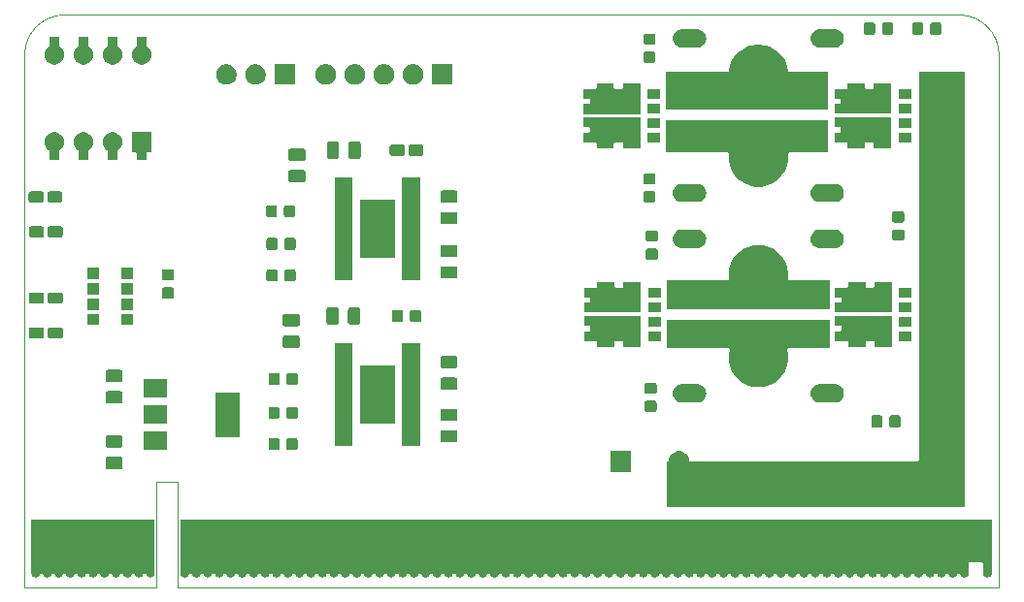
<source format=gbr>
G04 #@! TF.GenerationSoftware,KiCad,Pcbnew,(5.1.5)-3*
G04 #@! TF.CreationDate,2020-01-11T02:44:03+09:00*
G04 #@! TF.ProjectId,H-Bridge-MD,482d4272-6964-4676-952d-4d442e6b6963,rev?*
G04 #@! TF.SameCoordinates,Original*
G04 #@! TF.FileFunction,Soldermask,Top*
G04 #@! TF.FilePolarity,Negative*
%FSLAX46Y46*%
G04 Gerber Fmt 4.6, Leading zero omitted, Abs format (unit mm)*
G04 Created by KiCad (PCBNEW (5.1.5)-3) date 2020-01-11 02:44:03*
%MOMM*%
%LPD*%
G04 APERTURE LIST*
%ADD10C,0.050000*%
%ADD11C,0.100000*%
G04 APERTURE END LIST*
D10*
X50000000Y-90000000D02*
X61468000Y-90000000D01*
X63373000Y-90000000D02*
X135000000Y-90000000D01*
X63373000Y-80772000D02*
X61468000Y-80772000D01*
X50000000Y-43500000D02*
G75*
G02X53500000Y-40000000I3500000J0D01*
G01*
X131500000Y-40000000D02*
G75*
G02X135000000Y-43500000I0J-3500000D01*
G01*
X63373000Y-80772000D02*
X63373000Y-90000000D01*
X61468000Y-90000000D02*
X61468000Y-80772000D01*
X131500000Y-40000000D02*
X53500000Y-40000000D01*
X50000000Y-43500000D02*
X50000000Y-90000000D01*
X135000000Y-43500000D02*
X135000000Y-90000000D01*
D11*
G36*
X134346000Y-88843689D02*
G01*
X134335443Y-88856553D01*
X134323893Y-88878161D01*
X134303207Y-88928103D01*
X134262058Y-88989686D01*
X134209686Y-89042058D01*
X134148103Y-89083207D01*
X134079675Y-89111550D01*
X134079674Y-89111550D01*
X134079672Y-89111551D01*
X134007034Y-89126000D01*
X133932966Y-89126000D01*
X133860328Y-89111551D01*
X133860326Y-89111550D01*
X133860325Y-89111550D01*
X133791897Y-89083207D01*
X133730314Y-89042058D01*
X133677942Y-88989686D01*
X133636793Y-88928103D01*
X133616107Y-88878161D01*
X133604557Y-88856553D01*
X133594000Y-88843690D01*
X133594000Y-87925999D01*
X133591598Y-87901613D01*
X133584485Y-87878164D01*
X133572934Y-87856553D01*
X133557389Y-87837611D01*
X133538447Y-87822066D01*
X133516836Y-87810515D01*
X133493387Y-87803402D01*
X133469001Y-87801000D01*
X132470999Y-87801000D01*
X132446613Y-87803402D01*
X132423164Y-87810515D01*
X132401553Y-87822066D01*
X132382611Y-87837611D01*
X132367066Y-87856553D01*
X132355515Y-87878164D01*
X132348402Y-87901613D01*
X132346000Y-87925999D01*
X132346000Y-88843689D01*
X132335443Y-88856553D01*
X132323893Y-88878161D01*
X132303207Y-88928103D01*
X132262058Y-88989686D01*
X132209686Y-89042058D01*
X132148103Y-89083207D01*
X132079675Y-89111550D01*
X132079674Y-89111550D01*
X132079672Y-89111551D01*
X132007034Y-89126000D01*
X131932966Y-89126000D01*
X131860328Y-89111551D01*
X131860326Y-89111550D01*
X131860325Y-89111550D01*
X131791897Y-89083207D01*
X131730314Y-89042058D01*
X131677942Y-88989686D01*
X131636793Y-88928103D01*
X131616107Y-88878161D01*
X131604557Y-88856553D01*
X131589011Y-88837611D01*
X131570069Y-88822066D01*
X131548459Y-88810515D01*
X131525010Y-88803402D01*
X131500624Y-88801000D01*
X131439376Y-88801000D01*
X131414990Y-88803402D01*
X131391541Y-88810515D01*
X131369930Y-88822066D01*
X131350988Y-88837611D01*
X131335443Y-88856553D01*
X131323893Y-88878161D01*
X131303207Y-88928103D01*
X131262058Y-88989686D01*
X131209686Y-89042058D01*
X131148103Y-89083207D01*
X131079675Y-89111550D01*
X131079674Y-89111550D01*
X131079672Y-89111551D01*
X131007034Y-89126000D01*
X130932966Y-89126000D01*
X130860328Y-89111551D01*
X130860326Y-89111550D01*
X130860325Y-89111550D01*
X130791897Y-89083207D01*
X130730314Y-89042058D01*
X130677942Y-88989686D01*
X130636793Y-88928103D01*
X130616107Y-88878161D01*
X130604557Y-88856553D01*
X130589011Y-88837611D01*
X130570069Y-88822066D01*
X130548459Y-88810515D01*
X130525010Y-88803402D01*
X130500624Y-88801000D01*
X130439376Y-88801000D01*
X130414990Y-88803402D01*
X130391541Y-88810515D01*
X130369930Y-88822066D01*
X130350988Y-88837611D01*
X130335443Y-88856553D01*
X130323893Y-88878161D01*
X130303207Y-88928103D01*
X130262058Y-88989686D01*
X130209686Y-89042058D01*
X130148103Y-89083207D01*
X130079675Y-89111550D01*
X130079674Y-89111550D01*
X130079672Y-89111551D01*
X130007034Y-89126000D01*
X129932966Y-89126000D01*
X129860328Y-89111551D01*
X129860326Y-89111550D01*
X129860325Y-89111550D01*
X129791897Y-89083207D01*
X129730314Y-89042058D01*
X129677942Y-88989686D01*
X129636793Y-88928103D01*
X129616107Y-88878161D01*
X129604557Y-88856553D01*
X129589011Y-88837611D01*
X129570069Y-88822066D01*
X129548459Y-88810515D01*
X129525010Y-88803402D01*
X129500624Y-88801000D01*
X129439376Y-88801000D01*
X129414990Y-88803402D01*
X129391541Y-88810515D01*
X129369930Y-88822066D01*
X129350988Y-88837611D01*
X129335443Y-88856553D01*
X129323893Y-88878161D01*
X129303207Y-88928103D01*
X129262058Y-88989686D01*
X129209686Y-89042058D01*
X129148103Y-89083207D01*
X129079675Y-89111550D01*
X129079674Y-89111550D01*
X129079672Y-89111551D01*
X129007034Y-89126000D01*
X128932966Y-89126000D01*
X128860328Y-89111551D01*
X128860326Y-89111550D01*
X128860325Y-89111550D01*
X128791897Y-89083207D01*
X128730314Y-89042058D01*
X128677942Y-88989686D01*
X128636793Y-88928103D01*
X128616107Y-88878161D01*
X128604557Y-88856553D01*
X128589011Y-88837611D01*
X128570069Y-88822066D01*
X128548459Y-88810515D01*
X128525010Y-88803402D01*
X128500624Y-88801000D01*
X128439376Y-88801000D01*
X128414990Y-88803402D01*
X128391541Y-88810515D01*
X128369930Y-88822066D01*
X128350988Y-88837611D01*
X128335443Y-88856553D01*
X128323893Y-88878161D01*
X128303207Y-88928103D01*
X128262058Y-88989686D01*
X128209686Y-89042058D01*
X128148103Y-89083207D01*
X128079675Y-89111550D01*
X128079674Y-89111550D01*
X128079672Y-89111551D01*
X128007034Y-89126000D01*
X127932966Y-89126000D01*
X127860328Y-89111551D01*
X127860326Y-89111550D01*
X127860325Y-89111550D01*
X127791897Y-89083207D01*
X127730314Y-89042058D01*
X127677942Y-88989686D01*
X127636793Y-88928103D01*
X127616107Y-88878161D01*
X127604557Y-88856553D01*
X127589011Y-88837611D01*
X127570069Y-88822066D01*
X127548459Y-88810515D01*
X127525010Y-88803402D01*
X127500624Y-88801000D01*
X127439376Y-88801000D01*
X127414990Y-88803402D01*
X127391541Y-88810515D01*
X127369930Y-88822066D01*
X127350988Y-88837611D01*
X127335443Y-88856553D01*
X127323893Y-88878161D01*
X127303207Y-88928103D01*
X127262058Y-88989686D01*
X127209686Y-89042058D01*
X127148103Y-89083207D01*
X127079675Y-89111550D01*
X127079674Y-89111550D01*
X127079672Y-89111551D01*
X127007034Y-89126000D01*
X126932966Y-89126000D01*
X126860328Y-89111551D01*
X126860326Y-89111550D01*
X126860325Y-89111550D01*
X126791897Y-89083207D01*
X126730314Y-89042058D01*
X126677942Y-88989686D01*
X126636793Y-88928103D01*
X126616107Y-88878161D01*
X126604557Y-88856553D01*
X126589011Y-88837611D01*
X126570069Y-88822066D01*
X126548459Y-88810515D01*
X126525010Y-88803402D01*
X126500624Y-88801000D01*
X126439376Y-88801000D01*
X126414990Y-88803402D01*
X126391541Y-88810515D01*
X126369930Y-88822066D01*
X126350988Y-88837611D01*
X126335443Y-88856553D01*
X126323893Y-88878161D01*
X126303207Y-88928103D01*
X126262058Y-88989686D01*
X126209686Y-89042058D01*
X126148103Y-89083207D01*
X126079675Y-89111550D01*
X126079674Y-89111550D01*
X126079672Y-89111551D01*
X126007034Y-89126000D01*
X125932966Y-89126000D01*
X125860328Y-89111551D01*
X125860326Y-89111550D01*
X125860325Y-89111550D01*
X125791897Y-89083207D01*
X125730314Y-89042058D01*
X125677942Y-88989686D01*
X125636793Y-88928103D01*
X125616107Y-88878161D01*
X125604557Y-88856553D01*
X125589011Y-88837611D01*
X125570069Y-88822066D01*
X125548459Y-88810515D01*
X125525010Y-88803402D01*
X125500624Y-88801000D01*
X125439376Y-88801000D01*
X125414990Y-88803402D01*
X125391541Y-88810515D01*
X125369930Y-88822066D01*
X125350988Y-88837611D01*
X125335443Y-88856553D01*
X125323893Y-88878161D01*
X125303207Y-88928103D01*
X125262058Y-88989686D01*
X125209686Y-89042058D01*
X125148103Y-89083207D01*
X125079675Y-89111550D01*
X125079674Y-89111550D01*
X125079672Y-89111551D01*
X125007034Y-89126000D01*
X124932966Y-89126000D01*
X124860328Y-89111551D01*
X124860326Y-89111550D01*
X124860325Y-89111550D01*
X124791897Y-89083207D01*
X124730314Y-89042058D01*
X124677942Y-88989686D01*
X124636793Y-88928103D01*
X124616107Y-88878161D01*
X124604557Y-88856553D01*
X124589011Y-88837611D01*
X124570069Y-88822066D01*
X124548459Y-88810515D01*
X124525010Y-88803402D01*
X124500624Y-88801000D01*
X124439376Y-88801000D01*
X124414990Y-88803402D01*
X124391541Y-88810515D01*
X124369930Y-88822066D01*
X124350988Y-88837611D01*
X124335443Y-88856553D01*
X124323893Y-88878161D01*
X124303207Y-88928103D01*
X124262058Y-88989686D01*
X124209686Y-89042058D01*
X124148103Y-89083207D01*
X124079675Y-89111550D01*
X124079674Y-89111550D01*
X124079672Y-89111551D01*
X124007034Y-89126000D01*
X123932966Y-89126000D01*
X123860328Y-89111551D01*
X123860326Y-89111550D01*
X123860325Y-89111550D01*
X123791897Y-89083207D01*
X123730314Y-89042058D01*
X123677942Y-88989686D01*
X123636793Y-88928103D01*
X123616107Y-88878161D01*
X123604557Y-88856553D01*
X123589011Y-88837611D01*
X123570069Y-88822066D01*
X123548459Y-88810515D01*
X123525010Y-88803402D01*
X123500624Y-88801000D01*
X123439376Y-88801000D01*
X123414990Y-88803402D01*
X123391541Y-88810515D01*
X123369930Y-88822066D01*
X123350988Y-88837611D01*
X123335443Y-88856553D01*
X123323893Y-88878161D01*
X123303207Y-88928103D01*
X123262058Y-88989686D01*
X123209686Y-89042058D01*
X123148103Y-89083207D01*
X123079675Y-89111550D01*
X123079674Y-89111550D01*
X123079672Y-89111551D01*
X123007034Y-89126000D01*
X122932966Y-89126000D01*
X122860328Y-89111551D01*
X122860326Y-89111550D01*
X122860325Y-89111550D01*
X122791897Y-89083207D01*
X122730314Y-89042058D01*
X122677942Y-88989686D01*
X122636793Y-88928103D01*
X122616107Y-88878161D01*
X122604557Y-88856553D01*
X122589011Y-88837611D01*
X122570069Y-88822066D01*
X122548459Y-88810515D01*
X122525010Y-88803402D01*
X122500624Y-88801000D01*
X122439376Y-88801000D01*
X122414990Y-88803402D01*
X122391541Y-88810515D01*
X122369930Y-88822066D01*
X122350988Y-88837611D01*
X122335443Y-88856553D01*
X122323893Y-88878161D01*
X122303207Y-88928103D01*
X122262058Y-88989686D01*
X122209686Y-89042058D01*
X122148103Y-89083207D01*
X122079675Y-89111550D01*
X122079674Y-89111550D01*
X122079672Y-89111551D01*
X122007034Y-89126000D01*
X121932966Y-89126000D01*
X121860328Y-89111551D01*
X121860326Y-89111550D01*
X121860325Y-89111550D01*
X121791897Y-89083207D01*
X121730314Y-89042058D01*
X121677942Y-88989686D01*
X121636793Y-88928103D01*
X121616107Y-88878161D01*
X121604557Y-88856553D01*
X121589011Y-88837611D01*
X121570069Y-88822066D01*
X121548459Y-88810515D01*
X121525010Y-88803402D01*
X121500624Y-88801000D01*
X121439376Y-88801000D01*
X121414990Y-88803402D01*
X121391541Y-88810515D01*
X121369930Y-88822066D01*
X121350988Y-88837611D01*
X121335443Y-88856553D01*
X121323893Y-88878161D01*
X121303207Y-88928103D01*
X121262058Y-88989686D01*
X121209686Y-89042058D01*
X121148103Y-89083207D01*
X121079675Y-89111550D01*
X121079674Y-89111550D01*
X121079672Y-89111551D01*
X121007034Y-89126000D01*
X120932966Y-89126000D01*
X120860328Y-89111551D01*
X120860326Y-89111550D01*
X120860325Y-89111550D01*
X120791897Y-89083207D01*
X120730314Y-89042058D01*
X120677942Y-88989686D01*
X120636793Y-88928103D01*
X120616107Y-88878161D01*
X120604557Y-88856553D01*
X120589011Y-88837611D01*
X120570069Y-88822066D01*
X120548459Y-88810515D01*
X120525010Y-88803402D01*
X120500624Y-88801000D01*
X120439376Y-88801000D01*
X120414990Y-88803402D01*
X120391541Y-88810515D01*
X120369930Y-88822066D01*
X120350988Y-88837611D01*
X120335443Y-88856553D01*
X120323893Y-88878161D01*
X120303207Y-88928103D01*
X120262058Y-88989686D01*
X120209686Y-89042058D01*
X120148103Y-89083207D01*
X120079675Y-89111550D01*
X120079674Y-89111550D01*
X120079672Y-89111551D01*
X120007034Y-89126000D01*
X119932966Y-89126000D01*
X119860328Y-89111551D01*
X119860326Y-89111550D01*
X119860325Y-89111550D01*
X119791897Y-89083207D01*
X119730314Y-89042058D01*
X119677942Y-88989686D01*
X119636793Y-88928103D01*
X119616107Y-88878161D01*
X119604557Y-88856553D01*
X119589011Y-88837611D01*
X119570069Y-88822066D01*
X119548459Y-88810515D01*
X119525010Y-88803402D01*
X119500624Y-88801000D01*
X119439376Y-88801000D01*
X119414990Y-88803402D01*
X119391541Y-88810515D01*
X119369930Y-88822066D01*
X119350988Y-88837611D01*
X119335443Y-88856553D01*
X119323893Y-88878161D01*
X119303207Y-88928103D01*
X119262058Y-88989686D01*
X119209686Y-89042058D01*
X119148103Y-89083207D01*
X119079675Y-89111550D01*
X119079674Y-89111550D01*
X119079672Y-89111551D01*
X119007034Y-89126000D01*
X118932966Y-89126000D01*
X118860328Y-89111551D01*
X118860326Y-89111550D01*
X118860325Y-89111550D01*
X118791897Y-89083207D01*
X118730314Y-89042058D01*
X118677942Y-88989686D01*
X118636793Y-88928103D01*
X118616107Y-88878161D01*
X118604557Y-88856553D01*
X118589011Y-88837611D01*
X118570069Y-88822066D01*
X118548459Y-88810515D01*
X118525010Y-88803402D01*
X118500624Y-88801000D01*
X118439376Y-88801000D01*
X118414990Y-88803402D01*
X118391541Y-88810515D01*
X118369930Y-88822066D01*
X118350988Y-88837611D01*
X118335443Y-88856553D01*
X118323893Y-88878161D01*
X118303207Y-88928103D01*
X118262058Y-88989686D01*
X118209686Y-89042058D01*
X118148103Y-89083207D01*
X118079675Y-89111550D01*
X118079674Y-89111550D01*
X118079672Y-89111551D01*
X118007034Y-89126000D01*
X117932966Y-89126000D01*
X117860328Y-89111551D01*
X117860326Y-89111550D01*
X117860325Y-89111550D01*
X117791897Y-89083207D01*
X117730314Y-89042058D01*
X117677942Y-88989686D01*
X117636793Y-88928103D01*
X117616107Y-88878161D01*
X117604557Y-88856553D01*
X117589011Y-88837611D01*
X117570069Y-88822066D01*
X117548459Y-88810515D01*
X117525010Y-88803402D01*
X117500624Y-88801000D01*
X117439376Y-88801000D01*
X117414990Y-88803402D01*
X117391541Y-88810515D01*
X117369930Y-88822066D01*
X117350988Y-88837611D01*
X117335443Y-88856553D01*
X117323893Y-88878161D01*
X117303207Y-88928103D01*
X117262058Y-88989686D01*
X117209686Y-89042058D01*
X117148103Y-89083207D01*
X117079675Y-89111550D01*
X117079674Y-89111550D01*
X117079672Y-89111551D01*
X117007034Y-89126000D01*
X116932966Y-89126000D01*
X116860328Y-89111551D01*
X116860326Y-89111550D01*
X116860325Y-89111550D01*
X116791897Y-89083207D01*
X116730314Y-89042058D01*
X116677942Y-88989686D01*
X116636793Y-88928103D01*
X116616107Y-88878161D01*
X116604557Y-88856553D01*
X116589011Y-88837611D01*
X116570069Y-88822066D01*
X116548459Y-88810515D01*
X116525010Y-88803402D01*
X116500624Y-88801000D01*
X116439376Y-88801000D01*
X116414990Y-88803402D01*
X116391541Y-88810515D01*
X116369930Y-88822066D01*
X116350988Y-88837611D01*
X116335443Y-88856553D01*
X116323893Y-88878161D01*
X116303207Y-88928103D01*
X116262058Y-88989686D01*
X116209686Y-89042058D01*
X116148103Y-89083207D01*
X116079675Y-89111550D01*
X116079674Y-89111550D01*
X116079672Y-89111551D01*
X116007034Y-89126000D01*
X115932966Y-89126000D01*
X115860328Y-89111551D01*
X115860326Y-89111550D01*
X115860325Y-89111550D01*
X115791897Y-89083207D01*
X115730314Y-89042058D01*
X115677942Y-88989686D01*
X115636793Y-88928103D01*
X115616107Y-88878161D01*
X115604557Y-88856553D01*
X115589011Y-88837611D01*
X115570069Y-88822066D01*
X115548459Y-88810515D01*
X115525010Y-88803402D01*
X115500624Y-88801000D01*
X115439376Y-88801000D01*
X115414990Y-88803402D01*
X115391541Y-88810515D01*
X115369930Y-88822066D01*
X115350988Y-88837611D01*
X115335443Y-88856553D01*
X115323893Y-88878161D01*
X115303207Y-88928103D01*
X115262058Y-88989686D01*
X115209686Y-89042058D01*
X115148103Y-89083207D01*
X115079675Y-89111550D01*
X115079674Y-89111550D01*
X115079672Y-89111551D01*
X115007034Y-89126000D01*
X114932966Y-89126000D01*
X114860328Y-89111551D01*
X114860326Y-89111550D01*
X114860325Y-89111550D01*
X114791897Y-89083207D01*
X114730314Y-89042058D01*
X114677942Y-88989686D01*
X114636793Y-88928103D01*
X114616107Y-88878161D01*
X114604557Y-88856553D01*
X114589011Y-88837611D01*
X114570069Y-88822066D01*
X114548459Y-88810515D01*
X114525010Y-88803402D01*
X114500624Y-88801000D01*
X114439376Y-88801000D01*
X114414990Y-88803402D01*
X114391541Y-88810515D01*
X114369930Y-88822066D01*
X114350988Y-88837611D01*
X114335443Y-88856553D01*
X114323893Y-88878161D01*
X114303207Y-88928103D01*
X114262058Y-88989686D01*
X114209686Y-89042058D01*
X114148103Y-89083207D01*
X114079675Y-89111550D01*
X114079674Y-89111550D01*
X114079672Y-89111551D01*
X114007034Y-89126000D01*
X113932966Y-89126000D01*
X113860328Y-89111551D01*
X113860326Y-89111550D01*
X113860325Y-89111550D01*
X113791897Y-89083207D01*
X113730314Y-89042058D01*
X113677942Y-88989686D01*
X113636793Y-88928103D01*
X113616107Y-88878161D01*
X113604557Y-88856553D01*
X113589011Y-88837611D01*
X113570069Y-88822066D01*
X113548459Y-88810515D01*
X113525010Y-88803402D01*
X113500624Y-88801000D01*
X113439376Y-88801000D01*
X113414990Y-88803402D01*
X113391541Y-88810515D01*
X113369930Y-88822066D01*
X113350988Y-88837611D01*
X113335443Y-88856553D01*
X113323893Y-88878161D01*
X113303207Y-88928103D01*
X113262058Y-88989686D01*
X113209686Y-89042058D01*
X113148103Y-89083207D01*
X113079675Y-89111550D01*
X113079674Y-89111550D01*
X113079672Y-89111551D01*
X113007034Y-89126000D01*
X112932966Y-89126000D01*
X112860328Y-89111551D01*
X112860326Y-89111550D01*
X112860325Y-89111550D01*
X112791897Y-89083207D01*
X112730314Y-89042058D01*
X112677942Y-88989686D01*
X112636793Y-88928103D01*
X112616107Y-88878161D01*
X112604557Y-88856553D01*
X112589011Y-88837611D01*
X112570069Y-88822066D01*
X112548459Y-88810515D01*
X112525010Y-88803402D01*
X112500624Y-88801000D01*
X112439376Y-88801000D01*
X112414990Y-88803402D01*
X112391541Y-88810515D01*
X112369930Y-88822066D01*
X112350988Y-88837611D01*
X112335443Y-88856553D01*
X112323893Y-88878161D01*
X112303207Y-88928103D01*
X112262058Y-88989686D01*
X112209686Y-89042058D01*
X112148103Y-89083207D01*
X112079675Y-89111550D01*
X112079674Y-89111550D01*
X112079672Y-89111551D01*
X112007034Y-89126000D01*
X111932966Y-89126000D01*
X111860328Y-89111551D01*
X111860326Y-89111550D01*
X111860325Y-89111550D01*
X111791897Y-89083207D01*
X111730314Y-89042058D01*
X111677942Y-88989686D01*
X111636793Y-88928103D01*
X111616107Y-88878161D01*
X111604557Y-88856553D01*
X111589011Y-88837611D01*
X111570069Y-88822066D01*
X111548459Y-88810515D01*
X111525010Y-88803402D01*
X111500624Y-88801000D01*
X111439376Y-88801000D01*
X111414990Y-88803402D01*
X111391541Y-88810515D01*
X111369930Y-88822066D01*
X111350988Y-88837611D01*
X111335443Y-88856553D01*
X111323893Y-88878161D01*
X111303207Y-88928103D01*
X111262058Y-88989686D01*
X111209686Y-89042058D01*
X111148103Y-89083207D01*
X111079675Y-89111550D01*
X111079674Y-89111550D01*
X111079672Y-89111551D01*
X111007034Y-89126000D01*
X110932966Y-89126000D01*
X110860328Y-89111551D01*
X110860326Y-89111550D01*
X110860325Y-89111550D01*
X110791897Y-89083207D01*
X110730314Y-89042058D01*
X110677942Y-88989686D01*
X110636793Y-88928103D01*
X110616107Y-88878161D01*
X110604557Y-88856553D01*
X110589011Y-88837611D01*
X110570069Y-88822066D01*
X110548459Y-88810515D01*
X110525010Y-88803402D01*
X110500624Y-88801000D01*
X110439376Y-88801000D01*
X110414990Y-88803402D01*
X110391541Y-88810515D01*
X110369930Y-88822066D01*
X110350988Y-88837611D01*
X110335443Y-88856553D01*
X110323893Y-88878161D01*
X110303207Y-88928103D01*
X110262058Y-88989686D01*
X110209686Y-89042058D01*
X110148103Y-89083207D01*
X110079675Y-89111550D01*
X110079674Y-89111550D01*
X110079672Y-89111551D01*
X110007034Y-89126000D01*
X109932966Y-89126000D01*
X109860328Y-89111551D01*
X109860326Y-89111550D01*
X109860325Y-89111550D01*
X109791897Y-89083207D01*
X109730314Y-89042058D01*
X109677942Y-88989686D01*
X109636793Y-88928103D01*
X109616107Y-88878161D01*
X109604557Y-88856553D01*
X109589011Y-88837611D01*
X109570069Y-88822066D01*
X109548459Y-88810515D01*
X109525010Y-88803402D01*
X109500624Y-88801000D01*
X109439376Y-88801000D01*
X109414990Y-88803402D01*
X109391541Y-88810515D01*
X109369930Y-88822066D01*
X109350988Y-88837611D01*
X109335443Y-88856553D01*
X109323893Y-88878161D01*
X109303207Y-88928103D01*
X109262058Y-88989686D01*
X109209686Y-89042058D01*
X109148103Y-89083207D01*
X109079675Y-89111550D01*
X109079674Y-89111550D01*
X109079672Y-89111551D01*
X109007034Y-89126000D01*
X108932966Y-89126000D01*
X108860328Y-89111551D01*
X108860326Y-89111550D01*
X108860325Y-89111550D01*
X108791897Y-89083207D01*
X108730314Y-89042058D01*
X108677942Y-88989686D01*
X108636793Y-88928103D01*
X108616107Y-88878161D01*
X108604557Y-88856553D01*
X108589011Y-88837611D01*
X108570069Y-88822066D01*
X108548459Y-88810515D01*
X108525010Y-88803402D01*
X108500624Y-88801000D01*
X108439376Y-88801000D01*
X108414990Y-88803402D01*
X108391541Y-88810515D01*
X108369930Y-88822066D01*
X108350988Y-88837611D01*
X108335443Y-88856553D01*
X108323893Y-88878161D01*
X108303207Y-88928103D01*
X108262058Y-88989686D01*
X108209686Y-89042058D01*
X108148103Y-89083207D01*
X108079675Y-89111550D01*
X108079674Y-89111550D01*
X108079672Y-89111551D01*
X108007034Y-89126000D01*
X107932966Y-89126000D01*
X107860328Y-89111551D01*
X107860326Y-89111550D01*
X107860325Y-89111550D01*
X107791897Y-89083207D01*
X107730314Y-89042058D01*
X107677942Y-88989686D01*
X107636793Y-88928103D01*
X107616107Y-88878161D01*
X107604557Y-88856553D01*
X107589011Y-88837611D01*
X107570069Y-88822066D01*
X107548459Y-88810515D01*
X107525010Y-88803402D01*
X107500624Y-88801000D01*
X107439376Y-88801000D01*
X107414990Y-88803402D01*
X107391541Y-88810515D01*
X107369930Y-88822066D01*
X107350988Y-88837611D01*
X107335443Y-88856553D01*
X107323893Y-88878161D01*
X107303207Y-88928103D01*
X107262058Y-88989686D01*
X107209686Y-89042058D01*
X107148103Y-89083207D01*
X107079675Y-89111550D01*
X107079674Y-89111550D01*
X107079672Y-89111551D01*
X107007034Y-89126000D01*
X106932966Y-89126000D01*
X106860328Y-89111551D01*
X106860326Y-89111550D01*
X106860325Y-89111550D01*
X106791897Y-89083207D01*
X106730314Y-89042058D01*
X106677942Y-88989686D01*
X106636793Y-88928103D01*
X106616107Y-88878161D01*
X106604557Y-88856553D01*
X106589011Y-88837611D01*
X106570069Y-88822066D01*
X106548459Y-88810515D01*
X106525010Y-88803402D01*
X106500624Y-88801000D01*
X106439376Y-88801000D01*
X106414990Y-88803402D01*
X106391541Y-88810515D01*
X106369930Y-88822066D01*
X106350988Y-88837611D01*
X106335443Y-88856553D01*
X106323893Y-88878161D01*
X106303207Y-88928103D01*
X106262058Y-88989686D01*
X106209686Y-89042058D01*
X106148103Y-89083207D01*
X106079675Y-89111550D01*
X106079674Y-89111550D01*
X106079672Y-89111551D01*
X106007034Y-89126000D01*
X105932966Y-89126000D01*
X105860328Y-89111551D01*
X105860326Y-89111550D01*
X105860325Y-89111550D01*
X105791897Y-89083207D01*
X105730314Y-89042058D01*
X105677942Y-88989686D01*
X105636793Y-88928103D01*
X105616107Y-88878161D01*
X105604557Y-88856553D01*
X105589011Y-88837611D01*
X105570069Y-88822066D01*
X105548459Y-88810515D01*
X105525010Y-88803402D01*
X105500624Y-88801000D01*
X105439376Y-88801000D01*
X105414990Y-88803402D01*
X105391541Y-88810515D01*
X105369930Y-88822066D01*
X105350988Y-88837611D01*
X105335443Y-88856553D01*
X105323893Y-88878161D01*
X105303207Y-88928103D01*
X105262058Y-88989686D01*
X105209686Y-89042058D01*
X105148103Y-89083207D01*
X105079675Y-89111550D01*
X105079674Y-89111550D01*
X105079672Y-89111551D01*
X105007034Y-89126000D01*
X104932966Y-89126000D01*
X104860328Y-89111551D01*
X104860326Y-89111550D01*
X104860325Y-89111550D01*
X104791897Y-89083207D01*
X104730314Y-89042058D01*
X104677942Y-88989686D01*
X104636793Y-88928103D01*
X104616107Y-88878161D01*
X104604557Y-88856553D01*
X104589011Y-88837611D01*
X104570069Y-88822066D01*
X104548459Y-88810515D01*
X104525010Y-88803402D01*
X104500624Y-88801000D01*
X104439376Y-88801000D01*
X104414990Y-88803402D01*
X104391541Y-88810515D01*
X104369930Y-88822066D01*
X104350988Y-88837611D01*
X104335443Y-88856553D01*
X104323893Y-88878161D01*
X104303207Y-88928103D01*
X104262058Y-88989686D01*
X104209686Y-89042058D01*
X104148103Y-89083207D01*
X104079675Y-89111550D01*
X104079674Y-89111550D01*
X104079672Y-89111551D01*
X104007034Y-89126000D01*
X103932966Y-89126000D01*
X103860328Y-89111551D01*
X103860326Y-89111550D01*
X103860325Y-89111550D01*
X103791897Y-89083207D01*
X103730314Y-89042058D01*
X103677942Y-88989686D01*
X103636793Y-88928103D01*
X103616107Y-88878161D01*
X103604557Y-88856553D01*
X103589011Y-88837611D01*
X103570069Y-88822066D01*
X103548459Y-88810515D01*
X103525010Y-88803402D01*
X103500624Y-88801000D01*
X103439376Y-88801000D01*
X103414990Y-88803402D01*
X103391541Y-88810515D01*
X103369930Y-88822066D01*
X103350988Y-88837611D01*
X103335443Y-88856553D01*
X103323893Y-88878161D01*
X103303207Y-88928103D01*
X103262058Y-88989686D01*
X103209686Y-89042058D01*
X103148103Y-89083207D01*
X103079675Y-89111550D01*
X103079674Y-89111550D01*
X103079672Y-89111551D01*
X103007034Y-89126000D01*
X102932966Y-89126000D01*
X102860328Y-89111551D01*
X102860326Y-89111550D01*
X102860325Y-89111550D01*
X102791897Y-89083207D01*
X102730314Y-89042058D01*
X102677942Y-88989686D01*
X102636793Y-88928103D01*
X102616107Y-88878161D01*
X102604557Y-88856553D01*
X102589011Y-88837611D01*
X102570069Y-88822066D01*
X102548459Y-88810515D01*
X102525010Y-88803402D01*
X102500624Y-88801000D01*
X102439376Y-88801000D01*
X102414990Y-88803402D01*
X102391541Y-88810515D01*
X102369930Y-88822066D01*
X102350988Y-88837611D01*
X102335443Y-88856553D01*
X102323893Y-88878161D01*
X102303207Y-88928103D01*
X102262058Y-88989686D01*
X102209686Y-89042058D01*
X102148103Y-89083207D01*
X102079675Y-89111550D01*
X102079674Y-89111550D01*
X102079672Y-89111551D01*
X102007034Y-89126000D01*
X101932966Y-89126000D01*
X101860328Y-89111551D01*
X101860326Y-89111550D01*
X101860325Y-89111550D01*
X101791897Y-89083207D01*
X101730314Y-89042058D01*
X101677942Y-88989686D01*
X101636793Y-88928103D01*
X101616107Y-88878161D01*
X101604557Y-88856553D01*
X101589011Y-88837611D01*
X101570069Y-88822066D01*
X101548459Y-88810515D01*
X101525010Y-88803402D01*
X101500624Y-88801000D01*
X101439376Y-88801000D01*
X101414990Y-88803402D01*
X101391541Y-88810515D01*
X101369930Y-88822066D01*
X101350988Y-88837611D01*
X101335443Y-88856553D01*
X101323893Y-88878161D01*
X101303207Y-88928103D01*
X101262058Y-88989686D01*
X101209686Y-89042058D01*
X101148103Y-89083207D01*
X101079675Y-89111550D01*
X101079674Y-89111550D01*
X101079672Y-89111551D01*
X101007034Y-89126000D01*
X100932966Y-89126000D01*
X100860328Y-89111551D01*
X100860326Y-89111550D01*
X100860325Y-89111550D01*
X100791897Y-89083207D01*
X100730314Y-89042058D01*
X100677942Y-88989686D01*
X100636793Y-88928103D01*
X100616107Y-88878161D01*
X100604557Y-88856553D01*
X100589011Y-88837611D01*
X100570069Y-88822066D01*
X100548459Y-88810515D01*
X100525010Y-88803402D01*
X100500624Y-88801000D01*
X100439376Y-88801000D01*
X100414990Y-88803402D01*
X100391541Y-88810515D01*
X100369930Y-88822066D01*
X100350988Y-88837611D01*
X100335443Y-88856553D01*
X100323893Y-88878161D01*
X100303207Y-88928103D01*
X100262058Y-88989686D01*
X100209686Y-89042058D01*
X100148103Y-89083207D01*
X100079675Y-89111550D01*
X100079674Y-89111550D01*
X100079672Y-89111551D01*
X100007034Y-89126000D01*
X99932966Y-89126000D01*
X99860328Y-89111551D01*
X99860326Y-89111550D01*
X99860325Y-89111550D01*
X99791897Y-89083207D01*
X99730314Y-89042058D01*
X99677942Y-88989686D01*
X99636793Y-88928103D01*
X99616107Y-88878161D01*
X99604557Y-88856553D01*
X99589011Y-88837611D01*
X99570069Y-88822066D01*
X99548459Y-88810515D01*
X99525010Y-88803402D01*
X99500624Y-88801000D01*
X99439376Y-88801000D01*
X99414990Y-88803402D01*
X99391541Y-88810515D01*
X99369930Y-88822066D01*
X99350988Y-88837611D01*
X99335443Y-88856553D01*
X99323893Y-88878161D01*
X99303207Y-88928103D01*
X99262058Y-88989686D01*
X99209686Y-89042058D01*
X99148103Y-89083207D01*
X99079675Y-89111550D01*
X99079674Y-89111550D01*
X99079672Y-89111551D01*
X99007034Y-89126000D01*
X98932966Y-89126000D01*
X98860328Y-89111551D01*
X98860326Y-89111550D01*
X98860325Y-89111550D01*
X98791897Y-89083207D01*
X98730314Y-89042058D01*
X98677942Y-88989686D01*
X98636793Y-88928103D01*
X98616107Y-88878161D01*
X98604557Y-88856553D01*
X98589011Y-88837611D01*
X98570069Y-88822066D01*
X98548459Y-88810515D01*
X98525010Y-88803402D01*
X98500624Y-88801000D01*
X98439376Y-88801000D01*
X98414990Y-88803402D01*
X98391541Y-88810515D01*
X98369930Y-88822066D01*
X98350988Y-88837611D01*
X98335443Y-88856553D01*
X98323893Y-88878161D01*
X98303207Y-88928103D01*
X98262058Y-88989686D01*
X98209686Y-89042058D01*
X98148103Y-89083207D01*
X98079675Y-89111550D01*
X98079674Y-89111550D01*
X98079672Y-89111551D01*
X98007034Y-89126000D01*
X97932966Y-89126000D01*
X97860328Y-89111551D01*
X97860326Y-89111550D01*
X97860325Y-89111550D01*
X97791897Y-89083207D01*
X97730314Y-89042058D01*
X97677942Y-88989686D01*
X97636793Y-88928103D01*
X97616107Y-88878161D01*
X97604557Y-88856553D01*
X97589011Y-88837611D01*
X97570069Y-88822066D01*
X97548459Y-88810515D01*
X97525010Y-88803402D01*
X97500624Y-88801000D01*
X97439376Y-88801000D01*
X97414990Y-88803402D01*
X97391541Y-88810515D01*
X97369930Y-88822066D01*
X97350988Y-88837611D01*
X97335443Y-88856553D01*
X97323893Y-88878161D01*
X97303207Y-88928103D01*
X97262058Y-88989686D01*
X97209686Y-89042058D01*
X97148103Y-89083207D01*
X97079675Y-89111550D01*
X97079674Y-89111550D01*
X97079672Y-89111551D01*
X97007034Y-89126000D01*
X96932966Y-89126000D01*
X96860328Y-89111551D01*
X96860326Y-89111550D01*
X96860325Y-89111550D01*
X96791897Y-89083207D01*
X96730314Y-89042058D01*
X96677942Y-88989686D01*
X96636793Y-88928103D01*
X96616107Y-88878161D01*
X96604557Y-88856553D01*
X96589011Y-88837611D01*
X96570069Y-88822066D01*
X96548459Y-88810515D01*
X96525010Y-88803402D01*
X96500624Y-88801000D01*
X96439376Y-88801000D01*
X96414990Y-88803402D01*
X96391541Y-88810515D01*
X96369930Y-88822066D01*
X96350988Y-88837611D01*
X96335443Y-88856553D01*
X96323893Y-88878161D01*
X96303207Y-88928103D01*
X96262058Y-88989686D01*
X96209686Y-89042058D01*
X96148103Y-89083207D01*
X96079675Y-89111550D01*
X96079674Y-89111550D01*
X96079672Y-89111551D01*
X96007034Y-89126000D01*
X95932966Y-89126000D01*
X95860328Y-89111551D01*
X95860326Y-89111550D01*
X95860325Y-89111550D01*
X95791897Y-89083207D01*
X95730314Y-89042058D01*
X95677942Y-88989686D01*
X95636793Y-88928103D01*
X95616107Y-88878161D01*
X95604557Y-88856553D01*
X95589011Y-88837611D01*
X95570069Y-88822066D01*
X95548459Y-88810515D01*
X95525010Y-88803402D01*
X95500624Y-88801000D01*
X95439376Y-88801000D01*
X95414990Y-88803402D01*
X95391541Y-88810515D01*
X95369930Y-88822066D01*
X95350988Y-88837611D01*
X95335443Y-88856553D01*
X95323893Y-88878161D01*
X95303207Y-88928103D01*
X95262058Y-88989686D01*
X95209686Y-89042058D01*
X95148103Y-89083207D01*
X95079675Y-89111550D01*
X95079674Y-89111550D01*
X95079672Y-89111551D01*
X95007034Y-89126000D01*
X94932966Y-89126000D01*
X94860328Y-89111551D01*
X94860326Y-89111550D01*
X94860325Y-89111550D01*
X94791897Y-89083207D01*
X94730314Y-89042058D01*
X94677942Y-88989686D01*
X94636793Y-88928103D01*
X94616107Y-88878161D01*
X94604557Y-88856553D01*
X94589011Y-88837611D01*
X94570069Y-88822066D01*
X94548459Y-88810515D01*
X94525010Y-88803402D01*
X94500624Y-88801000D01*
X94439376Y-88801000D01*
X94414990Y-88803402D01*
X94391541Y-88810515D01*
X94369930Y-88822066D01*
X94350988Y-88837611D01*
X94335443Y-88856553D01*
X94323893Y-88878161D01*
X94303207Y-88928103D01*
X94262058Y-88989686D01*
X94209686Y-89042058D01*
X94148103Y-89083207D01*
X94079675Y-89111550D01*
X94079674Y-89111550D01*
X94079672Y-89111551D01*
X94007034Y-89126000D01*
X93932966Y-89126000D01*
X93860328Y-89111551D01*
X93860326Y-89111550D01*
X93860325Y-89111550D01*
X93791897Y-89083207D01*
X93730314Y-89042058D01*
X93677942Y-88989686D01*
X93636793Y-88928103D01*
X93616107Y-88878161D01*
X93604557Y-88856553D01*
X93589011Y-88837611D01*
X93570069Y-88822066D01*
X93548459Y-88810515D01*
X93525010Y-88803402D01*
X93500624Y-88801000D01*
X93439376Y-88801000D01*
X93414990Y-88803402D01*
X93391541Y-88810515D01*
X93369930Y-88822066D01*
X93350988Y-88837611D01*
X93335443Y-88856553D01*
X93323893Y-88878161D01*
X93303207Y-88928103D01*
X93262058Y-88989686D01*
X93209686Y-89042058D01*
X93148103Y-89083207D01*
X93079675Y-89111550D01*
X93079674Y-89111550D01*
X93079672Y-89111551D01*
X93007034Y-89126000D01*
X92932966Y-89126000D01*
X92860328Y-89111551D01*
X92860326Y-89111550D01*
X92860325Y-89111550D01*
X92791897Y-89083207D01*
X92730314Y-89042058D01*
X92677942Y-88989686D01*
X92636793Y-88928103D01*
X92616107Y-88878161D01*
X92604557Y-88856553D01*
X92589011Y-88837611D01*
X92570069Y-88822066D01*
X92548459Y-88810515D01*
X92525010Y-88803402D01*
X92500624Y-88801000D01*
X92439376Y-88801000D01*
X92414990Y-88803402D01*
X92391541Y-88810515D01*
X92369930Y-88822066D01*
X92350988Y-88837611D01*
X92335443Y-88856553D01*
X92323893Y-88878161D01*
X92303207Y-88928103D01*
X92262058Y-88989686D01*
X92209686Y-89042058D01*
X92148103Y-89083207D01*
X92079675Y-89111550D01*
X92079674Y-89111550D01*
X92079672Y-89111551D01*
X92007034Y-89126000D01*
X91932966Y-89126000D01*
X91860328Y-89111551D01*
X91860326Y-89111550D01*
X91860325Y-89111550D01*
X91791897Y-89083207D01*
X91730314Y-89042058D01*
X91677942Y-88989686D01*
X91636793Y-88928103D01*
X91616107Y-88878161D01*
X91604557Y-88856553D01*
X91589011Y-88837611D01*
X91570069Y-88822066D01*
X91548459Y-88810515D01*
X91525010Y-88803402D01*
X91500624Y-88801000D01*
X91439376Y-88801000D01*
X91414990Y-88803402D01*
X91391541Y-88810515D01*
X91369930Y-88822066D01*
X91350988Y-88837611D01*
X91335443Y-88856553D01*
X91323893Y-88878161D01*
X91303207Y-88928103D01*
X91262058Y-88989686D01*
X91209686Y-89042058D01*
X91148103Y-89083207D01*
X91079675Y-89111550D01*
X91079674Y-89111550D01*
X91079672Y-89111551D01*
X91007034Y-89126000D01*
X90932966Y-89126000D01*
X90860328Y-89111551D01*
X90860326Y-89111550D01*
X90860325Y-89111550D01*
X90791897Y-89083207D01*
X90730314Y-89042058D01*
X90677942Y-88989686D01*
X90636793Y-88928103D01*
X90616107Y-88878161D01*
X90604557Y-88856553D01*
X90589011Y-88837611D01*
X90570069Y-88822066D01*
X90548459Y-88810515D01*
X90525010Y-88803402D01*
X90500624Y-88801000D01*
X90439376Y-88801000D01*
X90414990Y-88803402D01*
X90391541Y-88810515D01*
X90369930Y-88822066D01*
X90350988Y-88837611D01*
X90335443Y-88856553D01*
X90323893Y-88878161D01*
X90303207Y-88928103D01*
X90262058Y-88989686D01*
X90209686Y-89042058D01*
X90148103Y-89083207D01*
X90079675Y-89111550D01*
X90079674Y-89111550D01*
X90079672Y-89111551D01*
X90007034Y-89126000D01*
X89932966Y-89126000D01*
X89860328Y-89111551D01*
X89860326Y-89111550D01*
X89860325Y-89111550D01*
X89791897Y-89083207D01*
X89730314Y-89042058D01*
X89677942Y-88989686D01*
X89636793Y-88928103D01*
X89616107Y-88878161D01*
X89604557Y-88856553D01*
X89589011Y-88837611D01*
X89570069Y-88822066D01*
X89548459Y-88810515D01*
X89525010Y-88803402D01*
X89500624Y-88801000D01*
X89439376Y-88801000D01*
X89414990Y-88803402D01*
X89391541Y-88810515D01*
X89369930Y-88822066D01*
X89350988Y-88837611D01*
X89335443Y-88856553D01*
X89323893Y-88878161D01*
X89303207Y-88928103D01*
X89262058Y-88989686D01*
X89209686Y-89042058D01*
X89148103Y-89083207D01*
X89079675Y-89111550D01*
X89079674Y-89111550D01*
X89079672Y-89111551D01*
X89007034Y-89126000D01*
X88932966Y-89126000D01*
X88860328Y-89111551D01*
X88860326Y-89111550D01*
X88860325Y-89111550D01*
X88791897Y-89083207D01*
X88730314Y-89042058D01*
X88677942Y-88989686D01*
X88636793Y-88928103D01*
X88616107Y-88878161D01*
X88604557Y-88856553D01*
X88589011Y-88837611D01*
X88570069Y-88822066D01*
X88548459Y-88810515D01*
X88525010Y-88803402D01*
X88500624Y-88801000D01*
X88439376Y-88801000D01*
X88414990Y-88803402D01*
X88391541Y-88810515D01*
X88369930Y-88822066D01*
X88350988Y-88837611D01*
X88335443Y-88856553D01*
X88323893Y-88878161D01*
X88303207Y-88928103D01*
X88262058Y-88989686D01*
X88209686Y-89042058D01*
X88148103Y-89083207D01*
X88079675Y-89111550D01*
X88079674Y-89111550D01*
X88079672Y-89111551D01*
X88007034Y-89126000D01*
X87932966Y-89126000D01*
X87860328Y-89111551D01*
X87860326Y-89111550D01*
X87860325Y-89111550D01*
X87791897Y-89083207D01*
X87730314Y-89042058D01*
X87677942Y-88989686D01*
X87636793Y-88928103D01*
X87616107Y-88878161D01*
X87604557Y-88856553D01*
X87589011Y-88837611D01*
X87570069Y-88822066D01*
X87548459Y-88810515D01*
X87525010Y-88803402D01*
X87500624Y-88801000D01*
X87439376Y-88801000D01*
X87414990Y-88803402D01*
X87391541Y-88810515D01*
X87369930Y-88822066D01*
X87350988Y-88837611D01*
X87335443Y-88856553D01*
X87323893Y-88878161D01*
X87303207Y-88928103D01*
X87262058Y-88989686D01*
X87209686Y-89042058D01*
X87148103Y-89083207D01*
X87079675Y-89111550D01*
X87079674Y-89111550D01*
X87079672Y-89111551D01*
X87007034Y-89126000D01*
X86932966Y-89126000D01*
X86860328Y-89111551D01*
X86860326Y-89111550D01*
X86860325Y-89111550D01*
X86791897Y-89083207D01*
X86730314Y-89042058D01*
X86677942Y-88989686D01*
X86636793Y-88928103D01*
X86616107Y-88878161D01*
X86604557Y-88856553D01*
X86589011Y-88837611D01*
X86570069Y-88822066D01*
X86548459Y-88810515D01*
X86525010Y-88803402D01*
X86500624Y-88801000D01*
X86439376Y-88801000D01*
X86414990Y-88803402D01*
X86391541Y-88810515D01*
X86369930Y-88822066D01*
X86350988Y-88837611D01*
X86335443Y-88856553D01*
X86323893Y-88878161D01*
X86303207Y-88928103D01*
X86262058Y-88989686D01*
X86209686Y-89042058D01*
X86148103Y-89083207D01*
X86079675Y-89111550D01*
X86079674Y-89111550D01*
X86079672Y-89111551D01*
X86007034Y-89126000D01*
X85932966Y-89126000D01*
X85860328Y-89111551D01*
X85860326Y-89111550D01*
X85860325Y-89111550D01*
X85791897Y-89083207D01*
X85730314Y-89042058D01*
X85677942Y-88989686D01*
X85636793Y-88928103D01*
X85616107Y-88878161D01*
X85604557Y-88856553D01*
X85589011Y-88837611D01*
X85570069Y-88822066D01*
X85548459Y-88810515D01*
X85525010Y-88803402D01*
X85500624Y-88801000D01*
X85439376Y-88801000D01*
X85414990Y-88803402D01*
X85391541Y-88810515D01*
X85369930Y-88822066D01*
X85350988Y-88837611D01*
X85335443Y-88856553D01*
X85323893Y-88878161D01*
X85303207Y-88928103D01*
X85262058Y-88989686D01*
X85209686Y-89042058D01*
X85148103Y-89083207D01*
X85079675Y-89111550D01*
X85079674Y-89111550D01*
X85079672Y-89111551D01*
X85007034Y-89126000D01*
X84932966Y-89126000D01*
X84860328Y-89111551D01*
X84860326Y-89111550D01*
X84860325Y-89111550D01*
X84791897Y-89083207D01*
X84730314Y-89042058D01*
X84677942Y-88989686D01*
X84636793Y-88928103D01*
X84616107Y-88878161D01*
X84604557Y-88856553D01*
X84589011Y-88837611D01*
X84570069Y-88822066D01*
X84548459Y-88810515D01*
X84525010Y-88803402D01*
X84500624Y-88801000D01*
X84439376Y-88801000D01*
X84414990Y-88803402D01*
X84391541Y-88810515D01*
X84369930Y-88822066D01*
X84350988Y-88837611D01*
X84335443Y-88856553D01*
X84323893Y-88878161D01*
X84303207Y-88928103D01*
X84262058Y-88989686D01*
X84209686Y-89042058D01*
X84148103Y-89083207D01*
X84079675Y-89111550D01*
X84079674Y-89111550D01*
X84079672Y-89111551D01*
X84007034Y-89126000D01*
X83932966Y-89126000D01*
X83860328Y-89111551D01*
X83860326Y-89111550D01*
X83860325Y-89111550D01*
X83791897Y-89083207D01*
X83730314Y-89042058D01*
X83677942Y-88989686D01*
X83636793Y-88928103D01*
X83616107Y-88878161D01*
X83604557Y-88856553D01*
X83589011Y-88837611D01*
X83570069Y-88822066D01*
X83548459Y-88810515D01*
X83525010Y-88803402D01*
X83500624Y-88801000D01*
X83439376Y-88801000D01*
X83414990Y-88803402D01*
X83391541Y-88810515D01*
X83369930Y-88822066D01*
X83350988Y-88837611D01*
X83335443Y-88856553D01*
X83323893Y-88878161D01*
X83303207Y-88928103D01*
X83262058Y-88989686D01*
X83209686Y-89042058D01*
X83148103Y-89083207D01*
X83079675Y-89111550D01*
X83079674Y-89111550D01*
X83079672Y-89111551D01*
X83007034Y-89126000D01*
X82932966Y-89126000D01*
X82860328Y-89111551D01*
X82860326Y-89111550D01*
X82860325Y-89111550D01*
X82791897Y-89083207D01*
X82730314Y-89042058D01*
X82677942Y-88989686D01*
X82636793Y-88928103D01*
X82616107Y-88878161D01*
X82604557Y-88856553D01*
X82589011Y-88837611D01*
X82570069Y-88822066D01*
X82548459Y-88810515D01*
X82525010Y-88803402D01*
X82500624Y-88801000D01*
X82439376Y-88801000D01*
X82414990Y-88803402D01*
X82391541Y-88810515D01*
X82369930Y-88822066D01*
X82350988Y-88837611D01*
X82335443Y-88856553D01*
X82323893Y-88878161D01*
X82303207Y-88928103D01*
X82262058Y-88989686D01*
X82209686Y-89042058D01*
X82148103Y-89083207D01*
X82079675Y-89111550D01*
X82079674Y-89111550D01*
X82079672Y-89111551D01*
X82007034Y-89126000D01*
X81932966Y-89126000D01*
X81860328Y-89111551D01*
X81860326Y-89111550D01*
X81860325Y-89111550D01*
X81791897Y-89083207D01*
X81730314Y-89042058D01*
X81677942Y-88989686D01*
X81636793Y-88928103D01*
X81616107Y-88878161D01*
X81604557Y-88856553D01*
X81589011Y-88837611D01*
X81570069Y-88822066D01*
X81548459Y-88810515D01*
X81525010Y-88803402D01*
X81500624Y-88801000D01*
X81439376Y-88801000D01*
X81414990Y-88803402D01*
X81391541Y-88810515D01*
X81369930Y-88822066D01*
X81350988Y-88837611D01*
X81335443Y-88856553D01*
X81323893Y-88878161D01*
X81303207Y-88928103D01*
X81262058Y-88989686D01*
X81209686Y-89042058D01*
X81148103Y-89083207D01*
X81079675Y-89111550D01*
X81079674Y-89111550D01*
X81079672Y-89111551D01*
X81007034Y-89126000D01*
X80932966Y-89126000D01*
X80860328Y-89111551D01*
X80860326Y-89111550D01*
X80860325Y-89111550D01*
X80791897Y-89083207D01*
X80730314Y-89042058D01*
X80677942Y-88989686D01*
X80636793Y-88928103D01*
X80616107Y-88878161D01*
X80604557Y-88856553D01*
X80589011Y-88837611D01*
X80570069Y-88822066D01*
X80548459Y-88810515D01*
X80525010Y-88803402D01*
X80500624Y-88801000D01*
X80439376Y-88801000D01*
X80414990Y-88803402D01*
X80391541Y-88810515D01*
X80369930Y-88822066D01*
X80350988Y-88837611D01*
X80335443Y-88856553D01*
X80323893Y-88878161D01*
X80303207Y-88928103D01*
X80262058Y-88989686D01*
X80209686Y-89042058D01*
X80148103Y-89083207D01*
X80079675Y-89111550D01*
X80079674Y-89111550D01*
X80079672Y-89111551D01*
X80007034Y-89126000D01*
X79932966Y-89126000D01*
X79860328Y-89111551D01*
X79860326Y-89111550D01*
X79860325Y-89111550D01*
X79791897Y-89083207D01*
X79730314Y-89042058D01*
X79677942Y-88989686D01*
X79636793Y-88928103D01*
X79616107Y-88878161D01*
X79604557Y-88856553D01*
X79589011Y-88837611D01*
X79570069Y-88822066D01*
X79548459Y-88810515D01*
X79525010Y-88803402D01*
X79500624Y-88801000D01*
X79439376Y-88801000D01*
X79414990Y-88803402D01*
X79391541Y-88810515D01*
X79369930Y-88822066D01*
X79350988Y-88837611D01*
X79335443Y-88856553D01*
X79323893Y-88878161D01*
X79303207Y-88928103D01*
X79262058Y-88989686D01*
X79209686Y-89042058D01*
X79148103Y-89083207D01*
X79079675Y-89111550D01*
X79079674Y-89111550D01*
X79079672Y-89111551D01*
X79007034Y-89126000D01*
X78932966Y-89126000D01*
X78860328Y-89111551D01*
X78860326Y-89111550D01*
X78860325Y-89111550D01*
X78791897Y-89083207D01*
X78730314Y-89042058D01*
X78677942Y-88989686D01*
X78636793Y-88928103D01*
X78616107Y-88878161D01*
X78604557Y-88856553D01*
X78589011Y-88837611D01*
X78570069Y-88822066D01*
X78548459Y-88810515D01*
X78525010Y-88803402D01*
X78500624Y-88801000D01*
X78439376Y-88801000D01*
X78414990Y-88803402D01*
X78391541Y-88810515D01*
X78369930Y-88822066D01*
X78350988Y-88837611D01*
X78335443Y-88856553D01*
X78323893Y-88878161D01*
X78303207Y-88928103D01*
X78262058Y-88989686D01*
X78209686Y-89042058D01*
X78148103Y-89083207D01*
X78079675Y-89111550D01*
X78079674Y-89111550D01*
X78079672Y-89111551D01*
X78007034Y-89126000D01*
X77932966Y-89126000D01*
X77860328Y-89111551D01*
X77860326Y-89111550D01*
X77860325Y-89111550D01*
X77791897Y-89083207D01*
X77730314Y-89042058D01*
X77677942Y-88989686D01*
X77636793Y-88928103D01*
X77616107Y-88878161D01*
X77604557Y-88856553D01*
X77589011Y-88837611D01*
X77570069Y-88822066D01*
X77548459Y-88810515D01*
X77525010Y-88803402D01*
X77500624Y-88801000D01*
X77439376Y-88801000D01*
X77414990Y-88803402D01*
X77391541Y-88810515D01*
X77369930Y-88822066D01*
X77350988Y-88837611D01*
X77335443Y-88856553D01*
X77323893Y-88878161D01*
X77303207Y-88928103D01*
X77262058Y-88989686D01*
X77209686Y-89042058D01*
X77148103Y-89083207D01*
X77079675Y-89111550D01*
X77079674Y-89111550D01*
X77079672Y-89111551D01*
X77007034Y-89126000D01*
X76932966Y-89126000D01*
X76860328Y-89111551D01*
X76860326Y-89111550D01*
X76860325Y-89111550D01*
X76791897Y-89083207D01*
X76730314Y-89042058D01*
X76677942Y-88989686D01*
X76636793Y-88928103D01*
X76616107Y-88878161D01*
X76604557Y-88856553D01*
X76589011Y-88837611D01*
X76570069Y-88822066D01*
X76548459Y-88810515D01*
X76525010Y-88803402D01*
X76500624Y-88801000D01*
X76439376Y-88801000D01*
X76414990Y-88803402D01*
X76391541Y-88810515D01*
X76369930Y-88822066D01*
X76350988Y-88837611D01*
X76335443Y-88856553D01*
X76323893Y-88878161D01*
X76303207Y-88928103D01*
X76262058Y-88989686D01*
X76209686Y-89042058D01*
X76148103Y-89083207D01*
X76079675Y-89111550D01*
X76079674Y-89111550D01*
X76079672Y-89111551D01*
X76007034Y-89126000D01*
X75932966Y-89126000D01*
X75860328Y-89111551D01*
X75860326Y-89111550D01*
X75860325Y-89111550D01*
X75791897Y-89083207D01*
X75730314Y-89042058D01*
X75677942Y-88989686D01*
X75636793Y-88928103D01*
X75616107Y-88878161D01*
X75604557Y-88856553D01*
X75589011Y-88837611D01*
X75570069Y-88822066D01*
X75548459Y-88810515D01*
X75525010Y-88803402D01*
X75500624Y-88801000D01*
X75439376Y-88801000D01*
X75414990Y-88803402D01*
X75391541Y-88810515D01*
X75369930Y-88822066D01*
X75350988Y-88837611D01*
X75335443Y-88856553D01*
X75323893Y-88878161D01*
X75303207Y-88928103D01*
X75262058Y-88989686D01*
X75209686Y-89042058D01*
X75148103Y-89083207D01*
X75079675Y-89111550D01*
X75079674Y-89111550D01*
X75079672Y-89111551D01*
X75007034Y-89126000D01*
X74932966Y-89126000D01*
X74860328Y-89111551D01*
X74860326Y-89111550D01*
X74860325Y-89111550D01*
X74791897Y-89083207D01*
X74730314Y-89042058D01*
X74677942Y-88989686D01*
X74636793Y-88928103D01*
X74616107Y-88878161D01*
X74604557Y-88856553D01*
X74589011Y-88837611D01*
X74570069Y-88822066D01*
X74548459Y-88810515D01*
X74525010Y-88803402D01*
X74500624Y-88801000D01*
X74439376Y-88801000D01*
X74414990Y-88803402D01*
X74391541Y-88810515D01*
X74369930Y-88822066D01*
X74350988Y-88837611D01*
X74335443Y-88856553D01*
X74323893Y-88878161D01*
X74303207Y-88928103D01*
X74262058Y-88989686D01*
X74209686Y-89042058D01*
X74148103Y-89083207D01*
X74079675Y-89111550D01*
X74079674Y-89111550D01*
X74079672Y-89111551D01*
X74007034Y-89126000D01*
X73932966Y-89126000D01*
X73860328Y-89111551D01*
X73860326Y-89111550D01*
X73860325Y-89111550D01*
X73791897Y-89083207D01*
X73730314Y-89042058D01*
X73677942Y-88989686D01*
X73636793Y-88928103D01*
X73616107Y-88878161D01*
X73604557Y-88856553D01*
X73589011Y-88837611D01*
X73570069Y-88822066D01*
X73548459Y-88810515D01*
X73525010Y-88803402D01*
X73500624Y-88801000D01*
X73439376Y-88801000D01*
X73414990Y-88803402D01*
X73391541Y-88810515D01*
X73369930Y-88822066D01*
X73350988Y-88837611D01*
X73335443Y-88856553D01*
X73323893Y-88878161D01*
X73303207Y-88928103D01*
X73262058Y-88989686D01*
X73209686Y-89042058D01*
X73148103Y-89083207D01*
X73079675Y-89111550D01*
X73079674Y-89111550D01*
X73079672Y-89111551D01*
X73007034Y-89126000D01*
X72932966Y-89126000D01*
X72860328Y-89111551D01*
X72860326Y-89111550D01*
X72860325Y-89111550D01*
X72791897Y-89083207D01*
X72730314Y-89042058D01*
X72677942Y-88989686D01*
X72636793Y-88928103D01*
X72616107Y-88878161D01*
X72604557Y-88856553D01*
X72589011Y-88837611D01*
X72570069Y-88822066D01*
X72548459Y-88810515D01*
X72525010Y-88803402D01*
X72500624Y-88801000D01*
X72439376Y-88801000D01*
X72414990Y-88803402D01*
X72391541Y-88810515D01*
X72369930Y-88822066D01*
X72350988Y-88837611D01*
X72335443Y-88856553D01*
X72323893Y-88878161D01*
X72303207Y-88928103D01*
X72262058Y-88989686D01*
X72209686Y-89042058D01*
X72148103Y-89083207D01*
X72079675Y-89111550D01*
X72079674Y-89111550D01*
X72079672Y-89111551D01*
X72007034Y-89126000D01*
X71932966Y-89126000D01*
X71860328Y-89111551D01*
X71860326Y-89111550D01*
X71860325Y-89111550D01*
X71791897Y-89083207D01*
X71730314Y-89042058D01*
X71677942Y-88989686D01*
X71636793Y-88928103D01*
X71616107Y-88878161D01*
X71604557Y-88856553D01*
X71589011Y-88837611D01*
X71570069Y-88822066D01*
X71548459Y-88810515D01*
X71525010Y-88803402D01*
X71500624Y-88801000D01*
X71439376Y-88801000D01*
X71414990Y-88803402D01*
X71391541Y-88810515D01*
X71369930Y-88822066D01*
X71350988Y-88837611D01*
X71335443Y-88856553D01*
X71323893Y-88878161D01*
X71303207Y-88928103D01*
X71262058Y-88989686D01*
X71209686Y-89042058D01*
X71148103Y-89083207D01*
X71079675Y-89111550D01*
X71079674Y-89111550D01*
X71079672Y-89111551D01*
X71007034Y-89126000D01*
X70932966Y-89126000D01*
X70860328Y-89111551D01*
X70860326Y-89111550D01*
X70860325Y-89111550D01*
X70791897Y-89083207D01*
X70730314Y-89042058D01*
X70677942Y-88989686D01*
X70636793Y-88928103D01*
X70616107Y-88878161D01*
X70604557Y-88856553D01*
X70589011Y-88837611D01*
X70570069Y-88822066D01*
X70548459Y-88810515D01*
X70525010Y-88803402D01*
X70500624Y-88801000D01*
X70439376Y-88801000D01*
X70414990Y-88803402D01*
X70391541Y-88810515D01*
X70369930Y-88822066D01*
X70350988Y-88837611D01*
X70335443Y-88856553D01*
X70323893Y-88878161D01*
X70303207Y-88928103D01*
X70262058Y-88989686D01*
X70209686Y-89042058D01*
X70148103Y-89083207D01*
X70079675Y-89111550D01*
X70079674Y-89111550D01*
X70079672Y-89111551D01*
X70007034Y-89126000D01*
X69932966Y-89126000D01*
X69860328Y-89111551D01*
X69860326Y-89111550D01*
X69860325Y-89111550D01*
X69791897Y-89083207D01*
X69730314Y-89042058D01*
X69677942Y-88989686D01*
X69636793Y-88928103D01*
X69616107Y-88878161D01*
X69604557Y-88856553D01*
X69589011Y-88837611D01*
X69570069Y-88822066D01*
X69548459Y-88810515D01*
X69525010Y-88803402D01*
X69500624Y-88801000D01*
X69439376Y-88801000D01*
X69414990Y-88803402D01*
X69391541Y-88810515D01*
X69369930Y-88822066D01*
X69350988Y-88837611D01*
X69335443Y-88856553D01*
X69323893Y-88878161D01*
X69303207Y-88928103D01*
X69262058Y-88989686D01*
X69209686Y-89042058D01*
X69148103Y-89083207D01*
X69079675Y-89111550D01*
X69079674Y-89111550D01*
X69079672Y-89111551D01*
X69007034Y-89126000D01*
X68932966Y-89126000D01*
X68860328Y-89111551D01*
X68860326Y-89111550D01*
X68860325Y-89111550D01*
X68791897Y-89083207D01*
X68730314Y-89042058D01*
X68677942Y-88989686D01*
X68636793Y-88928103D01*
X68616107Y-88878161D01*
X68604557Y-88856553D01*
X68589011Y-88837611D01*
X68570069Y-88822066D01*
X68548459Y-88810515D01*
X68525010Y-88803402D01*
X68500624Y-88801000D01*
X68439376Y-88801000D01*
X68414990Y-88803402D01*
X68391541Y-88810515D01*
X68369930Y-88822066D01*
X68350988Y-88837611D01*
X68335443Y-88856553D01*
X68323893Y-88878161D01*
X68303207Y-88928103D01*
X68262058Y-88989686D01*
X68209686Y-89042058D01*
X68148103Y-89083207D01*
X68079675Y-89111550D01*
X68079674Y-89111550D01*
X68079672Y-89111551D01*
X68007034Y-89126000D01*
X67932966Y-89126000D01*
X67860328Y-89111551D01*
X67860326Y-89111550D01*
X67860325Y-89111550D01*
X67791897Y-89083207D01*
X67730314Y-89042058D01*
X67677942Y-88989686D01*
X67636793Y-88928103D01*
X67616107Y-88878161D01*
X67604557Y-88856553D01*
X67589011Y-88837611D01*
X67570069Y-88822066D01*
X67548459Y-88810515D01*
X67525010Y-88803402D01*
X67500624Y-88801000D01*
X67439376Y-88801000D01*
X67414990Y-88803402D01*
X67391541Y-88810515D01*
X67369930Y-88822066D01*
X67350988Y-88837611D01*
X67335443Y-88856553D01*
X67323893Y-88878161D01*
X67303207Y-88928103D01*
X67262058Y-88989686D01*
X67209686Y-89042058D01*
X67148103Y-89083207D01*
X67079675Y-89111550D01*
X67079674Y-89111550D01*
X67079672Y-89111551D01*
X67007034Y-89126000D01*
X66932966Y-89126000D01*
X66860328Y-89111551D01*
X66860326Y-89111550D01*
X66860325Y-89111550D01*
X66791897Y-89083207D01*
X66730314Y-89042058D01*
X66677942Y-88989686D01*
X66636793Y-88928103D01*
X66616107Y-88878161D01*
X66604557Y-88856553D01*
X66589011Y-88837611D01*
X66570069Y-88822066D01*
X66548459Y-88810515D01*
X66525010Y-88803402D01*
X66500624Y-88801000D01*
X66439376Y-88801000D01*
X66414990Y-88803402D01*
X66391541Y-88810515D01*
X66369930Y-88822066D01*
X66350988Y-88837611D01*
X66335443Y-88856553D01*
X66323893Y-88878161D01*
X66303207Y-88928103D01*
X66262058Y-88989686D01*
X66209686Y-89042058D01*
X66148103Y-89083207D01*
X66079675Y-89111550D01*
X66079674Y-89111550D01*
X66079672Y-89111551D01*
X66007034Y-89126000D01*
X65932966Y-89126000D01*
X65860328Y-89111551D01*
X65860326Y-89111550D01*
X65860325Y-89111550D01*
X65791897Y-89083207D01*
X65730314Y-89042058D01*
X65677942Y-88989686D01*
X65636793Y-88928103D01*
X65616107Y-88878161D01*
X65604557Y-88856553D01*
X65589011Y-88837611D01*
X65570069Y-88822066D01*
X65548459Y-88810515D01*
X65525010Y-88803402D01*
X65500624Y-88801000D01*
X65439376Y-88801000D01*
X65414990Y-88803402D01*
X65391541Y-88810515D01*
X65369930Y-88822066D01*
X65350988Y-88837611D01*
X65335443Y-88856553D01*
X65323893Y-88878161D01*
X65303207Y-88928103D01*
X65262058Y-88989686D01*
X65209686Y-89042058D01*
X65148103Y-89083207D01*
X65079675Y-89111550D01*
X65079674Y-89111550D01*
X65079672Y-89111551D01*
X65007034Y-89126000D01*
X64932966Y-89126000D01*
X64860328Y-89111551D01*
X64860326Y-89111550D01*
X64860325Y-89111550D01*
X64791897Y-89083207D01*
X64730314Y-89042058D01*
X64677942Y-88989686D01*
X64636793Y-88928103D01*
X64616107Y-88878161D01*
X64604557Y-88856553D01*
X64589011Y-88837611D01*
X64570069Y-88822066D01*
X64548459Y-88810515D01*
X64525010Y-88803402D01*
X64500624Y-88801000D01*
X64439376Y-88801000D01*
X64414990Y-88803402D01*
X64391541Y-88810515D01*
X64369930Y-88822066D01*
X64350988Y-88837611D01*
X64335443Y-88856553D01*
X64323893Y-88878161D01*
X64303207Y-88928103D01*
X64262058Y-88989686D01*
X64209686Y-89042058D01*
X64148103Y-89083207D01*
X64079675Y-89111550D01*
X64079674Y-89111550D01*
X64079672Y-89111551D01*
X64007034Y-89126000D01*
X63932966Y-89126000D01*
X63860328Y-89111551D01*
X63860326Y-89111550D01*
X63860325Y-89111550D01*
X63791897Y-89083207D01*
X63730314Y-89042058D01*
X63677942Y-88989686D01*
X63636793Y-88928103D01*
X63616107Y-88878161D01*
X63604557Y-88856553D01*
X63594000Y-88843690D01*
X63594000Y-84099000D01*
X134346000Y-84099000D01*
X134346000Y-88843689D01*
G37*
G36*
X61346000Y-88843689D02*
G01*
X61335443Y-88856553D01*
X61323893Y-88878161D01*
X61303207Y-88928103D01*
X61262058Y-88989686D01*
X61209686Y-89042058D01*
X61148103Y-89083207D01*
X61079675Y-89111550D01*
X61079674Y-89111550D01*
X61079672Y-89111551D01*
X61007034Y-89126000D01*
X60932966Y-89126000D01*
X60860328Y-89111551D01*
X60860326Y-89111550D01*
X60860325Y-89111550D01*
X60791897Y-89083207D01*
X60730314Y-89042058D01*
X60677942Y-88989686D01*
X60636793Y-88928103D01*
X60616107Y-88878161D01*
X60604557Y-88856553D01*
X60589011Y-88837611D01*
X60570069Y-88822066D01*
X60548459Y-88810515D01*
X60525010Y-88803402D01*
X60500624Y-88801000D01*
X60439376Y-88801000D01*
X60414990Y-88803402D01*
X60391541Y-88810515D01*
X60369930Y-88822066D01*
X60350988Y-88837611D01*
X60335443Y-88856553D01*
X60323893Y-88878161D01*
X60303207Y-88928103D01*
X60262058Y-88989686D01*
X60209686Y-89042058D01*
X60148103Y-89083207D01*
X60079675Y-89111550D01*
X60079674Y-89111550D01*
X60079672Y-89111551D01*
X60007034Y-89126000D01*
X59932966Y-89126000D01*
X59860328Y-89111551D01*
X59860326Y-89111550D01*
X59860325Y-89111550D01*
X59791897Y-89083207D01*
X59730314Y-89042058D01*
X59677942Y-88989686D01*
X59636793Y-88928103D01*
X59616107Y-88878161D01*
X59604557Y-88856553D01*
X59589011Y-88837611D01*
X59570069Y-88822066D01*
X59548459Y-88810515D01*
X59525010Y-88803402D01*
X59500624Y-88801000D01*
X59439376Y-88801000D01*
X59414990Y-88803402D01*
X59391541Y-88810515D01*
X59369930Y-88822066D01*
X59350988Y-88837611D01*
X59335443Y-88856553D01*
X59323893Y-88878161D01*
X59303207Y-88928103D01*
X59262058Y-88989686D01*
X59209686Y-89042058D01*
X59148103Y-89083207D01*
X59079675Y-89111550D01*
X59079674Y-89111550D01*
X59079672Y-89111551D01*
X59007034Y-89126000D01*
X58932966Y-89126000D01*
X58860328Y-89111551D01*
X58860326Y-89111550D01*
X58860325Y-89111550D01*
X58791897Y-89083207D01*
X58730314Y-89042058D01*
X58677942Y-88989686D01*
X58636793Y-88928103D01*
X58616107Y-88878161D01*
X58604557Y-88856553D01*
X58589011Y-88837611D01*
X58570069Y-88822066D01*
X58548459Y-88810515D01*
X58525010Y-88803402D01*
X58500624Y-88801000D01*
X58439376Y-88801000D01*
X58414990Y-88803402D01*
X58391541Y-88810515D01*
X58369930Y-88822066D01*
X58350988Y-88837611D01*
X58335443Y-88856553D01*
X58323893Y-88878161D01*
X58303207Y-88928103D01*
X58262058Y-88989686D01*
X58209686Y-89042058D01*
X58148103Y-89083207D01*
X58079675Y-89111550D01*
X58079674Y-89111550D01*
X58079672Y-89111551D01*
X58007034Y-89126000D01*
X57932966Y-89126000D01*
X57860328Y-89111551D01*
X57860326Y-89111550D01*
X57860325Y-89111550D01*
X57791897Y-89083207D01*
X57730314Y-89042058D01*
X57677942Y-88989686D01*
X57636793Y-88928103D01*
X57616107Y-88878161D01*
X57604557Y-88856553D01*
X57589011Y-88837611D01*
X57570069Y-88822066D01*
X57548459Y-88810515D01*
X57525010Y-88803402D01*
X57500624Y-88801000D01*
X57439376Y-88801000D01*
X57414990Y-88803402D01*
X57391541Y-88810515D01*
X57369930Y-88822066D01*
X57350988Y-88837611D01*
X57335443Y-88856553D01*
X57323893Y-88878161D01*
X57303207Y-88928103D01*
X57262058Y-88989686D01*
X57209686Y-89042058D01*
X57148103Y-89083207D01*
X57079675Y-89111550D01*
X57079674Y-89111550D01*
X57079672Y-89111551D01*
X57007034Y-89126000D01*
X56932966Y-89126000D01*
X56860328Y-89111551D01*
X56860326Y-89111550D01*
X56860325Y-89111550D01*
X56791897Y-89083207D01*
X56730314Y-89042058D01*
X56677942Y-88989686D01*
X56636793Y-88928103D01*
X56616107Y-88878161D01*
X56604557Y-88856553D01*
X56589011Y-88837611D01*
X56570069Y-88822066D01*
X56548459Y-88810515D01*
X56525010Y-88803402D01*
X56500624Y-88801000D01*
X56439376Y-88801000D01*
X56414990Y-88803402D01*
X56391541Y-88810515D01*
X56369930Y-88822066D01*
X56350988Y-88837611D01*
X56335443Y-88856553D01*
X56323893Y-88878161D01*
X56303207Y-88928103D01*
X56262058Y-88989686D01*
X56209686Y-89042058D01*
X56148103Y-89083207D01*
X56079675Y-89111550D01*
X56079674Y-89111550D01*
X56079672Y-89111551D01*
X56007034Y-89126000D01*
X55932966Y-89126000D01*
X55860328Y-89111551D01*
X55860326Y-89111550D01*
X55860325Y-89111550D01*
X55791897Y-89083207D01*
X55730314Y-89042058D01*
X55677942Y-88989686D01*
X55636793Y-88928103D01*
X55616107Y-88878161D01*
X55604557Y-88856553D01*
X55589011Y-88837611D01*
X55570069Y-88822066D01*
X55548459Y-88810515D01*
X55525010Y-88803402D01*
X55500624Y-88801000D01*
X55439376Y-88801000D01*
X55414990Y-88803402D01*
X55391541Y-88810515D01*
X55369930Y-88822066D01*
X55350988Y-88837611D01*
X55335443Y-88856553D01*
X55323893Y-88878161D01*
X55303207Y-88928103D01*
X55262058Y-88989686D01*
X55209686Y-89042058D01*
X55148103Y-89083207D01*
X55079675Y-89111550D01*
X55079674Y-89111550D01*
X55079672Y-89111551D01*
X55007034Y-89126000D01*
X54932966Y-89126000D01*
X54860328Y-89111551D01*
X54860326Y-89111550D01*
X54860325Y-89111550D01*
X54791897Y-89083207D01*
X54730314Y-89042058D01*
X54677942Y-88989686D01*
X54636793Y-88928103D01*
X54616107Y-88878161D01*
X54604557Y-88856553D01*
X54589011Y-88837611D01*
X54570069Y-88822066D01*
X54548459Y-88810515D01*
X54525010Y-88803402D01*
X54500624Y-88801000D01*
X54439376Y-88801000D01*
X54414990Y-88803402D01*
X54391541Y-88810515D01*
X54369930Y-88822066D01*
X54350988Y-88837611D01*
X54335443Y-88856553D01*
X54323893Y-88878161D01*
X54303207Y-88928103D01*
X54262058Y-88989686D01*
X54209686Y-89042058D01*
X54148103Y-89083207D01*
X54079675Y-89111550D01*
X54079674Y-89111550D01*
X54079672Y-89111551D01*
X54007034Y-89126000D01*
X53932966Y-89126000D01*
X53860328Y-89111551D01*
X53860326Y-89111550D01*
X53860325Y-89111550D01*
X53791897Y-89083207D01*
X53730314Y-89042058D01*
X53677942Y-88989686D01*
X53636793Y-88928103D01*
X53616107Y-88878161D01*
X53604557Y-88856553D01*
X53589011Y-88837611D01*
X53570069Y-88822066D01*
X53548459Y-88810515D01*
X53525010Y-88803402D01*
X53500624Y-88801000D01*
X53439376Y-88801000D01*
X53414990Y-88803402D01*
X53391541Y-88810515D01*
X53369930Y-88822066D01*
X53350988Y-88837611D01*
X53335443Y-88856553D01*
X53323893Y-88878161D01*
X53303207Y-88928103D01*
X53262058Y-88989686D01*
X53209686Y-89042058D01*
X53148103Y-89083207D01*
X53079675Y-89111550D01*
X53079674Y-89111550D01*
X53079672Y-89111551D01*
X53007034Y-89126000D01*
X52932966Y-89126000D01*
X52860328Y-89111551D01*
X52860326Y-89111550D01*
X52860325Y-89111550D01*
X52791897Y-89083207D01*
X52730314Y-89042058D01*
X52677942Y-88989686D01*
X52636793Y-88928103D01*
X52616107Y-88878161D01*
X52604557Y-88856553D01*
X52589011Y-88837611D01*
X52570069Y-88822066D01*
X52548459Y-88810515D01*
X52525010Y-88803402D01*
X52500624Y-88801000D01*
X52439376Y-88801000D01*
X52414990Y-88803402D01*
X52391541Y-88810515D01*
X52369930Y-88822066D01*
X52350988Y-88837611D01*
X52335443Y-88856553D01*
X52323893Y-88878161D01*
X52303207Y-88928103D01*
X52262058Y-88989686D01*
X52209686Y-89042058D01*
X52148103Y-89083207D01*
X52079675Y-89111550D01*
X52079674Y-89111550D01*
X52079672Y-89111551D01*
X52007034Y-89126000D01*
X51932966Y-89126000D01*
X51860328Y-89111551D01*
X51860326Y-89111550D01*
X51860325Y-89111550D01*
X51791897Y-89083207D01*
X51730314Y-89042058D01*
X51677942Y-88989686D01*
X51636793Y-88928103D01*
X51616107Y-88878161D01*
X51604557Y-88856553D01*
X51589011Y-88837611D01*
X51570069Y-88822066D01*
X51548459Y-88810515D01*
X51525010Y-88803402D01*
X51500624Y-88801000D01*
X51439376Y-88801000D01*
X51414990Y-88803402D01*
X51391541Y-88810515D01*
X51369930Y-88822066D01*
X51350988Y-88837611D01*
X51335443Y-88856553D01*
X51323893Y-88878161D01*
X51303207Y-88928103D01*
X51262058Y-88989686D01*
X51209686Y-89042058D01*
X51148103Y-89083207D01*
X51079675Y-89111550D01*
X51079674Y-89111550D01*
X51079672Y-89111551D01*
X51007034Y-89126000D01*
X50932966Y-89126000D01*
X50860328Y-89111551D01*
X50860326Y-89111550D01*
X50860325Y-89111550D01*
X50791897Y-89083207D01*
X50730314Y-89042058D01*
X50677942Y-88989686D01*
X50636793Y-88928103D01*
X50616107Y-88878161D01*
X50604557Y-88856553D01*
X50594000Y-88843690D01*
X50594000Y-84099000D01*
X61346000Y-84099000D01*
X61346000Y-88843689D01*
G37*
G36*
X132000000Y-83000000D02*
G01*
X106000000Y-83000000D01*
X106000000Y-79000000D01*
X106058764Y-79000000D01*
X106083150Y-78997598D01*
X106106599Y-78990485D01*
X106128210Y-78978934D01*
X106147152Y-78963389D01*
X106162697Y-78944447D01*
X106174248Y-78922836D01*
X106181361Y-78899388D01*
X106198766Y-78811888D01*
X106213624Y-78737188D01*
X106281544Y-78573216D01*
X106380147Y-78425646D01*
X106505646Y-78300147D01*
X106653216Y-78201544D01*
X106817188Y-78133624D01*
X106966488Y-78103927D01*
X106991258Y-78099000D01*
X107168742Y-78099000D01*
X107193512Y-78103927D01*
X107342812Y-78133624D01*
X107506784Y-78201544D01*
X107654354Y-78300147D01*
X107779853Y-78425646D01*
X107878456Y-78573216D01*
X107946376Y-78737188D01*
X107961234Y-78811888D01*
X107978639Y-78899388D01*
X107985752Y-78922837D01*
X107997303Y-78944447D01*
X108012849Y-78963389D01*
X108031791Y-78978934D01*
X108053401Y-78990485D01*
X108076850Y-78997598D01*
X108101236Y-79000000D01*
X127875001Y-79000000D01*
X127899387Y-78997598D01*
X127922836Y-78990485D01*
X127944447Y-78978934D01*
X127963389Y-78963389D01*
X127978934Y-78944447D01*
X127990485Y-78922836D01*
X127997598Y-78899387D01*
X128000000Y-78875001D01*
X128000000Y-45000000D01*
X132000000Y-45000000D01*
X132000000Y-83000000D01*
G37*
G36*
X102901000Y-79901000D02*
G01*
X101099000Y-79901000D01*
X101099000Y-78099000D01*
X102901000Y-78099000D01*
X102901000Y-79901000D01*
G37*
G36*
X58384468Y-78603565D02*
G01*
X58423138Y-78615296D01*
X58458777Y-78634346D01*
X58490017Y-78659983D01*
X58515654Y-78691223D01*
X58534704Y-78726862D01*
X58546435Y-78765532D01*
X58551000Y-78811888D01*
X58551000Y-79463112D01*
X58546435Y-79509468D01*
X58534704Y-79548138D01*
X58515654Y-79583777D01*
X58490017Y-79615017D01*
X58458777Y-79640654D01*
X58423138Y-79659704D01*
X58384468Y-79671435D01*
X58338112Y-79676000D01*
X57261888Y-79676000D01*
X57215532Y-79671435D01*
X57176862Y-79659704D01*
X57141223Y-79640654D01*
X57109983Y-79615017D01*
X57084346Y-79583777D01*
X57065296Y-79548138D01*
X57053565Y-79509468D01*
X57049000Y-79463112D01*
X57049000Y-78811888D01*
X57053565Y-78765532D01*
X57065296Y-78726862D01*
X57084346Y-78691223D01*
X57109983Y-78659983D01*
X57141223Y-78634346D01*
X57176862Y-78615296D01*
X57215532Y-78603565D01*
X57261888Y-78599000D01*
X58338112Y-78599000D01*
X58384468Y-78603565D01*
G37*
G36*
X72090591Y-76978085D02*
G01*
X72124569Y-76988393D01*
X72155890Y-77005134D01*
X72183339Y-77027661D01*
X72205866Y-77055110D01*
X72222607Y-77086431D01*
X72232915Y-77120409D01*
X72237000Y-77161890D01*
X72237000Y-77838110D01*
X72232915Y-77879591D01*
X72222607Y-77913569D01*
X72205866Y-77944890D01*
X72183339Y-77972339D01*
X72155890Y-77994866D01*
X72124569Y-78011607D01*
X72090591Y-78021915D01*
X72049110Y-78026000D01*
X71447890Y-78026000D01*
X71406409Y-78021915D01*
X71372431Y-78011607D01*
X71341110Y-77994866D01*
X71313661Y-77972339D01*
X71291134Y-77944890D01*
X71274393Y-77913569D01*
X71264085Y-77879591D01*
X71260000Y-77838110D01*
X71260000Y-77161890D01*
X71264085Y-77120409D01*
X71274393Y-77086431D01*
X71291134Y-77055110D01*
X71313661Y-77027661D01*
X71341110Y-77005134D01*
X71372431Y-76988393D01*
X71406409Y-76978085D01*
X71447890Y-76974000D01*
X72049110Y-76974000D01*
X72090591Y-76978085D01*
G37*
G36*
X73665591Y-76978085D02*
G01*
X73699569Y-76988393D01*
X73730890Y-77005134D01*
X73758339Y-77027661D01*
X73780866Y-77055110D01*
X73797607Y-77086431D01*
X73807915Y-77120409D01*
X73812000Y-77161890D01*
X73812000Y-77838110D01*
X73807915Y-77879591D01*
X73797607Y-77913569D01*
X73780866Y-77944890D01*
X73758339Y-77972339D01*
X73730890Y-77994866D01*
X73699569Y-78011607D01*
X73665591Y-78021915D01*
X73624110Y-78026000D01*
X73022890Y-78026000D01*
X72981409Y-78021915D01*
X72947431Y-78011607D01*
X72916110Y-77994866D01*
X72888661Y-77972339D01*
X72866134Y-77944890D01*
X72849393Y-77913569D01*
X72839085Y-77879591D01*
X72835000Y-77838110D01*
X72835000Y-77161890D01*
X72839085Y-77120409D01*
X72849393Y-77086431D01*
X72866134Y-77055110D01*
X72888661Y-77027661D01*
X72916110Y-77005134D01*
X72947431Y-76988393D01*
X72981409Y-76978085D01*
X73022890Y-76974000D01*
X73624110Y-76974000D01*
X73665591Y-76978085D01*
G37*
G36*
X62451000Y-78001000D02*
G01*
X60349000Y-78001000D01*
X60349000Y-76399000D01*
X62451000Y-76399000D01*
X62451000Y-78001000D01*
G37*
G36*
X58384468Y-76728565D02*
G01*
X58423138Y-76740296D01*
X58458777Y-76759346D01*
X58490017Y-76784983D01*
X58515654Y-76816223D01*
X58534704Y-76851862D01*
X58546435Y-76890532D01*
X58551000Y-76936888D01*
X58551000Y-77588112D01*
X58546435Y-77634468D01*
X58534704Y-77673138D01*
X58515654Y-77708777D01*
X58490017Y-77740017D01*
X58458777Y-77765654D01*
X58423138Y-77784704D01*
X58384468Y-77796435D01*
X58338112Y-77801000D01*
X57261888Y-77801000D01*
X57215532Y-77796435D01*
X57176862Y-77784704D01*
X57141223Y-77765654D01*
X57109983Y-77740017D01*
X57084346Y-77708777D01*
X57065296Y-77673138D01*
X57053565Y-77634468D01*
X57049000Y-77588112D01*
X57049000Y-76936888D01*
X57053565Y-76890532D01*
X57065296Y-76851862D01*
X57084346Y-76816223D01*
X57109983Y-76784983D01*
X57141223Y-76759346D01*
X57176862Y-76740296D01*
X57215532Y-76728565D01*
X57261888Y-76724000D01*
X58338112Y-76724000D01*
X58384468Y-76728565D01*
G37*
G36*
X84498500Y-77653000D02*
G01*
X82921500Y-77653000D01*
X82921500Y-68651000D01*
X84498500Y-68651000D01*
X84498500Y-77653000D01*
G37*
G36*
X78622500Y-77653000D02*
G01*
X77045500Y-77653000D01*
X77045500Y-68651000D01*
X78622500Y-68651000D01*
X78622500Y-77653000D01*
G37*
G36*
X87584468Y-76266065D02*
G01*
X87623138Y-76277796D01*
X87658777Y-76296846D01*
X87690017Y-76322483D01*
X87715654Y-76353723D01*
X87734704Y-76389362D01*
X87746435Y-76428032D01*
X87751000Y-76474388D01*
X87751000Y-77125612D01*
X87746435Y-77171968D01*
X87734704Y-77210638D01*
X87715654Y-77246277D01*
X87690017Y-77277517D01*
X87658777Y-77303154D01*
X87623138Y-77322204D01*
X87584468Y-77333935D01*
X87538112Y-77338500D01*
X86461888Y-77338500D01*
X86415532Y-77333935D01*
X86376862Y-77322204D01*
X86341223Y-77303154D01*
X86309983Y-77277517D01*
X86284346Y-77246277D01*
X86265296Y-77210638D01*
X86253565Y-77171968D01*
X86249000Y-77125612D01*
X86249000Y-76474388D01*
X86253565Y-76428032D01*
X86265296Y-76389362D01*
X86284346Y-76353723D01*
X86309983Y-76322483D01*
X86341223Y-76296846D01*
X86376862Y-76277796D01*
X86415532Y-76266065D01*
X86461888Y-76261500D01*
X87538112Y-76261500D01*
X87584468Y-76266065D01*
G37*
G36*
X68751000Y-76851000D02*
G01*
X66649000Y-76851000D01*
X66649000Y-72949000D01*
X68751000Y-72949000D01*
X68751000Y-76851000D01*
G37*
G36*
X124680891Y-74978085D02*
G01*
X124714869Y-74988393D01*
X124746190Y-75005134D01*
X124773639Y-75027661D01*
X124796166Y-75055110D01*
X124812907Y-75086431D01*
X124823215Y-75120409D01*
X124827300Y-75161890D01*
X124827300Y-75838110D01*
X124823215Y-75879591D01*
X124812907Y-75913569D01*
X124796166Y-75944890D01*
X124773639Y-75972339D01*
X124746190Y-75994866D01*
X124714869Y-76011607D01*
X124680891Y-76021915D01*
X124639410Y-76026000D01*
X124038190Y-76026000D01*
X123996709Y-76021915D01*
X123962731Y-76011607D01*
X123931410Y-75994866D01*
X123903961Y-75972339D01*
X123881434Y-75944890D01*
X123864693Y-75913569D01*
X123854385Y-75879591D01*
X123850300Y-75838110D01*
X123850300Y-75161890D01*
X123854385Y-75120409D01*
X123864693Y-75086431D01*
X123881434Y-75055110D01*
X123903961Y-75027661D01*
X123931410Y-75005134D01*
X123962731Y-74988393D01*
X123996709Y-74978085D01*
X124038190Y-74974000D01*
X124639410Y-74974000D01*
X124680891Y-74978085D01*
G37*
G36*
X126255891Y-74978085D02*
G01*
X126289869Y-74988393D01*
X126321190Y-75005134D01*
X126348639Y-75027661D01*
X126371166Y-75055110D01*
X126387907Y-75086431D01*
X126398215Y-75120409D01*
X126402300Y-75161890D01*
X126402300Y-75838110D01*
X126398215Y-75879591D01*
X126387907Y-75913569D01*
X126371166Y-75944890D01*
X126348639Y-75972339D01*
X126321190Y-75994866D01*
X126289869Y-76011607D01*
X126255891Y-76021915D01*
X126214410Y-76026000D01*
X125613190Y-76026000D01*
X125571709Y-76021915D01*
X125537731Y-76011607D01*
X125506410Y-75994866D01*
X125478961Y-75972339D01*
X125456434Y-75944890D01*
X125439693Y-75913569D01*
X125429385Y-75879591D01*
X125425300Y-75838110D01*
X125425300Y-75161890D01*
X125429385Y-75120409D01*
X125439693Y-75086431D01*
X125456434Y-75055110D01*
X125478961Y-75027661D01*
X125506410Y-75005134D01*
X125537731Y-74988393D01*
X125571709Y-74978085D01*
X125613190Y-74974000D01*
X126214410Y-74974000D01*
X126255891Y-74978085D01*
G37*
G36*
X82323000Y-75703000D02*
G01*
X79221000Y-75703000D01*
X79221000Y-70601000D01*
X82323000Y-70601000D01*
X82323000Y-75703000D01*
G37*
G36*
X62451000Y-75701000D02*
G01*
X60349000Y-75701000D01*
X60349000Y-74099000D01*
X62451000Y-74099000D01*
X62451000Y-75701000D01*
G37*
G36*
X87584468Y-74391065D02*
G01*
X87623138Y-74402796D01*
X87658777Y-74421846D01*
X87690017Y-74447483D01*
X87715654Y-74478723D01*
X87734704Y-74514362D01*
X87746435Y-74553032D01*
X87751000Y-74599388D01*
X87751000Y-75250612D01*
X87746435Y-75296968D01*
X87734704Y-75335638D01*
X87715654Y-75371277D01*
X87690017Y-75402517D01*
X87658777Y-75428154D01*
X87623138Y-75447204D01*
X87584468Y-75458935D01*
X87538112Y-75463500D01*
X86461888Y-75463500D01*
X86415532Y-75458935D01*
X86376862Y-75447204D01*
X86341223Y-75428154D01*
X86309983Y-75402517D01*
X86284346Y-75371277D01*
X86265296Y-75335638D01*
X86253565Y-75296968D01*
X86249000Y-75250612D01*
X86249000Y-74599388D01*
X86253565Y-74553032D01*
X86265296Y-74514362D01*
X86284346Y-74478723D01*
X86309983Y-74447483D01*
X86341223Y-74421846D01*
X86376862Y-74402796D01*
X86415532Y-74391065D01*
X86461888Y-74386500D01*
X87538112Y-74386500D01*
X87584468Y-74391065D01*
G37*
G36*
X72090591Y-74228085D02*
G01*
X72124569Y-74238393D01*
X72155890Y-74255134D01*
X72183339Y-74277661D01*
X72205866Y-74305110D01*
X72222607Y-74336431D01*
X72232915Y-74370409D01*
X72237000Y-74411890D01*
X72237000Y-75088110D01*
X72232915Y-75129591D01*
X72222607Y-75163569D01*
X72205866Y-75194890D01*
X72183339Y-75222339D01*
X72155890Y-75244866D01*
X72124569Y-75261607D01*
X72090591Y-75271915D01*
X72049110Y-75276000D01*
X71447890Y-75276000D01*
X71406409Y-75271915D01*
X71372431Y-75261607D01*
X71341110Y-75244866D01*
X71313661Y-75222339D01*
X71291134Y-75194890D01*
X71274393Y-75163569D01*
X71264085Y-75129591D01*
X71260000Y-75088110D01*
X71260000Y-74411890D01*
X71264085Y-74370409D01*
X71274393Y-74336431D01*
X71291134Y-74305110D01*
X71313661Y-74277661D01*
X71341110Y-74255134D01*
X71372431Y-74238393D01*
X71406409Y-74228085D01*
X71447890Y-74224000D01*
X72049110Y-74224000D01*
X72090591Y-74228085D01*
G37*
G36*
X73665591Y-74228085D02*
G01*
X73699569Y-74238393D01*
X73730890Y-74255134D01*
X73758339Y-74277661D01*
X73780866Y-74305110D01*
X73797607Y-74336431D01*
X73807915Y-74370409D01*
X73812000Y-74411890D01*
X73812000Y-75088110D01*
X73807915Y-75129591D01*
X73797607Y-75163569D01*
X73780866Y-75194890D01*
X73758339Y-75222339D01*
X73730890Y-75244866D01*
X73699569Y-75261607D01*
X73665591Y-75271915D01*
X73624110Y-75276000D01*
X73022890Y-75276000D01*
X72981409Y-75271915D01*
X72947431Y-75261607D01*
X72916110Y-75244866D01*
X72888661Y-75222339D01*
X72866134Y-75194890D01*
X72849393Y-75163569D01*
X72839085Y-75129591D01*
X72835000Y-75088110D01*
X72835000Y-74411890D01*
X72839085Y-74370409D01*
X72849393Y-74336431D01*
X72866134Y-74305110D01*
X72888661Y-74277661D01*
X72916110Y-74255134D01*
X72947431Y-74238393D01*
X72981409Y-74228085D01*
X73022890Y-74224000D01*
X73624110Y-74224000D01*
X73665591Y-74228085D01*
G37*
G36*
X104979591Y-73703085D02*
G01*
X105013569Y-73713393D01*
X105044890Y-73730134D01*
X105072339Y-73752661D01*
X105094866Y-73780110D01*
X105111607Y-73811431D01*
X105121915Y-73845409D01*
X105126000Y-73886890D01*
X105126000Y-74488110D01*
X105121915Y-74529591D01*
X105111607Y-74563569D01*
X105094866Y-74594890D01*
X105072339Y-74622339D01*
X105044890Y-74644866D01*
X105013569Y-74661607D01*
X104979591Y-74671915D01*
X104938110Y-74676000D01*
X104261890Y-74676000D01*
X104220409Y-74671915D01*
X104186431Y-74661607D01*
X104155110Y-74644866D01*
X104127661Y-74622339D01*
X104105134Y-74594890D01*
X104088393Y-74563569D01*
X104078085Y-74529591D01*
X104074000Y-74488110D01*
X104074000Y-73886890D01*
X104078085Y-73845409D01*
X104088393Y-73811431D01*
X104105134Y-73780110D01*
X104127661Y-73752661D01*
X104155110Y-73730134D01*
X104186431Y-73713393D01*
X104220409Y-73703085D01*
X104261890Y-73699000D01*
X104938110Y-73699000D01*
X104979591Y-73703085D01*
G37*
G36*
X58384468Y-72866065D02*
G01*
X58423138Y-72877796D01*
X58458777Y-72896846D01*
X58490017Y-72922483D01*
X58515654Y-72953723D01*
X58534704Y-72989362D01*
X58546435Y-73028032D01*
X58551000Y-73074388D01*
X58551000Y-73725612D01*
X58546435Y-73771968D01*
X58534704Y-73810638D01*
X58515654Y-73846277D01*
X58490017Y-73877517D01*
X58458777Y-73903154D01*
X58423138Y-73922204D01*
X58384468Y-73933935D01*
X58338112Y-73938500D01*
X57261888Y-73938500D01*
X57215532Y-73933935D01*
X57176862Y-73922204D01*
X57141223Y-73903154D01*
X57109983Y-73877517D01*
X57084346Y-73846277D01*
X57065296Y-73810638D01*
X57053565Y-73771968D01*
X57049000Y-73725612D01*
X57049000Y-73074388D01*
X57053565Y-73028032D01*
X57065296Y-72989362D01*
X57084346Y-72953723D01*
X57109983Y-72922483D01*
X57141223Y-72896846D01*
X57176862Y-72877796D01*
X57215532Y-72866065D01*
X57261888Y-72861500D01*
X58338112Y-72861500D01*
X58384468Y-72866065D01*
G37*
G36*
X108728571Y-72252863D02*
G01*
X108807023Y-72260590D01*
X108870567Y-72279866D01*
X108958013Y-72306392D01*
X109097165Y-72380771D01*
X109219133Y-72480867D01*
X109319229Y-72602835D01*
X109393608Y-72741987D01*
X109393608Y-72741988D01*
X109439410Y-72892977D01*
X109454875Y-73050000D01*
X109439410Y-73207023D01*
X109408875Y-73307682D01*
X109393608Y-73358013D01*
X109319229Y-73497165D01*
X109219133Y-73619133D01*
X109097165Y-73719229D01*
X108958013Y-73793608D01*
X108912045Y-73807552D01*
X108807023Y-73839410D01*
X108728571Y-73847137D01*
X108689346Y-73851000D01*
X107310654Y-73851000D01*
X107271429Y-73847137D01*
X107192977Y-73839410D01*
X107087955Y-73807552D01*
X107041987Y-73793608D01*
X106902835Y-73719229D01*
X106780867Y-73619133D01*
X106680771Y-73497165D01*
X106606392Y-73358013D01*
X106591125Y-73307682D01*
X106560590Y-73207023D01*
X106545125Y-73050000D01*
X106560590Y-72892977D01*
X106606392Y-72741988D01*
X106606392Y-72741987D01*
X106680771Y-72602835D01*
X106780867Y-72480867D01*
X106902835Y-72380771D01*
X107041987Y-72306392D01*
X107129433Y-72279866D01*
X107192977Y-72260590D01*
X107271429Y-72252863D01*
X107310654Y-72249000D01*
X108689346Y-72249000D01*
X108728571Y-72252863D01*
G37*
G36*
X120728571Y-72252863D02*
G01*
X120807023Y-72260590D01*
X120870567Y-72279866D01*
X120958013Y-72306392D01*
X121097165Y-72380771D01*
X121219133Y-72480867D01*
X121319229Y-72602835D01*
X121393608Y-72741987D01*
X121393608Y-72741988D01*
X121439410Y-72892977D01*
X121454875Y-73050000D01*
X121439410Y-73207023D01*
X121408875Y-73307682D01*
X121393608Y-73358013D01*
X121319229Y-73497165D01*
X121219133Y-73619133D01*
X121097165Y-73719229D01*
X120958013Y-73793608D01*
X120912045Y-73807552D01*
X120807023Y-73839410D01*
X120728571Y-73847137D01*
X120689346Y-73851000D01*
X119310654Y-73851000D01*
X119271429Y-73847137D01*
X119192977Y-73839410D01*
X119087955Y-73807552D01*
X119041987Y-73793608D01*
X118902835Y-73719229D01*
X118780867Y-73619133D01*
X118680771Y-73497165D01*
X118606392Y-73358013D01*
X118591125Y-73307682D01*
X118560590Y-73207023D01*
X118545125Y-73050000D01*
X118560590Y-72892977D01*
X118606392Y-72741988D01*
X118606392Y-72741987D01*
X118680771Y-72602835D01*
X118780867Y-72480867D01*
X118902835Y-72380771D01*
X119041987Y-72306392D01*
X119129433Y-72279866D01*
X119192977Y-72260590D01*
X119271429Y-72252863D01*
X119310654Y-72249000D01*
X120689346Y-72249000D01*
X120728571Y-72252863D01*
G37*
G36*
X62451000Y-73401000D02*
G01*
X60349000Y-73401000D01*
X60349000Y-71799000D01*
X62451000Y-71799000D01*
X62451000Y-73401000D01*
G37*
G36*
X104979591Y-72128085D02*
G01*
X105013569Y-72138393D01*
X105044890Y-72155134D01*
X105072339Y-72177661D01*
X105094866Y-72205110D01*
X105111607Y-72236431D01*
X105121915Y-72270409D01*
X105126000Y-72311890D01*
X105126000Y-72913110D01*
X105121915Y-72954591D01*
X105111607Y-72988569D01*
X105094866Y-73019890D01*
X105072339Y-73047339D01*
X105044890Y-73069866D01*
X105013569Y-73086607D01*
X104979591Y-73096915D01*
X104938110Y-73101000D01*
X104261890Y-73101000D01*
X104220409Y-73096915D01*
X104186431Y-73086607D01*
X104155110Y-73069866D01*
X104127661Y-73047339D01*
X104105134Y-73019890D01*
X104088393Y-72988569D01*
X104078085Y-72954591D01*
X104074000Y-72913110D01*
X104074000Y-72311890D01*
X104078085Y-72270409D01*
X104088393Y-72236431D01*
X104105134Y-72205110D01*
X104127661Y-72177661D01*
X104155110Y-72155134D01*
X104186431Y-72138393D01*
X104220409Y-72128085D01*
X104261890Y-72124000D01*
X104938110Y-72124000D01*
X104979591Y-72128085D01*
G37*
G36*
X87584468Y-71666065D02*
G01*
X87623138Y-71677796D01*
X87658777Y-71696846D01*
X87690017Y-71722483D01*
X87715654Y-71753723D01*
X87734704Y-71789362D01*
X87746435Y-71828032D01*
X87751000Y-71874388D01*
X87751000Y-72525612D01*
X87746435Y-72571968D01*
X87734704Y-72610638D01*
X87715654Y-72646277D01*
X87690017Y-72677517D01*
X87658777Y-72703154D01*
X87623138Y-72722204D01*
X87584468Y-72733935D01*
X87538112Y-72738500D01*
X86461888Y-72738500D01*
X86415532Y-72733935D01*
X86376862Y-72722204D01*
X86341223Y-72703154D01*
X86309983Y-72677517D01*
X86284346Y-72646277D01*
X86265296Y-72610638D01*
X86253565Y-72571968D01*
X86249000Y-72525612D01*
X86249000Y-71874388D01*
X86253565Y-71828032D01*
X86265296Y-71789362D01*
X86284346Y-71753723D01*
X86309983Y-71722483D01*
X86341223Y-71696846D01*
X86376862Y-71677796D01*
X86415532Y-71666065D01*
X86461888Y-71661500D01*
X87538112Y-71661500D01*
X87584468Y-71666065D01*
G37*
G36*
X120200000Y-69100000D02*
G01*
X116645138Y-69100000D01*
X116620752Y-69102402D01*
X116597303Y-69109515D01*
X116575692Y-69121066D01*
X116556750Y-69136611D01*
X116541205Y-69155553D01*
X116529654Y-69177164D01*
X116522541Y-69200613D01*
X116520139Y-69224999D01*
X116522541Y-69249383D01*
X116601000Y-69643824D01*
X116601000Y-70156176D01*
X116501045Y-70658684D01*
X116422957Y-70847204D01*
X116304977Y-71132034D01*
X116257411Y-71203222D01*
X116020329Y-71558041D01*
X115658041Y-71920329D01*
X115373393Y-72110524D01*
X115232034Y-72204977D01*
X115020956Y-72292408D01*
X114758684Y-72401045D01*
X114507430Y-72451023D01*
X114256177Y-72501000D01*
X113743823Y-72501000D01*
X113492570Y-72451023D01*
X113241316Y-72401045D01*
X112979044Y-72292408D01*
X112767966Y-72204977D01*
X112626607Y-72110524D01*
X112341959Y-71920329D01*
X111979671Y-71558041D01*
X111742589Y-71203222D01*
X111695023Y-71132034D01*
X111577043Y-70847204D01*
X111498955Y-70658684D01*
X111399000Y-70156176D01*
X111399000Y-69643824D01*
X111477459Y-69249383D01*
X111479861Y-69224999D01*
X111477459Y-69200613D01*
X111470346Y-69177164D01*
X111458795Y-69155553D01*
X111443250Y-69136611D01*
X111424308Y-69121066D01*
X111402697Y-69109515D01*
X111379248Y-69102402D01*
X111354862Y-69100000D01*
X106000000Y-69100000D01*
X106000000Y-66600000D01*
X120200000Y-66600000D01*
X120200000Y-69100000D01*
G37*
G36*
X73691091Y-71263085D02*
G01*
X73725069Y-71273393D01*
X73756390Y-71290134D01*
X73783839Y-71312661D01*
X73806366Y-71340110D01*
X73823107Y-71371431D01*
X73833415Y-71405409D01*
X73837500Y-71446890D01*
X73837500Y-72123110D01*
X73833415Y-72164591D01*
X73823107Y-72198569D01*
X73806366Y-72229890D01*
X73783839Y-72257339D01*
X73756390Y-72279866D01*
X73725069Y-72296607D01*
X73691091Y-72306915D01*
X73649610Y-72311000D01*
X73048390Y-72311000D01*
X73006909Y-72306915D01*
X72972931Y-72296607D01*
X72941610Y-72279866D01*
X72914161Y-72257339D01*
X72891634Y-72229890D01*
X72874893Y-72198569D01*
X72864585Y-72164591D01*
X72860500Y-72123110D01*
X72860500Y-71446890D01*
X72864585Y-71405409D01*
X72874893Y-71371431D01*
X72891634Y-71340110D01*
X72914161Y-71312661D01*
X72941610Y-71290134D01*
X72972931Y-71273393D01*
X73006909Y-71263085D01*
X73048390Y-71259000D01*
X73649610Y-71259000D01*
X73691091Y-71263085D01*
G37*
G36*
X72116091Y-71263085D02*
G01*
X72150069Y-71273393D01*
X72181390Y-71290134D01*
X72208839Y-71312661D01*
X72231366Y-71340110D01*
X72248107Y-71371431D01*
X72258415Y-71405409D01*
X72262500Y-71446890D01*
X72262500Y-72123110D01*
X72258415Y-72164591D01*
X72248107Y-72198569D01*
X72231366Y-72229890D01*
X72208839Y-72257339D01*
X72181390Y-72279866D01*
X72150069Y-72296607D01*
X72116091Y-72306915D01*
X72074610Y-72311000D01*
X71473390Y-72311000D01*
X71431909Y-72306915D01*
X71397931Y-72296607D01*
X71366610Y-72279866D01*
X71339161Y-72257339D01*
X71316634Y-72229890D01*
X71299893Y-72198569D01*
X71289585Y-72164591D01*
X71285500Y-72123110D01*
X71285500Y-71446890D01*
X71289585Y-71405409D01*
X71299893Y-71371431D01*
X71316634Y-71340110D01*
X71339161Y-71312661D01*
X71366610Y-71290134D01*
X71397931Y-71273393D01*
X71431909Y-71263085D01*
X71473390Y-71259000D01*
X72074610Y-71259000D01*
X72116091Y-71263085D01*
G37*
G36*
X58384468Y-70991065D02*
G01*
X58423138Y-71002796D01*
X58458777Y-71021846D01*
X58490017Y-71047483D01*
X58515654Y-71078723D01*
X58534704Y-71114362D01*
X58546435Y-71153032D01*
X58551000Y-71199388D01*
X58551000Y-71850612D01*
X58546435Y-71896968D01*
X58534704Y-71935638D01*
X58515654Y-71971277D01*
X58490017Y-72002517D01*
X58458777Y-72028154D01*
X58423138Y-72047204D01*
X58384468Y-72058935D01*
X58338112Y-72063500D01*
X57261888Y-72063500D01*
X57215532Y-72058935D01*
X57176862Y-72047204D01*
X57141223Y-72028154D01*
X57109983Y-72002517D01*
X57084346Y-71971277D01*
X57065296Y-71935638D01*
X57053565Y-71896968D01*
X57049000Y-71850612D01*
X57049000Y-71199388D01*
X57053565Y-71153032D01*
X57065296Y-71114362D01*
X57084346Y-71078723D01*
X57109983Y-71047483D01*
X57141223Y-71021846D01*
X57176862Y-71002796D01*
X57215532Y-70991065D01*
X57261888Y-70986500D01*
X58338112Y-70986500D01*
X58384468Y-70991065D01*
G37*
G36*
X87584468Y-69791065D02*
G01*
X87623138Y-69802796D01*
X87658777Y-69821846D01*
X87690017Y-69847483D01*
X87715654Y-69878723D01*
X87734704Y-69914362D01*
X87746435Y-69953032D01*
X87751000Y-69999388D01*
X87751000Y-70650612D01*
X87746435Y-70696968D01*
X87734704Y-70735638D01*
X87715654Y-70771277D01*
X87690017Y-70802517D01*
X87658777Y-70828154D01*
X87623138Y-70847204D01*
X87584468Y-70858935D01*
X87538112Y-70863500D01*
X86461888Y-70863500D01*
X86415532Y-70858935D01*
X86376862Y-70847204D01*
X86341223Y-70828154D01*
X86309983Y-70802517D01*
X86284346Y-70771277D01*
X86265296Y-70735638D01*
X86253565Y-70696968D01*
X86249000Y-70650612D01*
X86249000Y-69999388D01*
X86253565Y-69953032D01*
X86265296Y-69914362D01*
X86284346Y-69878723D01*
X86309983Y-69847483D01*
X86341223Y-69821846D01*
X86376862Y-69802796D01*
X86415532Y-69791065D01*
X86461888Y-69786500D01*
X87538112Y-69786500D01*
X87584468Y-69791065D01*
G37*
G36*
X73834468Y-68003565D02*
G01*
X73873138Y-68015296D01*
X73908777Y-68034346D01*
X73940017Y-68059983D01*
X73965654Y-68091223D01*
X73984704Y-68126862D01*
X73996435Y-68165532D01*
X74001000Y-68211888D01*
X74001000Y-68863112D01*
X73996435Y-68909468D01*
X73984704Y-68948138D01*
X73965654Y-68983777D01*
X73940017Y-69015017D01*
X73908777Y-69040654D01*
X73873138Y-69059704D01*
X73834468Y-69071435D01*
X73788112Y-69076000D01*
X72711888Y-69076000D01*
X72665532Y-69071435D01*
X72626862Y-69059704D01*
X72591223Y-69040654D01*
X72559983Y-69015017D01*
X72534346Y-68983777D01*
X72515296Y-68948138D01*
X72503565Y-68909468D01*
X72499000Y-68863112D01*
X72499000Y-68211888D01*
X72503565Y-68165532D01*
X72515296Y-68126862D01*
X72534346Y-68091223D01*
X72559983Y-68059983D01*
X72591223Y-68034346D01*
X72626862Y-68015296D01*
X72665532Y-68003565D01*
X72711888Y-67999000D01*
X73788112Y-67999000D01*
X73834468Y-68003565D01*
G37*
G36*
X125641000Y-68975500D02*
G01*
X124139000Y-68975500D01*
X124139000Y-68605999D01*
X124136598Y-68581613D01*
X124129485Y-68558164D01*
X124117934Y-68536553D01*
X124102389Y-68517611D01*
X124083447Y-68502066D01*
X124061836Y-68490515D01*
X124038387Y-68483402D01*
X124014001Y-68481000D01*
X123465999Y-68481000D01*
X123441613Y-68483402D01*
X123418164Y-68490515D01*
X123396553Y-68502066D01*
X123377611Y-68517611D01*
X123362066Y-68536553D01*
X123350515Y-68558164D01*
X123343402Y-68581613D01*
X123341000Y-68605999D01*
X123341000Y-68975500D01*
X121839000Y-68975500D01*
X121839000Y-68605999D01*
X121836598Y-68581613D01*
X121829485Y-68558164D01*
X121817934Y-68536553D01*
X121802389Y-68517611D01*
X121783447Y-68502066D01*
X121761836Y-68490515D01*
X121738387Y-68483402D01*
X121714001Y-68481000D01*
X120699000Y-68481000D01*
X120699000Y-67629000D01*
X121134001Y-67629000D01*
X121158387Y-67626598D01*
X121181836Y-67619485D01*
X121203447Y-67607934D01*
X121222389Y-67592389D01*
X121237934Y-67573447D01*
X121249485Y-67551836D01*
X121256598Y-67528387D01*
X121259000Y-67504001D01*
X121259000Y-67275999D01*
X121256598Y-67251613D01*
X121249485Y-67228164D01*
X121237934Y-67206553D01*
X121222389Y-67187611D01*
X121203447Y-67172066D01*
X121181836Y-67160515D01*
X121158387Y-67153402D01*
X121134001Y-67151000D01*
X120699000Y-67151000D01*
X120699000Y-66299000D01*
X125641000Y-66299000D01*
X125641000Y-68975500D01*
G37*
G36*
X103744000Y-68975500D02*
G01*
X102242000Y-68975500D01*
X102242000Y-68605999D01*
X102239598Y-68581613D01*
X102232485Y-68558164D01*
X102220934Y-68536553D01*
X102205389Y-68517611D01*
X102186447Y-68502066D01*
X102164836Y-68490515D01*
X102141387Y-68483402D01*
X102117001Y-68481000D01*
X101568999Y-68481000D01*
X101544613Y-68483402D01*
X101521164Y-68490515D01*
X101499553Y-68502066D01*
X101480611Y-68517611D01*
X101465066Y-68536553D01*
X101453515Y-68558164D01*
X101446402Y-68581613D01*
X101444000Y-68605999D01*
X101444000Y-68975500D01*
X99942000Y-68975500D01*
X99942000Y-68605999D01*
X99939598Y-68581613D01*
X99932485Y-68558164D01*
X99920934Y-68536553D01*
X99905389Y-68517611D01*
X99886447Y-68502066D01*
X99864836Y-68490515D01*
X99841387Y-68483402D01*
X99817001Y-68481000D01*
X98802000Y-68481000D01*
X98802000Y-67629000D01*
X99237001Y-67629000D01*
X99261387Y-67626598D01*
X99284836Y-67619485D01*
X99306447Y-67607934D01*
X99325389Y-67592389D01*
X99340934Y-67573447D01*
X99352485Y-67551836D01*
X99359598Y-67528387D01*
X99362000Y-67504001D01*
X99362000Y-67275999D01*
X99359598Y-67251613D01*
X99352485Y-67228164D01*
X99340934Y-67206553D01*
X99325389Y-67187611D01*
X99306447Y-67172066D01*
X99284836Y-67160515D01*
X99261387Y-67153402D01*
X99237001Y-67151000D01*
X98802000Y-67151000D01*
X98802000Y-66299000D01*
X103744000Y-66299000D01*
X103744000Y-68975500D01*
G37*
G36*
X127390000Y-68481000D02*
G01*
X126288000Y-68481000D01*
X126288000Y-67629000D01*
X127390000Y-67629000D01*
X127390000Y-68481000D01*
G37*
G36*
X105493000Y-68481000D02*
G01*
X104391000Y-68481000D01*
X104391000Y-67629000D01*
X105493000Y-67629000D01*
X105493000Y-68481000D01*
G37*
G36*
X51555118Y-67293965D02*
G01*
X51587933Y-67303919D01*
X51618165Y-67320079D01*
X51644670Y-67341830D01*
X51666421Y-67368335D01*
X51682581Y-67398567D01*
X51692535Y-67431382D01*
X51696500Y-67471640D01*
X51696500Y-68060360D01*
X51692535Y-68100618D01*
X51682581Y-68133433D01*
X51666421Y-68163665D01*
X51644670Y-68190170D01*
X51618165Y-68211921D01*
X51587933Y-68228081D01*
X51555118Y-68238035D01*
X51514860Y-68242000D01*
X50551140Y-68242000D01*
X50510882Y-68238035D01*
X50478067Y-68228081D01*
X50447835Y-68211921D01*
X50421330Y-68190170D01*
X50399579Y-68163665D01*
X50383419Y-68133433D01*
X50373465Y-68100618D01*
X50369500Y-68060360D01*
X50369500Y-67471640D01*
X50373465Y-67431382D01*
X50383419Y-67398567D01*
X50399579Y-67368335D01*
X50421330Y-67341830D01*
X50447835Y-67320079D01*
X50478067Y-67303919D01*
X50510882Y-67293965D01*
X50551140Y-67290000D01*
X51514860Y-67290000D01*
X51555118Y-67293965D01*
G37*
G36*
X53180118Y-67293965D02*
G01*
X53212933Y-67303919D01*
X53243165Y-67320079D01*
X53269670Y-67341830D01*
X53291421Y-67368335D01*
X53307581Y-67398567D01*
X53317535Y-67431382D01*
X53321500Y-67471640D01*
X53321500Y-68060360D01*
X53317535Y-68100618D01*
X53307581Y-68133433D01*
X53291421Y-68163665D01*
X53269670Y-68190170D01*
X53243165Y-68211921D01*
X53212933Y-68228081D01*
X53180118Y-68238035D01*
X53139860Y-68242000D01*
X52176140Y-68242000D01*
X52135882Y-68238035D01*
X52103067Y-68228081D01*
X52072835Y-68211921D01*
X52046330Y-68190170D01*
X52024579Y-68163665D01*
X52008419Y-68133433D01*
X51998465Y-68100618D01*
X51994500Y-68060360D01*
X51994500Y-67471640D01*
X51998465Y-67431382D01*
X52008419Y-67398567D01*
X52024579Y-67368335D01*
X52046330Y-67341830D01*
X52072835Y-67320079D01*
X52103067Y-67303919D01*
X52135882Y-67293965D01*
X52176140Y-67290000D01*
X53139860Y-67290000D01*
X53180118Y-67293965D01*
G37*
G36*
X105493000Y-67211000D02*
G01*
X104391000Y-67211000D01*
X104391000Y-66359000D01*
X105493000Y-66359000D01*
X105493000Y-67211000D01*
G37*
G36*
X127390000Y-67211000D02*
G01*
X126288000Y-67211000D01*
X126288000Y-66359000D01*
X127390000Y-66359000D01*
X127390000Y-67211000D01*
G37*
G36*
X73834468Y-66128565D02*
G01*
X73873138Y-66140296D01*
X73908777Y-66159346D01*
X73940017Y-66184983D01*
X73965654Y-66216223D01*
X73984704Y-66251862D01*
X73996435Y-66290532D01*
X74001000Y-66336888D01*
X74001000Y-66988112D01*
X73996435Y-67034468D01*
X73984704Y-67073138D01*
X73965654Y-67108777D01*
X73940017Y-67140017D01*
X73908777Y-67165654D01*
X73873138Y-67184704D01*
X73834468Y-67196435D01*
X73788112Y-67201000D01*
X72711888Y-67201000D01*
X72665532Y-67196435D01*
X72626862Y-67184704D01*
X72591223Y-67165654D01*
X72559983Y-67140017D01*
X72534346Y-67108777D01*
X72515296Y-67073138D01*
X72503565Y-67034468D01*
X72499000Y-66988112D01*
X72499000Y-66336888D01*
X72503565Y-66290532D01*
X72515296Y-66251862D01*
X72534346Y-66216223D01*
X72559983Y-66184983D01*
X72591223Y-66159346D01*
X72626862Y-66140296D01*
X72665532Y-66128565D01*
X72711888Y-66124000D01*
X73788112Y-66124000D01*
X73834468Y-66128565D01*
G37*
G36*
X59451000Y-67101000D02*
G01*
X58449000Y-67101000D01*
X58449000Y-66099000D01*
X59451000Y-66099000D01*
X59451000Y-67101000D01*
G37*
G36*
X56451000Y-67101000D02*
G01*
X55449000Y-67101000D01*
X55449000Y-66099000D01*
X56451000Y-66099000D01*
X56451000Y-67101000D01*
G37*
G36*
X79109468Y-65547565D02*
G01*
X79148138Y-65559296D01*
X79183777Y-65578346D01*
X79215017Y-65603983D01*
X79240654Y-65635223D01*
X79259704Y-65670862D01*
X79271435Y-65709532D01*
X79276000Y-65755888D01*
X79276000Y-66832112D01*
X79271435Y-66878468D01*
X79259704Y-66917138D01*
X79240654Y-66952777D01*
X79215017Y-66984017D01*
X79183777Y-67009654D01*
X79148138Y-67028704D01*
X79109468Y-67040435D01*
X79063112Y-67045000D01*
X78411888Y-67045000D01*
X78365532Y-67040435D01*
X78326862Y-67028704D01*
X78291223Y-67009654D01*
X78259983Y-66984017D01*
X78234346Y-66952777D01*
X78215296Y-66917138D01*
X78203565Y-66878468D01*
X78199000Y-66832112D01*
X78199000Y-65755888D01*
X78203565Y-65709532D01*
X78215296Y-65670862D01*
X78234346Y-65635223D01*
X78259983Y-65603983D01*
X78291223Y-65578346D01*
X78326862Y-65559296D01*
X78365532Y-65547565D01*
X78411888Y-65543000D01*
X79063112Y-65543000D01*
X79109468Y-65547565D01*
G37*
G36*
X77234468Y-65547565D02*
G01*
X77273138Y-65559296D01*
X77308777Y-65578346D01*
X77340017Y-65603983D01*
X77365654Y-65635223D01*
X77384704Y-65670862D01*
X77396435Y-65709532D01*
X77401000Y-65755888D01*
X77401000Y-66832112D01*
X77396435Y-66878468D01*
X77384704Y-66917138D01*
X77365654Y-66952777D01*
X77340017Y-66984017D01*
X77308777Y-67009654D01*
X77273138Y-67028704D01*
X77234468Y-67040435D01*
X77188112Y-67045000D01*
X76536888Y-67045000D01*
X76490532Y-67040435D01*
X76451862Y-67028704D01*
X76416223Y-67009654D01*
X76384983Y-66984017D01*
X76359346Y-66952777D01*
X76340296Y-66917138D01*
X76328565Y-66878468D01*
X76324000Y-66832112D01*
X76324000Y-65755888D01*
X76328565Y-65709532D01*
X76340296Y-65670862D01*
X76359346Y-65635223D01*
X76384983Y-65603983D01*
X76416223Y-65578346D01*
X76451862Y-65559296D01*
X76490532Y-65547565D01*
X76536888Y-65543000D01*
X77188112Y-65543000D01*
X77234468Y-65547565D01*
G37*
G36*
X84441591Y-65772085D02*
G01*
X84475569Y-65782393D01*
X84506890Y-65799134D01*
X84534339Y-65821661D01*
X84556866Y-65849110D01*
X84573607Y-65880431D01*
X84583915Y-65914409D01*
X84588000Y-65955890D01*
X84588000Y-66632110D01*
X84583915Y-66673591D01*
X84573607Y-66707569D01*
X84556866Y-66738890D01*
X84534339Y-66766339D01*
X84506890Y-66788866D01*
X84475569Y-66805607D01*
X84441591Y-66815915D01*
X84400110Y-66820000D01*
X83798890Y-66820000D01*
X83757409Y-66815915D01*
X83723431Y-66805607D01*
X83692110Y-66788866D01*
X83664661Y-66766339D01*
X83642134Y-66738890D01*
X83625393Y-66707569D01*
X83615085Y-66673591D01*
X83611000Y-66632110D01*
X83611000Y-65955890D01*
X83615085Y-65914409D01*
X83625393Y-65880431D01*
X83642134Y-65849110D01*
X83664661Y-65821661D01*
X83692110Y-65799134D01*
X83723431Y-65782393D01*
X83757409Y-65772085D01*
X83798890Y-65768000D01*
X84400110Y-65768000D01*
X84441591Y-65772085D01*
G37*
G36*
X82866591Y-65772085D02*
G01*
X82900569Y-65782393D01*
X82931890Y-65799134D01*
X82959339Y-65821661D01*
X82981866Y-65849110D01*
X82998607Y-65880431D01*
X83008915Y-65914409D01*
X83013000Y-65955890D01*
X83013000Y-66632110D01*
X83008915Y-66673591D01*
X82998607Y-66707569D01*
X82981866Y-66738890D01*
X82959339Y-66766339D01*
X82931890Y-66788866D01*
X82900569Y-66805607D01*
X82866591Y-66815915D01*
X82825110Y-66820000D01*
X82223890Y-66820000D01*
X82182409Y-66815915D01*
X82148431Y-66805607D01*
X82117110Y-66788866D01*
X82089661Y-66766339D01*
X82067134Y-66738890D01*
X82050393Y-66707569D01*
X82040085Y-66673591D01*
X82036000Y-66632110D01*
X82036000Y-65955890D01*
X82040085Y-65914409D01*
X82050393Y-65880431D01*
X82067134Y-65849110D01*
X82089661Y-65821661D01*
X82117110Y-65799134D01*
X82148431Y-65782393D01*
X82182409Y-65772085D01*
X82223890Y-65768000D01*
X82825110Y-65768000D01*
X82866591Y-65772085D01*
G37*
G36*
X101444000Y-63694001D02*
G01*
X101446402Y-63718387D01*
X101453515Y-63741836D01*
X101465066Y-63763447D01*
X101480611Y-63782389D01*
X101499553Y-63797934D01*
X101521164Y-63809485D01*
X101544613Y-63816598D01*
X101568999Y-63819000D01*
X102117001Y-63819000D01*
X102141387Y-63816598D01*
X102164836Y-63809485D01*
X102186447Y-63797934D01*
X102205389Y-63782389D01*
X102220934Y-63763447D01*
X102232485Y-63741836D01*
X102239598Y-63718387D01*
X102242000Y-63694001D01*
X102242000Y-63324500D01*
X103744000Y-63324500D01*
X103744000Y-66001000D01*
X98802000Y-66001000D01*
X98802000Y-65149000D01*
X99237001Y-65149000D01*
X99261387Y-65146598D01*
X99284836Y-65139485D01*
X99306447Y-65127934D01*
X99325389Y-65112389D01*
X99340934Y-65093447D01*
X99352485Y-65071836D01*
X99359598Y-65048387D01*
X99362000Y-65024001D01*
X99362000Y-64795999D01*
X99359598Y-64771613D01*
X99352485Y-64748164D01*
X99340934Y-64726553D01*
X99325389Y-64707611D01*
X99306447Y-64692066D01*
X99284836Y-64680515D01*
X99261387Y-64673402D01*
X99237001Y-64671000D01*
X98802000Y-64671000D01*
X98802000Y-63819000D01*
X99817001Y-63819000D01*
X99841387Y-63816598D01*
X99864836Y-63809485D01*
X99886447Y-63797934D01*
X99905389Y-63782389D01*
X99920934Y-63763447D01*
X99932485Y-63741836D01*
X99939598Y-63718387D01*
X99942000Y-63694001D01*
X99942000Y-63324500D01*
X101444000Y-63324500D01*
X101444000Y-63694001D01*
G37*
G36*
X123341000Y-63694001D02*
G01*
X123343402Y-63718387D01*
X123350515Y-63741836D01*
X123362066Y-63763447D01*
X123377611Y-63782389D01*
X123396553Y-63797934D01*
X123418164Y-63809485D01*
X123441613Y-63816598D01*
X123465999Y-63819000D01*
X124014001Y-63819000D01*
X124038387Y-63816598D01*
X124061836Y-63809485D01*
X124083447Y-63797934D01*
X124102389Y-63782389D01*
X124117934Y-63763447D01*
X124129485Y-63741836D01*
X124136598Y-63718387D01*
X124139000Y-63694001D01*
X124139000Y-63324500D01*
X125641000Y-63324500D01*
X125641000Y-66001000D01*
X120699000Y-66001000D01*
X120699000Y-65149000D01*
X121134001Y-65149000D01*
X121158387Y-65146598D01*
X121181836Y-65139485D01*
X121203447Y-65127934D01*
X121222389Y-65112389D01*
X121237934Y-65093447D01*
X121249485Y-65071836D01*
X121256598Y-65048387D01*
X121259000Y-65024001D01*
X121259000Y-64795999D01*
X121256598Y-64771613D01*
X121249485Y-64748164D01*
X121237934Y-64726553D01*
X121222389Y-64707611D01*
X121203447Y-64692066D01*
X121181836Y-64680515D01*
X121158387Y-64673402D01*
X121134001Y-64671000D01*
X120699000Y-64671000D01*
X120699000Y-63819000D01*
X121714001Y-63819000D01*
X121738387Y-63816598D01*
X121761836Y-63809485D01*
X121783447Y-63797934D01*
X121802389Y-63782389D01*
X121817934Y-63763447D01*
X121829485Y-63741836D01*
X121836598Y-63718387D01*
X121839000Y-63694001D01*
X121839000Y-63324500D01*
X123341000Y-63324500D01*
X123341000Y-63694001D01*
G37*
G36*
X127390000Y-65941000D02*
G01*
X126288000Y-65941000D01*
X126288000Y-65089000D01*
X127390000Y-65089000D01*
X127390000Y-65941000D01*
G37*
G36*
X105493000Y-65941000D02*
G01*
X104391000Y-65941000D01*
X104391000Y-65089000D01*
X105493000Y-65089000D01*
X105493000Y-65941000D01*
G37*
G36*
X59451000Y-65761000D02*
G01*
X58449000Y-65761000D01*
X58449000Y-64759000D01*
X59451000Y-64759000D01*
X59451000Y-65761000D01*
G37*
G36*
X56451000Y-65761000D02*
G01*
X55449000Y-65761000D01*
X55449000Y-64759000D01*
X56451000Y-64759000D01*
X56451000Y-65761000D01*
G37*
G36*
X114371031Y-60121846D02*
G01*
X114758684Y-60198955D01*
X114888464Y-60252712D01*
X115232034Y-60395023D01*
X115259790Y-60413569D01*
X115658041Y-60679671D01*
X116020329Y-61041959D01*
X116207672Y-61322339D01*
X116304977Y-61467966D01*
X116419831Y-61745248D01*
X116501045Y-61941316D01*
X116551023Y-62192570D01*
X116601000Y-62443823D01*
X116601000Y-62956177D01*
X116582215Y-63050615D01*
X116579813Y-63075001D01*
X116582215Y-63099387D01*
X116589328Y-63122836D01*
X116600879Y-63144447D01*
X116616424Y-63163389D01*
X116635366Y-63178934D01*
X116656977Y-63190485D01*
X116680426Y-63197598D01*
X116704812Y-63200000D01*
X120200000Y-63200000D01*
X120200000Y-65700000D01*
X106000000Y-65700000D01*
X106000000Y-63200000D01*
X111295188Y-63200000D01*
X111319574Y-63197598D01*
X111343023Y-63190485D01*
X111364634Y-63178934D01*
X111383576Y-63163389D01*
X111399121Y-63144447D01*
X111410672Y-63122836D01*
X111417785Y-63099387D01*
X111420187Y-63075001D01*
X111417785Y-63050615D01*
X111399000Y-62956177D01*
X111399000Y-62443823D01*
X111448977Y-62192570D01*
X111498955Y-61941316D01*
X111580169Y-61745248D01*
X111695023Y-61467966D01*
X111792328Y-61322339D01*
X111979671Y-61041959D01*
X112341959Y-60679671D01*
X112740210Y-60413569D01*
X112767966Y-60395023D01*
X113111536Y-60252712D01*
X113241316Y-60198955D01*
X113628969Y-60121846D01*
X113743823Y-60099000D01*
X114256177Y-60099000D01*
X114371031Y-60121846D01*
G37*
G36*
X53180118Y-64245965D02*
G01*
X53212933Y-64255919D01*
X53243165Y-64272079D01*
X53269670Y-64293830D01*
X53291421Y-64320335D01*
X53307581Y-64350567D01*
X53317535Y-64383382D01*
X53321500Y-64423640D01*
X53321500Y-65012360D01*
X53317535Y-65052618D01*
X53307581Y-65085433D01*
X53291421Y-65115665D01*
X53269670Y-65142170D01*
X53243165Y-65163921D01*
X53212933Y-65180081D01*
X53180118Y-65190035D01*
X53139860Y-65194000D01*
X52176140Y-65194000D01*
X52135882Y-65190035D01*
X52103067Y-65180081D01*
X52072835Y-65163921D01*
X52046330Y-65142170D01*
X52024579Y-65115665D01*
X52008419Y-65085433D01*
X51998465Y-65052618D01*
X51994500Y-65012360D01*
X51994500Y-64423640D01*
X51998465Y-64383382D01*
X52008419Y-64350567D01*
X52024579Y-64320335D01*
X52046330Y-64293830D01*
X52072835Y-64272079D01*
X52103067Y-64255919D01*
X52135882Y-64245965D01*
X52176140Y-64242000D01*
X53139860Y-64242000D01*
X53180118Y-64245965D01*
G37*
G36*
X51555118Y-64245965D02*
G01*
X51587933Y-64255919D01*
X51618165Y-64272079D01*
X51644670Y-64293830D01*
X51666421Y-64320335D01*
X51682581Y-64350567D01*
X51692535Y-64383382D01*
X51696500Y-64423640D01*
X51696500Y-65012360D01*
X51692535Y-65052618D01*
X51682581Y-65085433D01*
X51666421Y-65115665D01*
X51644670Y-65142170D01*
X51618165Y-65163921D01*
X51587933Y-65180081D01*
X51555118Y-65190035D01*
X51514860Y-65194000D01*
X50551140Y-65194000D01*
X50510882Y-65190035D01*
X50478067Y-65180081D01*
X50447835Y-65163921D01*
X50421330Y-65142170D01*
X50399579Y-65115665D01*
X50383419Y-65085433D01*
X50373465Y-65052618D01*
X50369500Y-65012360D01*
X50369500Y-64423640D01*
X50373465Y-64383382D01*
X50383419Y-64350567D01*
X50399579Y-64320335D01*
X50421330Y-64293830D01*
X50447835Y-64272079D01*
X50478067Y-64255919D01*
X50510882Y-64245965D01*
X50551140Y-64242000D01*
X51514860Y-64242000D01*
X51555118Y-64245965D01*
G37*
G36*
X62879591Y-63803085D02*
G01*
X62913569Y-63813393D01*
X62944890Y-63830134D01*
X62972339Y-63852661D01*
X62994866Y-63880110D01*
X63011607Y-63911431D01*
X63021915Y-63945409D01*
X63026000Y-63986890D01*
X63026000Y-64588110D01*
X63021915Y-64629591D01*
X63011607Y-64663569D01*
X62994866Y-64694890D01*
X62972339Y-64722339D01*
X62944890Y-64744866D01*
X62913569Y-64761607D01*
X62879591Y-64771915D01*
X62838110Y-64776000D01*
X62161890Y-64776000D01*
X62120409Y-64771915D01*
X62086431Y-64761607D01*
X62055110Y-64744866D01*
X62027661Y-64722339D01*
X62005134Y-64694890D01*
X61988393Y-64663569D01*
X61978085Y-64629591D01*
X61974000Y-64588110D01*
X61974000Y-63986890D01*
X61978085Y-63945409D01*
X61988393Y-63911431D01*
X62005134Y-63880110D01*
X62027661Y-63852661D01*
X62055110Y-63830134D01*
X62086431Y-63813393D01*
X62120409Y-63803085D01*
X62161890Y-63799000D01*
X62838110Y-63799000D01*
X62879591Y-63803085D01*
G37*
G36*
X127390000Y-64671000D02*
G01*
X126288000Y-64671000D01*
X126288000Y-63819000D01*
X127390000Y-63819000D01*
X127390000Y-64671000D01*
G37*
G36*
X105493000Y-64671000D02*
G01*
X104391000Y-64671000D01*
X104391000Y-63819000D01*
X105493000Y-63819000D01*
X105493000Y-64671000D01*
G37*
G36*
X59451000Y-64441000D02*
G01*
X58449000Y-64441000D01*
X58449000Y-63439000D01*
X59451000Y-63439000D01*
X59451000Y-64441000D01*
G37*
G36*
X56451000Y-64441000D02*
G01*
X55449000Y-64441000D01*
X55449000Y-63439000D01*
X56451000Y-63439000D01*
X56451000Y-64441000D01*
G37*
G36*
X71916091Y-62228085D02*
G01*
X71950069Y-62238393D01*
X71981390Y-62255134D01*
X72008839Y-62277661D01*
X72031366Y-62305110D01*
X72048107Y-62336431D01*
X72058415Y-62370409D01*
X72062500Y-62411890D01*
X72062500Y-63088110D01*
X72058415Y-63129591D01*
X72048107Y-63163569D01*
X72031366Y-63194890D01*
X72008839Y-63222339D01*
X71981390Y-63244866D01*
X71950069Y-63261607D01*
X71916091Y-63271915D01*
X71874610Y-63276000D01*
X71273390Y-63276000D01*
X71231909Y-63271915D01*
X71197931Y-63261607D01*
X71166610Y-63244866D01*
X71139161Y-63222339D01*
X71116634Y-63194890D01*
X71099893Y-63163569D01*
X71089585Y-63129591D01*
X71085500Y-63088110D01*
X71085500Y-62411890D01*
X71089585Y-62370409D01*
X71099893Y-62336431D01*
X71116634Y-62305110D01*
X71139161Y-62277661D01*
X71166610Y-62255134D01*
X71197931Y-62238393D01*
X71231909Y-62228085D01*
X71273390Y-62224000D01*
X71874610Y-62224000D01*
X71916091Y-62228085D01*
G37*
G36*
X73491091Y-62228085D02*
G01*
X73525069Y-62238393D01*
X73556390Y-62255134D01*
X73583839Y-62277661D01*
X73606366Y-62305110D01*
X73623107Y-62336431D01*
X73633415Y-62370409D01*
X73637500Y-62411890D01*
X73637500Y-63088110D01*
X73633415Y-63129591D01*
X73623107Y-63163569D01*
X73606366Y-63194890D01*
X73583839Y-63222339D01*
X73556390Y-63244866D01*
X73525069Y-63261607D01*
X73491091Y-63271915D01*
X73449610Y-63276000D01*
X72848390Y-63276000D01*
X72806909Y-63271915D01*
X72772931Y-63261607D01*
X72741610Y-63244866D01*
X72714161Y-63222339D01*
X72691634Y-63194890D01*
X72674893Y-63163569D01*
X72664585Y-63129591D01*
X72660500Y-63088110D01*
X72660500Y-62411890D01*
X72664585Y-62370409D01*
X72674893Y-62336431D01*
X72691634Y-62305110D01*
X72714161Y-62277661D01*
X72741610Y-62255134D01*
X72772931Y-62238393D01*
X72806909Y-62228085D01*
X72848390Y-62224000D01*
X73449610Y-62224000D01*
X73491091Y-62228085D01*
G37*
G36*
X62879591Y-62228085D02*
G01*
X62913569Y-62238393D01*
X62944890Y-62255134D01*
X62972339Y-62277661D01*
X62994866Y-62305110D01*
X63011607Y-62336431D01*
X63021915Y-62370409D01*
X63026000Y-62411890D01*
X63026000Y-63013110D01*
X63021915Y-63054591D01*
X63011607Y-63088569D01*
X62994866Y-63119890D01*
X62972339Y-63147339D01*
X62944890Y-63169866D01*
X62913569Y-63186607D01*
X62879591Y-63196915D01*
X62838110Y-63201000D01*
X62161890Y-63201000D01*
X62120409Y-63196915D01*
X62086431Y-63186607D01*
X62055110Y-63169866D01*
X62027661Y-63147339D01*
X62005134Y-63119890D01*
X61988393Y-63088569D01*
X61978085Y-63054591D01*
X61974000Y-63013110D01*
X61974000Y-62411890D01*
X61978085Y-62370409D01*
X61988393Y-62336431D01*
X62005134Y-62305110D01*
X62027661Y-62277661D01*
X62055110Y-62255134D01*
X62086431Y-62238393D01*
X62120409Y-62228085D01*
X62161890Y-62224000D01*
X62838110Y-62224000D01*
X62879591Y-62228085D01*
G37*
G36*
X78622500Y-63175000D02*
G01*
X77045500Y-63175000D01*
X77045500Y-54173000D01*
X78622500Y-54173000D01*
X78622500Y-63175000D01*
G37*
G36*
X84498500Y-63175000D02*
G01*
X82921500Y-63175000D01*
X82921500Y-54173000D01*
X84498500Y-54173000D01*
X84498500Y-63175000D01*
G37*
G36*
X59451000Y-63101000D02*
G01*
X58449000Y-63101000D01*
X58449000Y-62099000D01*
X59451000Y-62099000D01*
X59451000Y-63101000D01*
G37*
G36*
X56451000Y-63101000D02*
G01*
X55449000Y-63101000D01*
X55449000Y-62099000D01*
X56451000Y-62099000D01*
X56451000Y-63101000D01*
G37*
G36*
X87584468Y-61966065D02*
G01*
X87623138Y-61977796D01*
X87658777Y-61996846D01*
X87690017Y-62022483D01*
X87715654Y-62053723D01*
X87734704Y-62089362D01*
X87746435Y-62128032D01*
X87751000Y-62174388D01*
X87751000Y-62825612D01*
X87746435Y-62871968D01*
X87734704Y-62910638D01*
X87715654Y-62946277D01*
X87690017Y-62977517D01*
X87658777Y-63003154D01*
X87623138Y-63022204D01*
X87584468Y-63033935D01*
X87538112Y-63038500D01*
X86461888Y-63038500D01*
X86415532Y-63033935D01*
X86376862Y-63022204D01*
X86341223Y-63003154D01*
X86309983Y-62977517D01*
X86284346Y-62946277D01*
X86265296Y-62910638D01*
X86253565Y-62871968D01*
X86249000Y-62825612D01*
X86249000Y-62174388D01*
X86253565Y-62128032D01*
X86265296Y-62089362D01*
X86284346Y-62053723D01*
X86309983Y-62022483D01*
X86341223Y-61996846D01*
X86376862Y-61977796D01*
X86415532Y-61966065D01*
X86461888Y-61961500D01*
X87538112Y-61961500D01*
X87584468Y-61966065D01*
G37*
G36*
X105079591Y-60403085D02*
G01*
X105113569Y-60413393D01*
X105144890Y-60430134D01*
X105172339Y-60452661D01*
X105194866Y-60480110D01*
X105211607Y-60511431D01*
X105221915Y-60545409D01*
X105226000Y-60586890D01*
X105226000Y-61188110D01*
X105221915Y-61229591D01*
X105211607Y-61263569D01*
X105194866Y-61294890D01*
X105172339Y-61322339D01*
X105144890Y-61344866D01*
X105113569Y-61361607D01*
X105079591Y-61371915D01*
X105038110Y-61376000D01*
X104361890Y-61376000D01*
X104320409Y-61371915D01*
X104286431Y-61361607D01*
X104255110Y-61344866D01*
X104227661Y-61322339D01*
X104205134Y-61294890D01*
X104188393Y-61263569D01*
X104178085Y-61229591D01*
X104174000Y-61188110D01*
X104174000Y-60586890D01*
X104178085Y-60545409D01*
X104188393Y-60511431D01*
X104205134Y-60480110D01*
X104227661Y-60452661D01*
X104255110Y-60430134D01*
X104286431Y-60413393D01*
X104320409Y-60403085D01*
X104361890Y-60399000D01*
X105038110Y-60399000D01*
X105079591Y-60403085D01*
G37*
G36*
X82323000Y-61225000D02*
G01*
X79221000Y-61225000D01*
X79221000Y-56123000D01*
X82323000Y-56123000D01*
X82323000Y-61225000D01*
G37*
G36*
X87584468Y-60091065D02*
G01*
X87623138Y-60102796D01*
X87658777Y-60121846D01*
X87690017Y-60147483D01*
X87715654Y-60178723D01*
X87734704Y-60214362D01*
X87746435Y-60253032D01*
X87751000Y-60299388D01*
X87751000Y-60950612D01*
X87746435Y-60996968D01*
X87734704Y-61035638D01*
X87715654Y-61071277D01*
X87690017Y-61102517D01*
X87658777Y-61128154D01*
X87623138Y-61147204D01*
X87584468Y-61158935D01*
X87538112Y-61163500D01*
X86461888Y-61163500D01*
X86415532Y-61158935D01*
X86376862Y-61147204D01*
X86341223Y-61128154D01*
X86309983Y-61102517D01*
X86284346Y-61071277D01*
X86265296Y-61035638D01*
X86253565Y-60996968D01*
X86249000Y-60950612D01*
X86249000Y-60299388D01*
X86253565Y-60253032D01*
X86265296Y-60214362D01*
X86284346Y-60178723D01*
X86309983Y-60147483D01*
X86341223Y-60121846D01*
X86376862Y-60102796D01*
X86415532Y-60091065D01*
X86461888Y-60086500D01*
X87538112Y-60086500D01*
X87584468Y-60091065D01*
G37*
G36*
X73491091Y-59478085D02*
G01*
X73525069Y-59488393D01*
X73556390Y-59505134D01*
X73583839Y-59527661D01*
X73606366Y-59555110D01*
X73623107Y-59586431D01*
X73633415Y-59620409D01*
X73637500Y-59661890D01*
X73637500Y-60338110D01*
X73633415Y-60379591D01*
X73623107Y-60413569D01*
X73606366Y-60444890D01*
X73583839Y-60472339D01*
X73556390Y-60494866D01*
X73525069Y-60511607D01*
X73491091Y-60521915D01*
X73449610Y-60526000D01*
X72848390Y-60526000D01*
X72806909Y-60521915D01*
X72772931Y-60511607D01*
X72741610Y-60494866D01*
X72714161Y-60472339D01*
X72691634Y-60444890D01*
X72674893Y-60413569D01*
X72664585Y-60379591D01*
X72660500Y-60338110D01*
X72660500Y-59661890D01*
X72664585Y-59620409D01*
X72674893Y-59586431D01*
X72691634Y-59555110D01*
X72714161Y-59527661D01*
X72741610Y-59505134D01*
X72772931Y-59488393D01*
X72806909Y-59478085D01*
X72848390Y-59474000D01*
X73449610Y-59474000D01*
X73491091Y-59478085D01*
G37*
G36*
X71916091Y-59478085D02*
G01*
X71950069Y-59488393D01*
X71981390Y-59505134D01*
X72008839Y-59527661D01*
X72031366Y-59555110D01*
X72048107Y-59586431D01*
X72058415Y-59620409D01*
X72062500Y-59661890D01*
X72062500Y-60338110D01*
X72058415Y-60379591D01*
X72048107Y-60413569D01*
X72031366Y-60444890D01*
X72008839Y-60472339D01*
X71981390Y-60494866D01*
X71950069Y-60511607D01*
X71916091Y-60521915D01*
X71874610Y-60526000D01*
X71273390Y-60526000D01*
X71231909Y-60521915D01*
X71197931Y-60511607D01*
X71166610Y-60494866D01*
X71139161Y-60472339D01*
X71116634Y-60444890D01*
X71099893Y-60413569D01*
X71089585Y-60379591D01*
X71085500Y-60338110D01*
X71085500Y-59661890D01*
X71089585Y-59620409D01*
X71099893Y-59586431D01*
X71116634Y-59555110D01*
X71139161Y-59527661D01*
X71166610Y-59505134D01*
X71197931Y-59488393D01*
X71231909Y-59478085D01*
X71273390Y-59474000D01*
X71874610Y-59474000D01*
X71916091Y-59478085D01*
G37*
G36*
X120728571Y-58752863D02*
G01*
X120807023Y-58760590D01*
X120907682Y-58791125D01*
X120958013Y-58806392D01*
X121097165Y-58880771D01*
X121219133Y-58980867D01*
X121319229Y-59102835D01*
X121393608Y-59241987D01*
X121393608Y-59241988D01*
X121439410Y-59392977D01*
X121454875Y-59550000D01*
X121439410Y-59707023D01*
X121427180Y-59747339D01*
X121393608Y-59858013D01*
X121319229Y-59997165D01*
X121219133Y-60119133D01*
X121097165Y-60219229D01*
X120958013Y-60293608D01*
X120926319Y-60303222D01*
X120807023Y-60339410D01*
X120728571Y-60347137D01*
X120689346Y-60351000D01*
X119310654Y-60351000D01*
X119271429Y-60347137D01*
X119192977Y-60339410D01*
X119073681Y-60303222D01*
X119041987Y-60293608D01*
X118902835Y-60219229D01*
X118780867Y-60119133D01*
X118680771Y-59997165D01*
X118606392Y-59858013D01*
X118572820Y-59747339D01*
X118560590Y-59707023D01*
X118545125Y-59550000D01*
X118560590Y-59392977D01*
X118606392Y-59241988D01*
X118606392Y-59241987D01*
X118680771Y-59102835D01*
X118780867Y-58980867D01*
X118902835Y-58880771D01*
X119041987Y-58806392D01*
X119092318Y-58791125D01*
X119192977Y-58760590D01*
X119271429Y-58752863D01*
X119310654Y-58749000D01*
X120689346Y-58749000D01*
X120728571Y-58752863D01*
G37*
G36*
X108728571Y-58752863D02*
G01*
X108807023Y-58760590D01*
X108907682Y-58791125D01*
X108958013Y-58806392D01*
X109097165Y-58880771D01*
X109219133Y-58980867D01*
X109319229Y-59102835D01*
X109393608Y-59241987D01*
X109393608Y-59241988D01*
X109439410Y-59392977D01*
X109454875Y-59550000D01*
X109439410Y-59707023D01*
X109427180Y-59747339D01*
X109393608Y-59858013D01*
X109319229Y-59997165D01*
X109219133Y-60119133D01*
X109097165Y-60219229D01*
X108958013Y-60293608D01*
X108926319Y-60303222D01*
X108807023Y-60339410D01*
X108728571Y-60347137D01*
X108689346Y-60351000D01*
X107310654Y-60351000D01*
X107271429Y-60347137D01*
X107192977Y-60339410D01*
X107073681Y-60303222D01*
X107041987Y-60293608D01*
X106902835Y-60219229D01*
X106780867Y-60119133D01*
X106680771Y-59997165D01*
X106606392Y-59858013D01*
X106572820Y-59747339D01*
X106560590Y-59707023D01*
X106545125Y-59550000D01*
X106560590Y-59392977D01*
X106606392Y-59241988D01*
X106606392Y-59241987D01*
X106680771Y-59102835D01*
X106780867Y-58980867D01*
X106902835Y-58880771D01*
X107041987Y-58806392D01*
X107092318Y-58791125D01*
X107192977Y-58760590D01*
X107271429Y-58752863D01*
X107310654Y-58749000D01*
X108689346Y-58749000D01*
X108728571Y-58752863D01*
G37*
G36*
X105079591Y-58828085D02*
G01*
X105113569Y-58838393D01*
X105144890Y-58855134D01*
X105172339Y-58877661D01*
X105194866Y-58905110D01*
X105211607Y-58936431D01*
X105221915Y-58970409D01*
X105226000Y-59011890D01*
X105226000Y-59613110D01*
X105221915Y-59654591D01*
X105211607Y-59688569D01*
X105194866Y-59719890D01*
X105172339Y-59747339D01*
X105144890Y-59769866D01*
X105113569Y-59786607D01*
X105079591Y-59796915D01*
X105038110Y-59801000D01*
X104361890Y-59801000D01*
X104320409Y-59796915D01*
X104286431Y-59786607D01*
X104255110Y-59769866D01*
X104227661Y-59747339D01*
X104205134Y-59719890D01*
X104188393Y-59688569D01*
X104178085Y-59654591D01*
X104174000Y-59613110D01*
X104174000Y-59011890D01*
X104178085Y-58970409D01*
X104188393Y-58936431D01*
X104205134Y-58905110D01*
X104227661Y-58877661D01*
X104255110Y-58855134D01*
X104286431Y-58838393D01*
X104320409Y-58828085D01*
X104361890Y-58824000D01*
X105038110Y-58824000D01*
X105079591Y-58828085D01*
G37*
G36*
X126579591Y-58740585D02*
G01*
X126613569Y-58750893D01*
X126644890Y-58767634D01*
X126672339Y-58790161D01*
X126694866Y-58817610D01*
X126711607Y-58848931D01*
X126721915Y-58882909D01*
X126726000Y-58924390D01*
X126726000Y-59525610D01*
X126721915Y-59567091D01*
X126711607Y-59601069D01*
X126694866Y-59632390D01*
X126672339Y-59659839D01*
X126644890Y-59682366D01*
X126613569Y-59699107D01*
X126579591Y-59709415D01*
X126538110Y-59713500D01*
X125861890Y-59713500D01*
X125820409Y-59709415D01*
X125786431Y-59699107D01*
X125755110Y-59682366D01*
X125727661Y-59659839D01*
X125705134Y-59632390D01*
X125688393Y-59601069D01*
X125678085Y-59567091D01*
X125674000Y-59525610D01*
X125674000Y-58924390D01*
X125678085Y-58882909D01*
X125688393Y-58848931D01*
X125705134Y-58817610D01*
X125727661Y-58790161D01*
X125755110Y-58767634D01*
X125786431Y-58750893D01*
X125820409Y-58740585D01*
X125861890Y-58736500D01*
X126538110Y-58736500D01*
X126579591Y-58740585D01*
G37*
G36*
X51555118Y-58471965D02*
G01*
X51587933Y-58481919D01*
X51618165Y-58498079D01*
X51644670Y-58519830D01*
X51666421Y-58546335D01*
X51682581Y-58576567D01*
X51692535Y-58609382D01*
X51696500Y-58649640D01*
X51696500Y-59238360D01*
X51692535Y-59278618D01*
X51682581Y-59311433D01*
X51666421Y-59341665D01*
X51644670Y-59368170D01*
X51618165Y-59389921D01*
X51587933Y-59406081D01*
X51555118Y-59416035D01*
X51514860Y-59420000D01*
X50551140Y-59420000D01*
X50510882Y-59416035D01*
X50478067Y-59406081D01*
X50447835Y-59389921D01*
X50421330Y-59368170D01*
X50399579Y-59341665D01*
X50383419Y-59311433D01*
X50373465Y-59278618D01*
X50369500Y-59238360D01*
X50369500Y-58649640D01*
X50373465Y-58609382D01*
X50383419Y-58576567D01*
X50399579Y-58546335D01*
X50421330Y-58519830D01*
X50447835Y-58498079D01*
X50478067Y-58481919D01*
X50510882Y-58471965D01*
X50551140Y-58468000D01*
X51514860Y-58468000D01*
X51555118Y-58471965D01*
G37*
G36*
X53180118Y-58471965D02*
G01*
X53212933Y-58481919D01*
X53243165Y-58498079D01*
X53269670Y-58519830D01*
X53291421Y-58546335D01*
X53307581Y-58576567D01*
X53317535Y-58609382D01*
X53321500Y-58649640D01*
X53321500Y-59238360D01*
X53317535Y-59278618D01*
X53307581Y-59311433D01*
X53291421Y-59341665D01*
X53269670Y-59368170D01*
X53243165Y-59389921D01*
X53212933Y-59406081D01*
X53180118Y-59416035D01*
X53139860Y-59420000D01*
X52176140Y-59420000D01*
X52135882Y-59416035D01*
X52103067Y-59406081D01*
X52072835Y-59389921D01*
X52046330Y-59368170D01*
X52024579Y-59341665D01*
X52008419Y-59311433D01*
X51998465Y-59278618D01*
X51994500Y-59238360D01*
X51994500Y-58649640D01*
X51998465Y-58609382D01*
X52008419Y-58576567D01*
X52024579Y-58546335D01*
X52046330Y-58519830D01*
X52072835Y-58498079D01*
X52103067Y-58481919D01*
X52135882Y-58471965D01*
X52176140Y-58468000D01*
X53139860Y-58468000D01*
X53180118Y-58471965D01*
G37*
G36*
X87584468Y-57203565D02*
G01*
X87623138Y-57215296D01*
X87658777Y-57234346D01*
X87690017Y-57259983D01*
X87715654Y-57291223D01*
X87734704Y-57326862D01*
X87746435Y-57365532D01*
X87751000Y-57411888D01*
X87751000Y-58063112D01*
X87746435Y-58109468D01*
X87734704Y-58148138D01*
X87715654Y-58183777D01*
X87690017Y-58215017D01*
X87658777Y-58240654D01*
X87623138Y-58259704D01*
X87584468Y-58271435D01*
X87538112Y-58276000D01*
X86461888Y-58276000D01*
X86415532Y-58271435D01*
X86376862Y-58259704D01*
X86341223Y-58240654D01*
X86309983Y-58215017D01*
X86284346Y-58183777D01*
X86265296Y-58148138D01*
X86253565Y-58109468D01*
X86249000Y-58063112D01*
X86249000Y-57411888D01*
X86253565Y-57365532D01*
X86265296Y-57326862D01*
X86284346Y-57291223D01*
X86309983Y-57259983D01*
X86341223Y-57234346D01*
X86376862Y-57215296D01*
X86415532Y-57203565D01*
X86461888Y-57199000D01*
X87538112Y-57199000D01*
X87584468Y-57203565D01*
G37*
G36*
X126579591Y-57165585D02*
G01*
X126613569Y-57175893D01*
X126644890Y-57192634D01*
X126672339Y-57215161D01*
X126694866Y-57242610D01*
X126711607Y-57273931D01*
X126721915Y-57307909D01*
X126726000Y-57349390D01*
X126726000Y-57950610D01*
X126721915Y-57992091D01*
X126711607Y-58026069D01*
X126694866Y-58057390D01*
X126672339Y-58084839D01*
X126644890Y-58107366D01*
X126613569Y-58124107D01*
X126579591Y-58134415D01*
X126538110Y-58138500D01*
X125861890Y-58138500D01*
X125820409Y-58134415D01*
X125786431Y-58124107D01*
X125755110Y-58107366D01*
X125727661Y-58084839D01*
X125705134Y-58057390D01*
X125688393Y-58026069D01*
X125678085Y-57992091D01*
X125674000Y-57950610D01*
X125674000Y-57349390D01*
X125678085Y-57307909D01*
X125688393Y-57273931D01*
X125705134Y-57242610D01*
X125727661Y-57215161D01*
X125755110Y-57192634D01*
X125786431Y-57175893D01*
X125820409Y-57165585D01*
X125861890Y-57161500D01*
X126538110Y-57161500D01*
X126579591Y-57165585D01*
G37*
G36*
X73442091Y-56624085D02*
G01*
X73476069Y-56634393D01*
X73507390Y-56651134D01*
X73534839Y-56673661D01*
X73557366Y-56701110D01*
X73574107Y-56732431D01*
X73584415Y-56766409D01*
X73588500Y-56807890D01*
X73588500Y-57484110D01*
X73584415Y-57525591D01*
X73574107Y-57559569D01*
X73557366Y-57590890D01*
X73534839Y-57618339D01*
X73507390Y-57640866D01*
X73476069Y-57657607D01*
X73442091Y-57667915D01*
X73400610Y-57672000D01*
X72799390Y-57672000D01*
X72757909Y-57667915D01*
X72723931Y-57657607D01*
X72692610Y-57640866D01*
X72665161Y-57618339D01*
X72642634Y-57590890D01*
X72625893Y-57559569D01*
X72615585Y-57525591D01*
X72611500Y-57484110D01*
X72611500Y-56807890D01*
X72615585Y-56766409D01*
X72625893Y-56732431D01*
X72642634Y-56701110D01*
X72665161Y-56673661D01*
X72692610Y-56651134D01*
X72723931Y-56634393D01*
X72757909Y-56624085D01*
X72799390Y-56620000D01*
X73400610Y-56620000D01*
X73442091Y-56624085D01*
G37*
G36*
X71867091Y-56624085D02*
G01*
X71901069Y-56634393D01*
X71932390Y-56651134D01*
X71959839Y-56673661D01*
X71982366Y-56701110D01*
X71999107Y-56732431D01*
X72009415Y-56766409D01*
X72013500Y-56807890D01*
X72013500Y-57484110D01*
X72009415Y-57525591D01*
X71999107Y-57559569D01*
X71982366Y-57590890D01*
X71959839Y-57618339D01*
X71932390Y-57640866D01*
X71901069Y-57657607D01*
X71867091Y-57667915D01*
X71825610Y-57672000D01*
X71224390Y-57672000D01*
X71182909Y-57667915D01*
X71148931Y-57657607D01*
X71117610Y-57640866D01*
X71090161Y-57618339D01*
X71067634Y-57590890D01*
X71050893Y-57559569D01*
X71040585Y-57525591D01*
X71036500Y-57484110D01*
X71036500Y-56807890D01*
X71040585Y-56766409D01*
X71050893Y-56732431D01*
X71067634Y-56701110D01*
X71090161Y-56673661D01*
X71117610Y-56651134D01*
X71148931Y-56634393D01*
X71182909Y-56624085D01*
X71224390Y-56620000D01*
X71825610Y-56620000D01*
X71867091Y-56624085D01*
G37*
G36*
X87584468Y-55328565D02*
G01*
X87623138Y-55340296D01*
X87658777Y-55359346D01*
X87690017Y-55384983D01*
X87715654Y-55416223D01*
X87734704Y-55451862D01*
X87746435Y-55490532D01*
X87751000Y-55536888D01*
X87751000Y-56188112D01*
X87746435Y-56234468D01*
X87734704Y-56273138D01*
X87715654Y-56308777D01*
X87690017Y-56340017D01*
X87658777Y-56365654D01*
X87623138Y-56384704D01*
X87584468Y-56396435D01*
X87538112Y-56401000D01*
X86461888Y-56401000D01*
X86415532Y-56396435D01*
X86376862Y-56384704D01*
X86341223Y-56365654D01*
X86309983Y-56340017D01*
X86284346Y-56308777D01*
X86265296Y-56273138D01*
X86253565Y-56234468D01*
X86249000Y-56188112D01*
X86249000Y-55536888D01*
X86253565Y-55490532D01*
X86265296Y-55451862D01*
X86284346Y-55416223D01*
X86309983Y-55384983D01*
X86341223Y-55359346D01*
X86376862Y-55340296D01*
X86415532Y-55328565D01*
X86461888Y-55324000D01*
X87538112Y-55324000D01*
X87584468Y-55328565D01*
G37*
G36*
X104879591Y-55403085D02*
G01*
X104913569Y-55413393D01*
X104944890Y-55430134D01*
X104972339Y-55452661D01*
X104994866Y-55480110D01*
X105011607Y-55511431D01*
X105021915Y-55545409D01*
X105026000Y-55586890D01*
X105026000Y-56188110D01*
X105021915Y-56229591D01*
X105011607Y-56263569D01*
X104994866Y-56294890D01*
X104972339Y-56322339D01*
X104944890Y-56344866D01*
X104913569Y-56361607D01*
X104879591Y-56371915D01*
X104838110Y-56376000D01*
X104161890Y-56376000D01*
X104120409Y-56371915D01*
X104086431Y-56361607D01*
X104055110Y-56344866D01*
X104027661Y-56322339D01*
X104005134Y-56294890D01*
X103988393Y-56263569D01*
X103978085Y-56229591D01*
X103974000Y-56188110D01*
X103974000Y-55586890D01*
X103978085Y-55545409D01*
X103988393Y-55511431D01*
X104005134Y-55480110D01*
X104027661Y-55452661D01*
X104055110Y-55430134D01*
X104086431Y-55413393D01*
X104120409Y-55403085D01*
X104161890Y-55399000D01*
X104838110Y-55399000D01*
X104879591Y-55403085D01*
G37*
G36*
X51529618Y-55423965D02*
G01*
X51562433Y-55433919D01*
X51592665Y-55450079D01*
X51619170Y-55471830D01*
X51640921Y-55498335D01*
X51657081Y-55528567D01*
X51667035Y-55561382D01*
X51671000Y-55601640D01*
X51671000Y-56190360D01*
X51667035Y-56230618D01*
X51657081Y-56263433D01*
X51640921Y-56293665D01*
X51619170Y-56320170D01*
X51592665Y-56341921D01*
X51562433Y-56358081D01*
X51529618Y-56368035D01*
X51489360Y-56372000D01*
X50525640Y-56372000D01*
X50485382Y-56368035D01*
X50452567Y-56358081D01*
X50422335Y-56341921D01*
X50395830Y-56320170D01*
X50374079Y-56293665D01*
X50357919Y-56263433D01*
X50347965Y-56230618D01*
X50344000Y-56190360D01*
X50344000Y-55601640D01*
X50347965Y-55561382D01*
X50357919Y-55528567D01*
X50374079Y-55498335D01*
X50395830Y-55471830D01*
X50422335Y-55450079D01*
X50452567Y-55433919D01*
X50485382Y-55423965D01*
X50525640Y-55420000D01*
X51489360Y-55420000D01*
X51529618Y-55423965D01*
G37*
G36*
X53154618Y-55423965D02*
G01*
X53187433Y-55433919D01*
X53217665Y-55450079D01*
X53244170Y-55471830D01*
X53265921Y-55498335D01*
X53282081Y-55528567D01*
X53292035Y-55561382D01*
X53296000Y-55601640D01*
X53296000Y-56190360D01*
X53292035Y-56230618D01*
X53282081Y-56263433D01*
X53265921Y-56293665D01*
X53244170Y-56320170D01*
X53217665Y-56341921D01*
X53187433Y-56358081D01*
X53154618Y-56368035D01*
X53114360Y-56372000D01*
X52150640Y-56372000D01*
X52110382Y-56368035D01*
X52077567Y-56358081D01*
X52047335Y-56341921D01*
X52020830Y-56320170D01*
X51999079Y-56293665D01*
X51982919Y-56263433D01*
X51972965Y-56230618D01*
X51969000Y-56190360D01*
X51969000Y-55601640D01*
X51972965Y-55561382D01*
X51982919Y-55528567D01*
X51999079Y-55498335D01*
X52020830Y-55471830D01*
X52047335Y-55450079D01*
X52077567Y-55433919D01*
X52110382Y-55423965D01*
X52150640Y-55420000D01*
X53114360Y-55420000D01*
X53154618Y-55423965D01*
G37*
G36*
X108728571Y-54752863D02*
G01*
X108807023Y-54760590D01*
X108907682Y-54791125D01*
X108958013Y-54806392D01*
X109097165Y-54880771D01*
X109219133Y-54980867D01*
X109319229Y-55102835D01*
X109393608Y-55241987D01*
X109393608Y-55241988D01*
X109439410Y-55392977D01*
X109454875Y-55550000D01*
X109439410Y-55707023D01*
X109408875Y-55807682D01*
X109393608Y-55858013D01*
X109319229Y-55997165D01*
X109219133Y-56119133D01*
X109097165Y-56219229D01*
X108958013Y-56293608D01*
X108907682Y-56308875D01*
X108807023Y-56339410D01*
X108728571Y-56347137D01*
X108689346Y-56351000D01*
X107310654Y-56351000D01*
X107271429Y-56347137D01*
X107192977Y-56339410D01*
X107092318Y-56308875D01*
X107041987Y-56293608D01*
X106902835Y-56219229D01*
X106780867Y-56119133D01*
X106680771Y-55997165D01*
X106606392Y-55858013D01*
X106591125Y-55807682D01*
X106560590Y-55707023D01*
X106545125Y-55550000D01*
X106560590Y-55392977D01*
X106606392Y-55241988D01*
X106606392Y-55241987D01*
X106680771Y-55102835D01*
X106780867Y-54980867D01*
X106902835Y-54880771D01*
X107041987Y-54806392D01*
X107092318Y-54791125D01*
X107192977Y-54760590D01*
X107271429Y-54752863D01*
X107310654Y-54749000D01*
X108689346Y-54749000D01*
X108728571Y-54752863D01*
G37*
G36*
X120728571Y-54752863D02*
G01*
X120807023Y-54760590D01*
X120907682Y-54791125D01*
X120958013Y-54806392D01*
X121097165Y-54880771D01*
X121219133Y-54980867D01*
X121319229Y-55102835D01*
X121393608Y-55241987D01*
X121393608Y-55241988D01*
X121439410Y-55392977D01*
X121454875Y-55550000D01*
X121439410Y-55707023D01*
X121408875Y-55807682D01*
X121393608Y-55858013D01*
X121319229Y-55997165D01*
X121219133Y-56119133D01*
X121097165Y-56219229D01*
X120958013Y-56293608D01*
X120907682Y-56308875D01*
X120807023Y-56339410D01*
X120728571Y-56347137D01*
X120689346Y-56351000D01*
X119310654Y-56351000D01*
X119271429Y-56347137D01*
X119192977Y-56339410D01*
X119092318Y-56308875D01*
X119041987Y-56293608D01*
X118902835Y-56219229D01*
X118780867Y-56119133D01*
X118680771Y-55997165D01*
X118606392Y-55858013D01*
X118591125Y-55807682D01*
X118560590Y-55707023D01*
X118545125Y-55550000D01*
X118560590Y-55392977D01*
X118606392Y-55241988D01*
X118606392Y-55241987D01*
X118680771Y-55102835D01*
X118780867Y-54980867D01*
X118902835Y-54880771D01*
X119041987Y-54806392D01*
X119092318Y-54791125D01*
X119192977Y-54760590D01*
X119271429Y-54752863D01*
X119310654Y-54749000D01*
X120689346Y-54749000D01*
X120728571Y-54752863D01*
G37*
G36*
X120100000Y-52000000D02*
G01*
X116724703Y-52000000D01*
X116700317Y-52002402D01*
X116676868Y-52009515D01*
X116655257Y-52021066D01*
X116636315Y-52036611D01*
X116620770Y-52055553D01*
X116609219Y-52077164D01*
X116602106Y-52100613D01*
X116599704Y-52124999D01*
X116601000Y-52138154D01*
X116601000Y-52656177D01*
X116501045Y-53158683D01*
X116304977Y-53632034D01*
X116304976Y-53632035D01*
X116020329Y-54058041D01*
X115658041Y-54420329D01*
X115441499Y-54565017D01*
X115232034Y-54704977D01*
X115000213Y-54801000D01*
X114758684Y-54901045D01*
X114507430Y-54951022D01*
X114256177Y-55001000D01*
X113743823Y-55001000D01*
X113492570Y-54951022D01*
X113241316Y-54901045D01*
X112999787Y-54801000D01*
X112767966Y-54704977D01*
X112558501Y-54565017D01*
X112341959Y-54420329D01*
X111979671Y-54058041D01*
X111695024Y-53632035D01*
X111695023Y-53632034D01*
X111498955Y-53158683D01*
X111399000Y-52656177D01*
X111399000Y-52138156D01*
X111400296Y-52125004D01*
X111397895Y-52100618D01*
X111390783Y-52077169D01*
X111379233Y-52055558D01*
X111363688Y-52036615D01*
X111344747Y-52021069D01*
X111323137Y-52009517D01*
X111299688Y-52002403D01*
X111275297Y-52000000D01*
X105900000Y-52000000D01*
X105900000Y-49200000D01*
X120100000Y-49200000D01*
X120100000Y-52000000D01*
G37*
G36*
X104879591Y-53828085D02*
G01*
X104913569Y-53838393D01*
X104944890Y-53855134D01*
X104972339Y-53877661D01*
X104994866Y-53905110D01*
X105011607Y-53936431D01*
X105021915Y-53970409D01*
X105026000Y-54011890D01*
X105026000Y-54613110D01*
X105021915Y-54654591D01*
X105011607Y-54688569D01*
X104994866Y-54719890D01*
X104972339Y-54747339D01*
X104944890Y-54769866D01*
X104913569Y-54786607D01*
X104879591Y-54796915D01*
X104838110Y-54801000D01*
X104161890Y-54801000D01*
X104120409Y-54796915D01*
X104086431Y-54786607D01*
X104055110Y-54769866D01*
X104027661Y-54747339D01*
X104005134Y-54719890D01*
X103988393Y-54688569D01*
X103978085Y-54654591D01*
X103974000Y-54613110D01*
X103974000Y-54011890D01*
X103978085Y-53970409D01*
X103988393Y-53936431D01*
X104005134Y-53905110D01*
X104027661Y-53877661D01*
X104055110Y-53855134D01*
X104086431Y-53838393D01*
X104120409Y-53828085D01*
X104161890Y-53824000D01*
X104838110Y-53824000D01*
X104879591Y-53828085D01*
G37*
G36*
X74334468Y-53553565D02*
G01*
X74373138Y-53565296D01*
X74408777Y-53584346D01*
X74440017Y-53609983D01*
X74465654Y-53641223D01*
X74484704Y-53676862D01*
X74496435Y-53715532D01*
X74501000Y-53761888D01*
X74501000Y-54413112D01*
X74496435Y-54459468D01*
X74484704Y-54498138D01*
X74465654Y-54533777D01*
X74440017Y-54565017D01*
X74408777Y-54590654D01*
X74373138Y-54609704D01*
X74334468Y-54621435D01*
X74288112Y-54626000D01*
X73211888Y-54626000D01*
X73165532Y-54621435D01*
X73126862Y-54609704D01*
X73091223Y-54590654D01*
X73059983Y-54565017D01*
X73034346Y-54533777D01*
X73015296Y-54498138D01*
X73003565Y-54459468D01*
X72999000Y-54413112D01*
X72999000Y-53761888D01*
X73003565Y-53715532D01*
X73015296Y-53676862D01*
X73034346Y-53641223D01*
X73059983Y-53609983D01*
X73091223Y-53584346D01*
X73126862Y-53565296D01*
X73165532Y-53553565D01*
X73211888Y-53549000D01*
X74288112Y-53549000D01*
X74334468Y-53553565D01*
G37*
G36*
X74334468Y-51678565D02*
G01*
X74373138Y-51690296D01*
X74408777Y-51709346D01*
X74440017Y-51734983D01*
X74465654Y-51766223D01*
X74484704Y-51801862D01*
X74496435Y-51840532D01*
X74501000Y-51886888D01*
X74501000Y-52538112D01*
X74496435Y-52584468D01*
X74484704Y-52623138D01*
X74465654Y-52658777D01*
X74440017Y-52690017D01*
X74408777Y-52715654D01*
X74373138Y-52734704D01*
X74334468Y-52746435D01*
X74288112Y-52751000D01*
X73211888Y-52751000D01*
X73165532Y-52746435D01*
X73126862Y-52734704D01*
X73091223Y-52715654D01*
X73059983Y-52690017D01*
X73034346Y-52658777D01*
X73015296Y-52623138D01*
X73003565Y-52584468D01*
X72999000Y-52538112D01*
X72999000Y-51886888D01*
X73003565Y-51840532D01*
X73015296Y-51801862D01*
X73034346Y-51766223D01*
X73059983Y-51734983D01*
X73091223Y-51709346D01*
X73126862Y-51690296D01*
X73165532Y-51678565D01*
X73211888Y-51674000D01*
X74288112Y-51674000D01*
X74334468Y-51678565D01*
G37*
G36*
X61051000Y-51951000D02*
G01*
X60773999Y-51951000D01*
X60749613Y-51953402D01*
X60726164Y-51960515D01*
X60704553Y-51972066D01*
X60685611Y-51987611D01*
X60670066Y-52006553D01*
X60658515Y-52028164D01*
X60651402Y-52051613D01*
X60649000Y-52075999D01*
X60649000Y-52695000D01*
X59747000Y-52695000D01*
X59747000Y-52075999D01*
X59744598Y-52051613D01*
X59737485Y-52028164D01*
X59725934Y-52006553D01*
X59710389Y-51987611D01*
X59691447Y-51972066D01*
X59669836Y-51960515D01*
X59646387Y-51953402D01*
X59622001Y-51951000D01*
X59349000Y-51951000D01*
X59349000Y-50249000D01*
X61051000Y-50249000D01*
X61051000Y-51951000D01*
G37*
G36*
X57908228Y-50281703D02*
G01*
X58063100Y-50345853D01*
X58202481Y-50438985D01*
X58321015Y-50557519D01*
X58414147Y-50696900D01*
X58478297Y-50851772D01*
X58511000Y-51016184D01*
X58511000Y-51183816D01*
X58478297Y-51348228D01*
X58414147Y-51503100D01*
X58321015Y-51642481D01*
X58202481Y-51761015D01*
X58168555Y-51783684D01*
X58164554Y-51786357D01*
X58145612Y-51801902D01*
X58130066Y-51820844D01*
X58118515Y-51842455D01*
X58111402Y-51865904D01*
X58109000Y-51890290D01*
X58109000Y-52695000D01*
X57207000Y-52695000D01*
X57207000Y-51887617D01*
X57204598Y-51863231D01*
X57197485Y-51839782D01*
X57185934Y-51818171D01*
X57170389Y-51799229D01*
X57151449Y-51783686D01*
X57117519Y-51761015D01*
X56998985Y-51642481D01*
X56905853Y-51503100D01*
X56841703Y-51348228D01*
X56809000Y-51183816D01*
X56809000Y-51016184D01*
X56841703Y-50851772D01*
X56905853Y-50696900D01*
X56998985Y-50557519D01*
X57117519Y-50438985D01*
X57256900Y-50345853D01*
X57411772Y-50281703D01*
X57576184Y-50249000D01*
X57743816Y-50249000D01*
X57908228Y-50281703D01*
G37*
G36*
X55368228Y-50281703D02*
G01*
X55523100Y-50345853D01*
X55662481Y-50438985D01*
X55781015Y-50557519D01*
X55874147Y-50696900D01*
X55938297Y-50851772D01*
X55971000Y-51016184D01*
X55971000Y-51183816D01*
X55938297Y-51348228D01*
X55874147Y-51503100D01*
X55781015Y-51642481D01*
X55662481Y-51761015D01*
X55628555Y-51783684D01*
X55624554Y-51786357D01*
X55605612Y-51801902D01*
X55590066Y-51820844D01*
X55578515Y-51842455D01*
X55571402Y-51865904D01*
X55569000Y-51890290D01*
X55569000Y-52695000D01*
X54667000Y-52695000D01*
X54667000Y-51887617D01*
X54664598Y-51863231D01*
X54657485Y-51839782D01*
X54645934Y-51818171D01*
X54630389Y-51799229D01*
X54611449Y-51783686D01*
X54577519Y-51761015D01*
X54458985Y-51642481D01*
X54365853Y-51503100D01*
X54301703Y-51348228D01*
X54269000Y-51183816D01*
X54269000Y-51016184D01*
X54301703Y-50851772D01*
X54365853Y-50696900D01*
X54458985Y-50557519D01*
X54577519Y-50438985D01*
X54716900Y-50345853D01*
X54871772Y-50281703D01*
X55036184Y-50249000D01*
X55203816Y-50249000D01*
X55368228Y-50281703D01*
G37*
G36*
X52828228Y-50281703D02*
G01*
X52983100Y-50345853D01*
X53122481Y-50438985D01*
X53241015Y-50557519D01*
X53334147Y-50696900D01*
X53398297Y-50851772D01*
X53431000Y-51016184D01*
X53431000Y-51183816D01*
X53398297Y-51348228D01*
X53334147Y-51503100D01*
X53241015Y-51642481D01*
X53122481Y-51761015D01*
X53088555Y-51783684D01*
X53084554Y-51786357D01*
X53065612Y-51801902D01*
X53050066Y-51820844D01*
X53038515Y-51842455D01*
X53031402Y-51865904D01*
X53029000Y-51890290D01*
X53029000Y-52695000D01*
X52127000Y-52695000D01*
X52127000Y-51887617D01*
X52124598Y-51863231D01*
X52117485Y-51839782D01*
X52105934Y-51818171D01*
X52090389Y-51799229D01*
X52071449Y-51783686D01*
X52037519Y-51761015D01*
X51918985Y-51642481D01*
X51825853Y-51503100D01*
X51761703Y-51348228D01*
X51729000Y-51183816D01*
X51729000Y-51016184D01*
X51761703Y-50851772D01*
X51825853Y-50696900D01*
X51918985Y-50557519D01*
X52037519Y-50438985D01*
X52176900Y-50345853D01*
X52331772Y-50281703D01*
X52496184Y-50249000D01*
X52663816Y-50249000D01*
X52828228Y-50281703D01*
G37*
G36*
X79146968Y-51069565D02*
G01*
X79185638Y-51081296D01*
X79221277Y-51100346D01*
X79252517Y-51125983D01*
X79278154Y-51157223D01*
X79297204Y-51192862D01*
X79308935Y-51231532D01*
X79313500Y-51277888D01*
X79313500Y-52354112D01*
X79308935Y-52400468D01*
X79297204Y-52439138D01*
X79278154Y-52474777D01*
X79252517Y-52506017D01*
X79221277Y-52531654D01*
X79185638Y-52550704D01*
X79146968Y-52562435D01*
X79100612Y-52567000D01*
X78449388Y-52567000D01*
X78403032Y-52562435D01*
X78364362Y-52550704D01*
X78328723Y-52531654D01*
X78297483Y-52506017D01*
X78271846Y-52474777D01*
X78252796Y-52439138D01*
X78241065Y-52400468D01*
X78236500Y-52354112D01*
X78236500Y-51277888D01*
X78241065Y-51231532D01*
X78252796Y-51192862D01*
X78271846Y-51157223D01*
X78297483Y-51125983D01*
X78328723Y-51100346D01*
X78364362Y-51081296D01*
X78403032Y-51069565D01*
X78449388Y-51065000D01*
X79100612Y-51065000D01*
X79146968Y-51069565D01*
G37*
G36*
X77271968Y-51069565D02*
G01*
X77310638Y-51081296D01*
X77346277Y-51100346D01*
X77377517Y-51125983D01*
X77403154Y-51157223D01*
X77422204Y-51192862D01*
X77433935Y-51231532D01*
X77438500Y-51277888D01*
X77438500Y-52354112D01*
X77433935Y-52400468D01*
X77422204Y-52439138D01*
X77403154Y-52474777D01*
X77377517Y-52506017D01*
X77346277Y-52531654D01*
X77310638Y-52550704D01*
X77271968Y-52562435D01*
X77225612Y-52567000D01*
X76574388Y-52567000D01*
X76528032Y-52562435D01*
X76489362Y-52550704D01*
X76453723Y-52531654D01*
X76422483Y-52506017D01*
X76396846Y-52474777D01*
X76377796Y-52439138D01*
X76366065Y-52400468D01*
X76361500Y-52354112D01*
X76361500Y-51277888D01*
X76366065Y-51231532D01*
X76377796Y-51192862D01*
X76396846Y-51157223D01*
X76422483Y-51125983D01*
X76453723Y-51100346D01*
X76489362Y-51081296D01*
X76528032Y-51069565D01*
X76574388Y-51065000D01*
X77225612Y-51065000D01*
X77271968Y-51069565D01*
G37*
G36*
X83021618Y-51343965D02*
G01*
X83054433Y-51353919D01*
X83084665Y-51370079D01*
X83111170Y-51391830D01*
X83132921Y-51418335D01*
X83149081Y-51448567D01*
X83159035Y-51481382D01*
X83163000Y-51521640D01*
X83163000Y-52110360D01*
X83159035Y-52150618D01*
X83149081Y-52183433D01*
X83132921Y-52213665D01*
X83111170Y-52240170D01*
X83084665Y-52261921D01*
X83054433Y-52278081D01*
X83021618Y-52288035D01*
X82981360Y-52292000D01*
X82017640Y-52292000D01*
X81977382Y-52288035D01*
X81944567Y-52278081D01*
X81914335Y-52261921D01*
X81887830Y-52240170D01*
X81866079Y-52213665D01*
X81849919Y-52183433D01*
X81839965Y-52150618D01*
X81836000Y-52110360D01*
X81836000Y-51521640D01*
X81839965Y-51481382D01*
X81849919Y-51448567D01*
X81866079Y-51418335D01*
X81887830Y-51391830D01*
X81914335Y-51370079D01*
X81944567Y-51353919D01*
X81977382Y-51343965D01*
X82017640Y-51340000D01*
X82981360Y-51340000D01*
X83021618Y-51343965D01*
G37*
G36*
X84646618Y-51343965D02*
G01*
X84679433Y-51353919D01*
X84709665Y-51370079D01*
X84736170Y-51391830D01*
X84757921Y-51418335D01*
X84774081Y-51448567D01*
X84784035Y-51481382D01*
X84788000Y-51521640D01*
X84788000Y-52110360D01*
X84784035Y-52150618D01*
X84774081Y-52183433D01*
X84757921Y-52213665D01*
X84736170Y-52240170D01*
X84709665Y-52261921D01*
X84679433Y-52278081D01*
X84646618Y-52288035D01*
X84606360Y-52292000D01*
X83642640Y-52292000D01*
X83602382Y-52288035D01*
X83569567Y-52278081D01*
X83539335Y-52261921D01*
X83512830Y-52240170D01*
X83491079Y-52213665D01*
X83474919Y-52183433D01*
X83464965Y-52150618D01*
X83461000Y-52110360D01*
X83461000Y-51521640D01*
X83464965Y-51481382D01*
X83474919Y-51448567D01*
X83491079Y-51418335D01*
X83512830Y-51391830D01*
X83539335Y-51370079D01*
X83569567Y-51353919D01*
X83602382Y-51343965D01*
X83642640Y-51340000D01*
X84606360Y-51340000D01*
X84646618Y-51343965D01*
G37*
G36*
X103694000Y-51625500D02*
G01*
X102192000Y-51625500D01*
X102192000Y-51255999D01*
X102189598Y-51231613D01*
X102182485Y-51208164D01*
X102170934Y-51186553D01*
X102155389Y-51167611D01*
X102136447Y-51152066D01*
X102114836Y-51140515D01*
X102091387Y-51133402D01*
X102067001Y-51131000D01*
X101518999Y-51131000D01*
X101494613Y-51133402D01*
X101471164Y-51140515D01*
X101449553Y-51152066D01*
X101430611Y-51167611D01*
X101415066Y-51186553D01*
X101403515Y-51208164D01*
X101396402Y-51231613D01*
X101394000Y-51255999D01*
X101394000Y-51625500D01*
X99892000Y-51625500D01*
X99892000Y-51255999D01*
X99889598Y-51231613D01*
X99882485Y-51208164D01*
X99870934Y-51186553D01*
X99855389Y-51167611D01*
X99836447Y-51152066D01*
X99814836Y-51140515D01*
X99791387Y-51133402D01*
X99767001Y-51131000D01*
X98752000Y-51131000D01*
X98752000Y-50279000D01*
X99187001Y-50279000D01*
X99211387Y-50276598D01*
X99234836Y-50269485D01*
X99256447Y-50257934D01*
X99275389Y-50242389D01*
X99290934Y-50223447D01*
X99302485Y-50201836D01*
X99309598Y-50178387D01*
X99312000Y-50154001D01*
X99312000Y-49925999D01*
X99309598Y-49901613D01*
X99302485Y-49878164D01*
X99290934Y-49856553D01*
X99275389Y-49837611D01*
X99256447Y-49822066D01*
X99234836Y-49810515D01*
X99211387Y-49803402D01*
X99187001Y-49801000D01*
X98752000Y-49801000D01*
X98752000Y-48949000D01*
X103694000Y-48949000D01*
X103694000Y-51625500D01*
G37*
G36*
X125591000Y-51615500D02*
G01*
X124089000Y-51615500D01*
X124089000Y-51245999D01*
X124086598Y-51221613D01*
X124079485Y-51198164D01*
X124067934Y-51176553D01*
X124052389Y-51157611D01*
X124033447Y-51142066D01*
X124011836Y-51130515D01*
X123988387Y-51123402D01*
X123964001Y-51121000D01*
X123415999Y-51121000D01*
X123391613Y-51123402D01*
X123368164Y-51130515D01*
X123346553Y-51142066D01*
X123327611Y-51157611D01*
X123312066Y-51176553D01*
X123300515Y-51198164D01*
X123293402Y-51221613D01*
X123291000Y-51245999D01*
X123291000Y-51615500D01*
X121789000Y-51615500D01*
X121789000Y-51245999D01*
X121786598Y-51221613D01*
X121779485Y-51198164D01*
X121767934Y-51176553D01*
X121752389Y-51157611D01*
X121733447Y-51142066D01*
X121711836Y-51130515D01*
X121688387Y-51123402D01*
X121664001Y-51121000D01*
X120649000Y-51121000D01*
X120649000Y-50269000D01*
X121084001Y-50269000D01*
X121108387Y-50266598D01*
X121131836Y-50259485D01*
X121153447Y-50247934D01*
X121172389Y-50232389D01*
X121187934Y-50213447D01*
X121199485Y-50191836D01*
X121206598Y-50168387D01*
X121209000Y-50144001D01*
X121209000Y-49915999D01*
X121206598Y-49891613D01*
X121199485Y-49868164D01*
X121187934Y-49846553D01*
X121172389Y-49827611D01*
X121153447Y-49812066D01*
X121131836Y-49800515D01*
X121108387Y-49793402D01*
X121084001Y-49791000D01*
X120649000Y-49791000D01*
X120649000Y-48939000D01*
X125591000Y-48939000D01*
X125591000Y-51615500D01*
G37*
G36*
X105443000Y-51131000D02*
G01*
X104341000Y-51131000D01*
X104341000Y-50279000D01*
X105443000Y-50279000D01*
X105443000Y-51131000D01*
G37*
G36*
X127340000Y-51121000D02*
G01*
X126238000Y-51121000D01*
X126238000Y-50269000D01*
X127340000Y-50269000D01*
X127340000Y-51121000D01*
G37*
G36*
X105443000Y-49861000D02*
G01*
X104341000Y-49861000D01*
X104341000Y-49009000D01*
X105443000Y-49009000D01*
X105443000Y-49861000D01*
G37*
G36*
X127340000Y-49851000D02*
G01*
X126238000Y-49851000D01*
X126238000Y-48999000D01*
X127340000Y-48999000D01*
X127340000Y-49851000D01*
G37*
G36*
X101394000Y-46344001D02*
G01*
X101396402Y-46368387D01*
X101403515Y-46391836D01*
X101415066Y-46413447D01*
X101430611Y-46432389D01*
X101449553Y-46447934D01*
X101471164Y-46459485D01*
X101494613Y-46466598D01*
X101518999Y-46469000D01*
X102067001Y-46469000D01*
X102091387Y-46466598D01*
X102114836Y-46459485D01*
X102136447Y-46447934D01*
X102155389Y-46432389D01*
X102170934Y-46413447D01*
X102182485Y-46391836D01*
X102189598Y-46368387D01*
X102192000Y-46344001D01*
X102192000Y-45974500D01*
X103694000Y-45974500D01*
X103694000Y-48651000D01*
X98752000Y-48651000D01*
X98752000Y-47799000D01*
X99187001Y-47799000D01*
X99211387Y-47796598D01*
X99234836Y-47789485D01*
X99256447Y-47777934D01*
X99275389Y-47762389D01*
X99290934Y-47743447D01*
X99302485Y-47721836D01*
X99309598Y-47698387D01*
X99312000Y-47674001D01*
X99312000Y-47445999D01*
X99309598Y-47421613D01*
X99302485Y-47398164D01*
X99290934Y-47376553D01*
X99275389Y-47357611D01*
X99256447Y-47342066D01*
X99234836Y-47330515D01*
X99211387Y-47323402D01*
X99187001Y-47321000D01*
X98752000Y-47321000D01*
X98752000Y-46469000D01*
X99767001Y-46469000D01*
X99791387Y-46466598D01*
X99814836Y-46459485D01*
X99836447Y-46447934D01*
X99855389Y-46432389D01*
X99870934Y-46413447D01*
X99882485Y-46391836D01*
X99889598Y-46368387D01*
X99892000Y-46344001D01*
X99892000Y-45974500D01*
X101394000Y-45974500D01*
X101394000Y-46344001D01*
G37*
G36*
X123291000Y-46334001D02*
G01*
X123293402Y-46358387D01*
X123300515Y-46381836D01*
X123312066Y-46403447D01*
X123327611Y-46422389D01*
X123346553Y-46437934D01*
X123368164Y-46449485D01*
X123391613Y-46456598D01*
X123415999Y-46459000D01*
X123964001Y-46459000D01*
X123988387Y-46456598D01*
X124011836Y-46449485D01*
X124033447Y-46437934D01*
X124052389Y-46422389D01*
X124067934Y-46403447D01*
X124079485Y-46381836D01*
X124086598Y-46358387D01*
X124089000Y-46334001D01*
X124089000Y-45964500D01*
X125591000Y-45964500D01*
X125591000Y-48641000D01*
X120649000Y-48641000D01*
X120649000Y-47789000D01*
X121084001Y-47789000D01*
X121108387Y-47786598D01*
X121131836Y-47779485D01*
X121153447Y-47767934D01*
X121172389Y-47752389D01*
X121187934Y-47733447D01*
X121199485Y-47711836D01*
X121206598Y-47688387D01*
X121209000Y-47664001D01*
X121209000Y-47435999D01*
X121206598Y-47411613D01*
X121199485Y-47388164D01*
X121187934Y-47366553D01*
X121172389Y-47347611D01*
X121153447Y-47332066D01*
X121131836Y-47320515D01*
X121108387Y-47313402D01*
X121084001Y-47311000D01*
X120649000Y-47311000D01*
X120649000Y-46459000D01*
X121664001Y-46459000D01*
X121688387Y-46456598D01*
X121711836Y-46449485D01*
X121733447Y-46437934D01*
X121752389Y-46422389D01*
X121767934Y-46403447D01*
X121779485Y-46381836D01*
X121786598Y-46358387D01*
X121789000Y-46334001D01*
X121789000Y-45964500D01*
X123291000Y-45964500D01*
X123291000Y-46334001D01*
G37*
G36*
X105443000Y-48591000D02*
G01*
X104341000Y-48591000D01*
X104341000Y-47739000D01*
X105443000Y-47739000D01*
X105443000Y-48591000D01*
G37*
G36*
X127340000Y-48581000D02*
G01*
X126238000Y-48581000D01*
X126238000Y-47729000D01*
X127340000Y-47729000D01*
X127340000Y-48581000D01*
G37*
G36*
X114507430Y-42648978D02*
G01*
X114758684Y-42698955D01*
X114954752Y-42780169D01*
X115232034Y-42895023D01*
X115232035Y-42895024D01*
X115658041Y-43179671D01*
X116020329Y-43541959D01*
X116144789Y-43728228D01*
X116304977Y-43967966D01*
X116389203Y-44171307D01*
X116442096Y-44299000D01*
X116501045Y-44441317D01*
X116592161Y-44899387D01*
X116599274Y-44922836D01*
X116610825Y-44944447D01*
X116626370Y-44963389D01*
X116645312Y-44978934D01*
X116666923Y-44990485D01*
X116690372Y-44997598D01*
X116714758Y-45000000D01*
X120100000Y-45000000D01*
X120100000Y-48300000D01*
X105900000Y-48300000D01*
X105900000Y-45000000D01*
X111285242Y-45000000D01*
X111309628Y-44997598D01*
X111333077Y-44990485D01*
X111354688Y-44978934D01*
X111373630Y-44963389D01*
X111389175Y-44944447D01*
X111400726Y-44922836D01*
X111407839Y-44899387D01*
X111498955Y-44441317D01*
X111557905Y-44299000D01*
X111610797Y-44171307D01*
X111695023Y-43967966D01*
X111855211Y-43728228D01*
X111979671Y-43541959D01*
X112341959Y-43179671D01*
X112767965Y-42895024D01*
X112767966Y-42895023D01*
X113045248Y-42780169D01*
X113241316Y-42698955D01*
X113492570Y-42648978D01*
X113743823Y-42599000D01*
X114256177Y-42599000D01*
X114507430Y-42648978D01*
G37*
G36*
X105443000Y-47321000D02*
G01*
X104341000Y-47321000D01*
X104341000Y-46469000D01*
X105443000Y-46469000D01*
X105443000Y-47321000D01*
G37*
G36*
X127340000Y-47311000D02*
G01*
X126238000Y-47311000D01*
X126238000Y-46459000D01*
X127340000Y-46459000D01*
X127340000Y-47311000D01*
G37*
G36*
X83984312Y-44303927D02*
G01*
X84133612Y-44333624D01*
X84297584Y-44401544D01*
X84445154Y-44500147D01*
X84570653Y-44625646D01*
X84669256Y-44773216D01*
X84737176Y-44937188D01*
X84771800Y-45111259D01*
X84771800Y-45288741D01*
X84737176Y-45462812D01*
X84669256Y-45626784D01*
X84570653Y-45774354D01*
X84445154Y-45899853D01*
X84297584Y-45998456D01*
X84133612Y-46066376D01*
X83984312Y-46096073D01*
X83959542Y-46101000D01*
X83782058Y-46101000D01*
X83757288Y-46096073D01*
X83607988Y-46066376D01*
X83444016Y-45998456D01*
X83296446Y-45899853D01*
X83170947Y-45774354D01*
X83072344Y-45626784D01*
X83004424Y-45462812D01*
X82969800Y-45288741D01*
X82969800Y-45111259D01*
X83004424Y-44937188D01*
X83072344Y-44773216D01*
X83170947Y-44625646D01*
X83296446Y-44500147D01*
X83444016Y-44401544D01*
X83607988Y-44333624D01*
X83757288Y-44303927D01*
X83782058Y-44299000D01*
X83959542Y-44299000D01*
X83984312Y-44303927D01*
G37*
G36*
X81444312Y-44303927D02*
G01*
X81593612Y-44333624D01*
X81757584Y-44401544D01*
X81905154Y-44500147D01*
X82030653Y-44625646D01*
X82129256Y-44773216D01*
X82197176Y-44937188D01*
X82231800Y-45111259D01*
X82231800Y-45288741D01*
X82197176Y-45462812D01*
X82129256Y-45626784D01*
X82030653Y-45774354D01*
X81905154Y-45899853D01*
X81757584Y-45998456D01*
X81593612Y-46066376D01*
X81444312Y-46096073D01*
X81419542Y-46101000D01*
X81242058Y-46101000D01*
X81217288Y-46096073D01*
X81067988Y-46066376D01*
X80904016Y-45998456D01*
X80756446Y-45899853D01*
X80630947Y-45774354D01*
X80532344Y-45626784D01*
X80464424Y-45462812D01*
X80429800Y-45288741D01*
X80429800Y-45111259D01*
X80464424Y-44937188D01*
X80532344Y-44773216D01*
X80630947Y-44625646D01*
X80756446Y-44500147D01*
X80904016Y-44401544D01*
X81067988Y-44333624D01*
X81217288Y-44303927D01*
X81242058Y-44299000D01*
X81419542Y-44299000D01*
X81444312Y-44303927D01*
G37*
G36*
X87311800Y-46101000D02*
G01*
X85509800Y-46101000D01*
X85509800Y-44299000D01*
X87311800Y-44299000D01*
X87311800Y-46101000D01*
G37*
G36*
X78904312Y-44303927D02*
G01*
X79053612Y-44333624D01*
X79217584Y-44401544D01*
X79365154Y-44500147D01*
X79490653Y-44625646D01*
X79589256Y-44773216D01*
X79657176Y-44937188D01*
X79691800Y-45111259D01*
X79691800Y-45288741D01*
X79657176Y-45462812D01*
X79589256Y-45626784D01*
X79490653Y-45774354D01*
X79365154Y-45899853D01*
X79217584Y-45998456D01*
X79053612Y-46066376D01*
X78904312Y-46096073D01*
X78879542Y-46101000D01*
X78702058Y-46101000D01*
X78677288Y-46096073D01*
X78527988Y-46066376D01*
X78364016Y-45998456D01*
X78216446Y-45899853D01*
X78090947Y-45774354D01*
X77992344Y-45626784D01*
X77924424Y-45462812D01*
X77889800Y-45288741D01*
X77889800Y-45111259D01*
X77924424Y-44937188D01*
X77992344Y-44773216D01*
X78090947Y-44625646D01*
X78216446Y-44500147D01*
X78364016Y-44401544D01*
X78527988Y-44333624D01*
X78677288Y-44303927D01*
X78702058Y-44299000D01*
X78879542Y-44299000D01*
X78904312Y-44303927D01*
G37*
G36*
X70242912Y-44303927D02*
G01*
X70392212Y-44333624D01*
X70556184Y-44401544D01*
X70703754Y-44500147D01*
X70829253Y-44625646D01*
X70927856Y-44773216D01*
X70995776Y-44937188D01*
X71030400Y-45111259D01*
X71030400Y-45288741D01*
X70995776Y-45462812D01*
X70927856Y-45626784D01*
X70829253Y-45774354D01*
X70703754Y-45899853D01*
X70556184Y-45998456D01*
X70392212Y-46066376D01*
X70242912Y-46096073D01*
X70218142Y-46101000D01*
X70040658Y-46101000D01*
X70015888Y-46096073D01*
X69866588Y-46066376D01*
X69702616Y-45998456D01*
X69555046Y-45899853D01*
X69429547Y-45774354D01*
X69330944Y-45626784D01*
X69263024Y-45462812D01*
X69228400Y-45288741D01*
X69228400Y-45111259D01*
X69263024Y-44937188D01*
X69330944Y-44773216D01*
X69429547Y-44625646D01*
X69555046Y-44500147D01*
X69702616Y-44401544D01*
X69866588Y-44333624D01*
X70015888Y-44303927D01*
X70040658Y-44299000D01*
X70218142Y-44299000D01*
X70242912Y-44303927D01*
G37*
G36*
X67702912Y-44303927D02*
G01*
X67852212Y-44333624D01*
X68016184Y-44401544D01*
X68163754Y-44500147D01*
X68289253Y-44625646D01*
X68387856Y-44773216D01*
X68455776Y-44937188D01*
X68490400Y-45111259D01*
X68490400Y-45288741D01*
X68455776Y-45462812D01*
X68387856Y-45626784D01*
X68289253Y-45774354D01*
X68163754Y-45899853D01*
X68016184Y-45998456D01*
X67852212Y-46066376D01*
X67702912Y-46096073D01*
X67678142Y-46101000D01*
X67500658Y-46101000D01*
X67475888Y-46096073D01*
X67326588Y-46066376D01*
X67162616Y-45998456D01*
X67015046Y-45899853D01*
X66889547Y-45774354D01*
X66790944Y-45626784D01*
X66723024Y-45462812D01*
X66688400Y-45288741D01*
X66688400Y-45111259D01*
X66723024Y-44937188D01*
X66790944Y-44773216D01*
X66889547Y-44625646D01*
X67015046Y-44500147D01*
X67162616Y-44401544D01*
X67326588Y-44333624D01*
X67475888Y-44303927D01*
X67500658Y-44299000D01*
X67678142Y-44299000D01*
X67702912Y-44303927D01*
G37*
G36*
X76364312Y-44303927D02*
G01*
X76513612Y-44333624D01*
X76677584Y-44401544D01*
X76825154Y-44500147D01*
X76950653Y-44625646D01*
X77049256Y-44773216D01*
X77117176Y-44937188D01*
X77151800Y-45111259D01*
X77151800Y-45288741D01*
X77117176Y-45462812D01*
X77049256Y-45626784D01*
X76950653Y-45774354D01*
X76825154Y-45899853D01*
X76677584Y-45998456D01*
X76513612Y-46066376D01*
X76364312Y-46096073D01*
X76339542Y-46101000D01*
X76162058Y-46101000D01*
X76137288Y-46096073D01*
X75987988Y-46066376D01*
X75824016Y-45998456D01*
X75676446Y-45899853D01*
X75550947Y-45774354D01*
X75452344Y-45626784D01*
X75384424Y-45462812D01*
X75349800Y-45288741D01*
X75349800Y-45111259D01*
X75384424Y-44937188D01*
X75452344Y-44773216D01*
X75550947Y-44625646D01*
X75676446Y-44500147D01*
X75824016Y-44401544D01*
X75987988Y-44333624D01*
X76137288Y-44303927D01*
X76162058Y-44299000D01*
X76339542Y-44299000D01*
X76364312Y-44303927D01*
G37*
G36*
X73570400Y-46101000D02*
G01*
X71768400Y-46101000D01*
X71768400Y-44299000D01*
X73570400Y-44299000D01*
X73570400Y-46101000D01*
G37*
G36*
X53029000Y-42689710D02*
G01*
X53031402Y-42714096D01*
X53038515Y-42737545D01*
X53050066Y-42759156D01*
X53065611Y-42778098D01*
X53084553Y-42793642D01*
X53122481Y-42818985D01*
X53241015Y-42937519D01*
X53334147Y-43076900D01*
X53398297Y-43231772D01*
X53431000Y-43396184D01*
X53431000Y-43563816D01*
X53398297Y-43728228D01*
X53334147Y-43883100D01*
X53241015Y-44022481D01*
X53122481Y-44141015D01*
X52983100Y-44234147D01*
X52828228Y-44298297D01*
X52663816Y-44331000D01*
X52496184Y-44331000D01*
X52331772Y-44298297D01*
X52176900Y-44234147D01*
X52037519Y-44141015D01*
X51918985Y-44022481D01*
X51825853Y-43883100D01*
X51761703Y-43728228D01*
X51729000Y-43563816D01*
X51729000Y-43396184D01*
X51761703Y-43231772D01*
X51825853Y-43076900D01*
X51918985Y-42937519D01*
X52037519Y-42818985D01*
X52071449Y-42796314D01*
X52090388Y-42780771D01*
X52105933Y-42761829D01*
X52117485Y-42740219D01*
X52124598Y-42716770D01*
X52127000Y-42692383D01*
X52127000Y-41893000D01*
X53029000Y-41893000D01*
X53029000Y-42689710D01*
G37*
G36*
X55569000Y-42689710D02*
G01*
X55571402Y-42714096D01*
X55578515Y-42737545D01*
X55590066Y-42759156D01*
X55605611Y-42778098D01*
X55624553Y-42793642D01*
X55662481Y-42818985D01*
X55781015Y-42937519D01*
X55874147Y-43076900D01*
X55938297Y-43231772D01*
X55971000Y-43396184D01*
X55971000Y-43563816D01*
X55938297Y-43728228D01*
X55874147Y-43883100D01*
X55781015Y-44022481D01*
X55662481Y-44141015D01*
X55523100Y-44234147D01*
X55368228Y-44298297D01*
X55203816Y-44331000D01*
X55036184Y-44331000D01*
X54871772Y-44298297D01*
X54716900Y-44234147D01*
X54577519Y-44141015D01*
X54458985Y-44022481D01*
X54365853Y-43883100D01*
X54301703Y-43728228D01*
X54269000Y-43563816D01*
X54269000Y-43396184D01*
X54301703Y-43231772D01*
X54365853Y-43076900D01*
X54458985Y-42937519D01*
X54577519Y-42818985D01*
X54611449Y-42796314D01*
X54630388Y-42780771D01*
X54645933Y-42761829D01*
X54657485Y-42740219D01*
X54664598Y-42716770D01*
X54667000Y-42692383D01*
X54667000Y-41893000D01*
X55569000Y-41893000D01*
X55569000Y-42689710D01*
G37*
G36*
X58109000Y-42689710D02*
G01*
X58111402Y-42714096D01*
X58118515Y-42737545D01*
X58130066Y-42759156D01*
X58145611Y-42778098D01*
X58164553Y-42793642D01*
X58202481Y-42818985D01*
X58321015Y-42937519D01*
X58414147Y-43076900D01*
X58478297Y-43231772D01*
X58511000Y-43396184D01*
X58511000Y-43563816D01*
X58478297Y-43728228D01*
X58414147Y-43883100D01*
X58321015Y-44022481D01*
X58202481Y-44141015D01*
X58063100Y-44234147D01*
X57908228Y-44298297D01*
X57743816Y-44331000D01*
X57576184Y-44331000D01*
X57411772Y-44298297D01*
X57256900Y-44234147D01*
X57117519Y-44141015D01*
X56998985Y-44022481D01*
X56905853Y-43883100D01*
X56841703Y-43728228D01*
X56809000Y-43563816D01*
X56809000Y-43396184D01*
X56841703Y-43231772D01*
X56905853Y-43076900D01*
X56998985Y-42937519D01*
X57117519Y-42818985D01*
X57151449Y-42796314D01*
X57170388Y-42780771D01*
X57185933Y-42761829D01*
X57197485Y-42740219D01*
X57204598Y-42716770D01*
X57207000Y-42692383D01*
X57207000Y-41893000D01*
X58109000Y-41893000D01*
X58109000Y-42689710D01*
G37*
G36*
X60649000Y-42689710D02*
G01*
X60651402Y-42714096D01*
X60658515Y-42737545D01*
X60670066Y-42759156D01*
X60685611Y-42778098D01*
X60704553Y-42793642D01*
X60742481Y-42818985D01*
X60861015Y-42937519D01*
X60954147Y-43076900D01*
X61018297Y-43231772D01*
X61051000Y-43396184D01*
X61051000Y-43563816D01*
X61018297Y-43728228D01*
X60954147Y-43883100D01*
X60861015Y-44022481D01*
X60742481Y-44141015D01*
X60603100Y-44234147D01*
X60448228Y-44298297D01*
X60283816Y-44331000D01*
X60116184Y-44331000D01*
X59951772Y-44298297D01*
X59796900Y-44234147D01*
X59657519Y-44141015D01*
X59538985Y-44022481D01*
X59445853Y-43883100D01*
X59381703Y-43728228D01*
X59349000Y-43563816D01*
X59349000Y-43396184D01*
X59381703Y-43231772D01*
X59445853Y-43076900D01*
X59538985Y-42937519D01*
X59657519Y-42818985D01*
X59691449Y-42796314D01*
X59710388Y-42780771D01*
X59725933Y-42761829D01*
X59737485Y-42740219D01*
X59744598Y-42716770D01*
X59747000Y-42692383D01*
X59747000Y-41893000D01*
X60649000Y-41893000D01*
X60649000Y-42689710D01*
G37*
G36*
X104879591Y-43203085D02*
G01*
X104913569Y-43213393D01*
X104944890Y-43230134D01*
X104972339Y-43252661D01*
X104994866Y-43280110D01*
X105011607Y-43311431D01*
X105021915Y-43345409D01*
X105026000Y-43386890D01*
X105026000Y-43988110D01*
X105021915Y-44029591D01*
X105011607Y-44063569D01*
X104994866Y-44094890D01*
X104972339Y-44122339D01*
X104944890Y-44144866D01*
X104913569Y-44161607D01*
X104879591Y-44171915D01*
X104838110Y-44176000D01*
X104161890Y-44176000D01*
X104120409Y-44171915D01*
X104086431Y-44161607D01*
X104055110Y-44144866D01*
X104027661Y-44122339D01*
X104005134Y-44094890D01*
X103988393Y-44063569D01*
X103978085Y-44029591D01*
X103974000Y-43988110D01*
X103974000Y-43386890D01*
X103978085Y-43345409D01*
X103988393Y-43311431D01*
X104005134Y-43280110D01*
X104027661Y-43252661D01*
X104055110Y-43230134D01*
X104086431Y-43213393D01*
X104120409Y-43203085D01*
X104161890Y-43199000D01*
X104838110Y-43199000D01*
X104879591Y-43203085D01*
G37*
G36*
X108728571Y-41252863D02*
G01*
X108807023Y-41260590D01*
X108907682Y-41291125D01*
X108958013Y-41306392D01*
X109097165Y-41380771D01*
X109219133Y-41480867D01*
X109319229Y-41602835D01*
X109393608Y-41741987D01*
X109403555Y-41774780D01*
X109439410Y-41892977D01*
X109454875Y-42050000D01*
X109439410Y-42207023D01*
X109408875Y-42307682D01*
X109393608Y-42358013D01*
X109319229Y-42497165D01*
X109219133Y-42619133D01*
X109097165Y-42719229D01*
X108958013Y-42793608D01*
X108907682Y-42808875D01*
X108807023Y-42839410D01*
X108728571Y-42847137D01*
X108689346Y-42851000D01*
X107310654Y-42851000D01*
X107271429Y-42847137D01*
X107192977Y-42839410D01*
X107092318Y-42808875D01*
X107041987Y-42793608D01*
X106902835Y-42719229D01*
X106780867Y-42619133D01*
X106680771Y-42497165D01*
X106606392Y-42358013D01*
X106591125Y-42307682D01*
X106560590Y-42207023D01*
X106545125Y-42050000D01*
X106560590Y-41892977D01*
X106596445Y-41774780D01*
X106606392Y-41741987D01*
X106680771Y-41602835D01*
X106780867Y-41480867D01*
X106902835Y-41380771D01*
X107041987Y-41306392D01*
X107092318Y-41291125D01*
X107192977Y-41260590D01*
X107271429Y-41252863D01*
X107310654Y-41249000D01*
X108689346Y-41249000D01*
X108728571Y-41252863D01*
G37*
G36*
X120728571Y-41252863D02*
G01*
X120807023Y-41260590D01*
X120907682Y-41291125D01*
X120958013Y-41306392D01*
X121097165Y-41380771D01*
X121219133Y-41480867D01*
X121319229Y-41602835D01*
X121393608Y-41741987D01*
X121403555Y-41774780D01*
X121439410Y-41892977D01*
X121454875Y-42050000D01*
X121439410Y-42207023D01*
X121408875Y-42307682D01*
X121393608Y-42358013D01*
X121319229Y-42497165D01*
X121219133Y-42619133D01*
X121097165Y-42719229D01*
X120958013Y-42793608D01*
X120907682Y-42808875D01*
X120807023Y-42839410D01*
X120728571Y-42847137D01*
X120689346Y-42851000D01*
X119310654Y-42851000D01*
X119271429Y-42847137D01*
X119192977Y-42839410D01*
X119092318Y-42808875D01*
X119041987Y-42793608D01*
X118902835Y-42719229D01*
X118780867Y-42619133D01*
X118680771Y-42497165D01*
X118606392Y-42358013D01*
X118591125Y-42307682D01*
X118560590Y-42207023D01*
X118545125Y-42050000D01*
X118560590Y-41892977D01*
X118596445Y-41774780D01*
X118606392Y-41741987D01*
X118680771Y-41602835D01*
X118780867Y-41480867D01*
X118902835Y-41380771D01*
X119041987Y-41306392D01*
X119092318Y-41291125D01*
X119192977Y-41260590D01*
X119271429Y-41252863D01*
X119310654Y-41249000D01*
X120689346Y-41249000D01*
X120728571Y-41252863D01*
G37*
G36*
X104879591Y-41628085D02*
G01*
X104913569Y-41638393D01*
X104944890Y-41655134D01*
X104972339Y-41677661D01*
X104994866Y-41705110D01*
X105011607Y-41736431D01*
X105021915Y-41770409D01*
X105026000Y-41811890D01*
X105026000Y-42413110D01*
X105021915Y-42454591D01*
X105011607Y-42488569D01*
X104994866Y-42519890D01*
X104972339Y-42547339D01*
X104944890Y-42569866D01*
X104913569Y-42586607D01*
X104879591Y-42596915D01*
X104838110Y-42601000D01*
X104161890Y-42601000D01*
X104120409Y-42596915D01*
X104086431Y-42586607D01*
X104055110Y-42569866D01*
X104027661Y-42547339D01*
X104005134Y-42519890D01*
X103988393Y-42488569D01*
X103978085Y-42454591D01*
X103974000Y-42413110D01*
X103974000Y-41811890D01*
X103978085Y-41770409D01*
X103988393Y-41736431D01*
X104005134Y-41705110D01*
X104027661Y-41677661D01*
X104055110Y-41655134D01*
X104086431Y-41638393D01*
X104120409Y-41628085D01*
X104161890Y-41624000D01*
X104838110Y-41624000D01*
X104879591Y-41628085D01*
G37*
G36*
X129817091Y-40678085D02*
G01*
X129851069Y-40688393D01*
X129882390Y-40705134D01*
X129909839Y-40727661D01*
X129932366Y-40755110D01*
X129949107Y-40786431D01*
X129959415Y-40820409D01*
X129963500Y-40861890D01*
X129963500Y-41538110D01*
X129959415Y-41579591D01*
X129949107Y-41613569D01*
X129932366Y-41644890D01*
X129909839Y-41672339D01*
X129882390Y-41694866D01*
X129851069Y-41711607D01*
X129817091Y-41721915D01*
X129775610Y-41726000D01*
X129174390Y-41726000D01*
X129132909Y-41721915D01*
X129098931Y-41711607D01*
X129067610Y-41694866D01*
X129040161Y-41672339D01*
X129017634Y-41644890D01*
X129000893Y-41613569D01*
X128990585Y-41579591D01*
X128986500Y-41538110D01*
X128986500Y-40861890D01*
X128990585Y-40820409D01*
X129000893Y-40786431D01*
X129017634Y-40755110D01*
X129040161Y-40727661D01*
X129067610Y-40705134D01*
X129098931Y-40688393D01*
X129132909Y-40678085D01*
X129174390Y-40674000D01*
X129775610Y-40674000D01*
X129817091Y-40678085D01*
G37*
G36*
X128242091Y-40678085D02*
G01*
X128276069Y-40688393D01*
X128307390Y-40705134D01*
X128334839Y-40727661D01*
X128357366Y-40755110D01*
X128374107Y-40786431D01*
X128384415Y-40820409D01*
X128388500Y-40861890D01*
X128388500Y-41538110D01*
X128384415Y-41579591D01*
X128374107Y-41613569D01*
X128357366Y-41644890D01*
X128334839Y-41672339D01*
X128307390Y-41694866D01*
X128276069Y-41711607D01*
X128242091Y-41721915D01*
X128200610Y-41726000D01*
X127599390Y-41726000D01*
X127557909Y-41721915D01*
X127523931Y-41711607D01*
X127492610Y-41694866D01*
X127465161Y-41672339D01*
X127442634Y-41644890D01*
X127425893Y-41613569D01*
X127415585Y-41579591D01*
X127411500Y-41538110D01*
X127411500Y-40861890D01*
X127415585Y-40820409D01*
X127425893Y-40786431D01*
X127442634Y-40755110D01*
X127465161Y-40727661D01*
X127492610Y-40705134D01*
X127523931Y-40688393D01*
X127557909Y-40678085D01*
X127599390Y-40674000D01*
X128200610Y-40674000D01*
X128242091Y-40678085D01*
G37*
G36*
X125617091Y-40678085D02*
G01*
X125651069Y-40688393D01*
X125682390Y-40705134D01*
X125709839Y-40727661D01*
X125732366Y-40755110D01*
X125749107Y-40786431D01*
X125759415Y-40820409D01*
X125763500Y-40861890D01*
X125763500Y-41538110D01*
X125759415Y-41579591D01*
X125749107Y-41613569D01*
X125732366Y-41644890D01*
X125709839Y-41672339D01*
X125682390Y-41694866D01*
X125651069Y-41711607D01*
X125617091Y-41721915D01*
X125575610Y-41726000D01*
X124974390Y-41726000D01*
X124932909Y-41721915D01*
X124898931Y-41711607D01*
X124867610Y-41694866D01*
X124840161Y-41672339D01*
X124817634Y-41644890D01*
X124800893Y-41613569D01*
X124790585Y-41579591D01*
X124786500Y-41538110D01*
X124786500Y-40861890D01*
X124790585Y-40820409D01*
X124800893Y-40786431D01*
X124817634Y-40755110D01*
X124840161Y-40727661D01*
X124867610Y-40705134D01*
X124898931Y-40688393D01*
X124932909Y-40678085D01*
X124974390Y-40674000D01*
X125575610Y-40674000D01*
X125617091Y-40678085D01*
G37*
G36*
X124042091Y-40678085D02*
G01*
X124076069Y-40688393D01*
X124107390Y-40705134D01*
X124134839Y-40727661D01*
X124157366Y-40755110D01*
X124174107Y-40786431D01*
X124184415Y-40820409D01*
X124188500Y-40861890D01*
X124188500Y-41538110D01*
X124184415Y-41579591D01*
X124174107Y-41613569D01*
X124157366Y-41644890D01*
X124134839Y-41672339D01*
X124107390Y-41694866D01*
X124076069Y-41711607D01*
X124042091Y-41721915D01*
X124000610Y-41726000D01*
X123399390Y-41726000D01*
X123357909Y-41721915D01*
X123323931Y-41711607D01*
X123292610Y-41694866D01*
X123265161Y-41672339D01*
X123242634Y-41644890D01*
X123225893Y-41613569D01*
X123215585Y-41579591D01*
X123211500Y-41538110D01*
X123211500Y-40861890D01*
X123215585Y-40820409D01*
X123225893Y-40786431D01*
X123242634Y-40755110D01*
X123265161Y-40727661D01*
X123292610Y-40705134D01*
X123323931Y-40688393D01*
X123357909Y-40678085D01*
X123399390Y-40674000D01*
X124000610Y-40674000D01*
X124042091Y-40678085D01*
G37*
M02*

</source>
